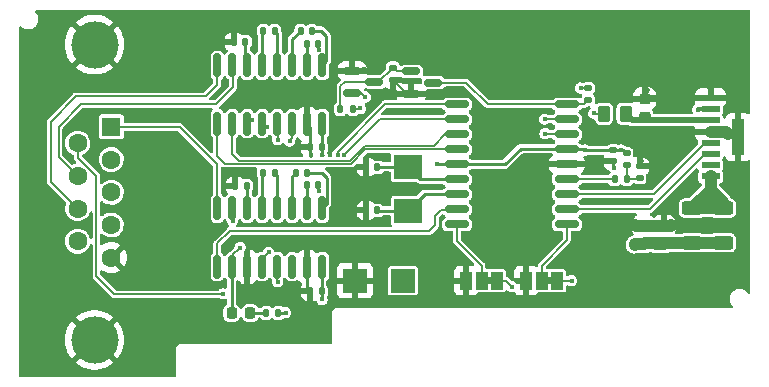
<source format=gbr>
%TF.GenerationSoftware,KiCad,Pcbnew,(6.0.4-0)*%
%TF.CreationDate,2022-03-21T10:12:57+01:00*%
%TF.ProjectId,IrDA_RS232,49724441-5f52-4533-9233-322e6b696361,rev?*%
%TF.SameCoordinates,Original*%
%TF.FileFunction,Copper,L1,Top*%
%TF.FilePolarity,Positive*%
%FSLAX46Y46*%
G04 Gerber Fmt 4.6, Leading zero omitted, Abs format (unit mm)*
G04 Created by KiCad (PCBNEW (6.0.4-0)) date 2022-03-21 10:12:57*
%MOMM*%
%LPD*%
G01*
G04 APERTURE LIST*
G04 Aperture macros list*
%AMRoundRect*
0 Rectangle with rounded corners*
0 $1 Rounding radius*
0 $2 $3 $4 $5 $6 $7 $8 $9 X,Y pos of 4 corners*
0 Add a 4 corners polygon primitive as box body*
4,1,4,$2,$3,$4,$5,$6,$7,$8,$9,$2,$3,0*
0 Add four circle primitives for the rounded corners*
1,1,$1+$1,$2,$3*
1,1,$1+$1,$4,$5*
1,1,$1+$1,$6,$7*
1,1,$1+$1,$8,$9*
0 Add four rect primitives between the rounded corners*
20,1,$1+$1,$2,$3,$4,$5,0*
20,1,$1+$1,$4,$5,$6,$7,0*
20,1,$1+$1,$6,$7,$8,$9,0*
20,1,$1+$1,$8,$9,$2,$3,0*%
G04 Aperture macros list end*
%TA.AperFunction,SMDPad,CuDef*%
%ADD10RoundRect,0.150000X0.875000X0.150000X-0.875000X0.150000X-0.875000X-0.150000X0.875000X-0.150000X0*%
%TD*%
%TA.AperFunction,SMDPad,CuDef*%
%ADD11RoundRect,0.135000X-0.185000X0.135000X-0.185000X-0.135000X0.185000X-0.135000X0.185000X0.135000X0*%
%TD*%
%TA.AperFunction,SMDPad,CuDef*%
%ADD12RoundRect,0.135000X0.135000X0.185000X-0.135000X0.185000X-0.135000X-0.185000X0.135000X-0.185000X0*%
%TD*%
%TA.AperFunction,SMDPad,CuDef*%
%ADD13RoundRect,0.150000X-0.587500X-0.150000X0.587500X-0.150000X0.587500X0.150000X-0.587500X0.150000X0*%
%TD*%
%TA.AperFunction,SMDPad,CuDef*%
%ADD14R,2.000000X2.000000*%
%TD*%
%TA.AperFunction,SMDPad,CuDef*%
%ADD15RoundRect,0.140000X0.140000X0.170000X-0.140000X0.170000X-0.140000X-0.170000X0.140000X-0.170000X0*%
%TD*%
%TA.AperFunction,SMDPad,CuDef*%
%ADD16RoundRect,0.225000X-0.250000X0.225000X-0.250000X-0.225000X0.250000X-0.225000X0.250000X0.225000X0*%
%TD*%
%TA.AperFunction,SMDPad,CuDef*%
%ADD17R,1.000000X1.500000*%
%TD*%
%TA.AperFunction,SMDPad,CuDef*%
%ADD18RoundRect,0.250000X0.625000X-0.312500X0.625000X0.312500X-0.625000X0.312500X-0.625000X-0.312500X0*%
%TD*%
%TA.AperFunction,SMDPad,CuDef*%
%ADD19R,1.550000X0.600000*%
%TD*%
%TA.AperFunction,SMDPad,CuDef*%
%ADD20R,1.100000X3.100000*%
%TD*%
%TA.AperFunction,SMDPad,CuDef*%
%ADD21RoundRect,0.150000X-0.150000X0.825000X-0.150000X-0.825000X0.150000X-0.825000X0.150000X0.825000X0*%
%TD*%
%TA.AperFunction,SMDPad,CuDef*%
%ADD22R,2.400000X2.000000*%
%TD*%
%TA.AperFunction,SMDPad,CuDef*%
%ADD23RoundRect,0.140000X-0.140000X-0.170000X0.140000X-0.170000X0.140000X0.170000X-0.140000X0.170000X0*%
%TD*%
%TA.AperFunction,SMDPad,CuDef*%
%ADD24RoundRect,0.218750X-0.218750X-0.256250X0.218750X-0.256250X0.218750X0.256250X-0.218750X0.256250X0*%
%TD*%
%TA.AperFunction,SMDPad,CuDef*%
%ADD25RoundRect,0.140000X0.170000X-0.140000X0.170000X0.140000X-0.170000X0.140000X-0.170000X-0.140000X0*%
%TD*%
%TA.AperFunction,SMDPad,CuDef*%
%ADD26RoundRect,0.140000X-0.170000X0.140000X-0.170000X-0.140000X0.170000X-0.140000X0.170000X0.140000X0*%
%TD*%
%TA.AperFunction,ComponentPad*%
%ADD27C,4.000000*%
%TD*%
%TA.AperFunction,ComponentPad*%
%ADD28R,1.600000X1.600000*%
%TD*%
%TA.AperFunction,ComponentPad*%
%ADD29C,1.600000*%
%TD*%
%TA.AperFunction,SMDPad,CuDef*%
%ADD30RoundRect,0.250000X-0.262500X-0.450000X0.262500X-0.450000X0.262500X0.450000X-0.262500X0.450000X0*%
%TD*%
%TA.AperFunction,ViaPad*%
%ADD31C,0.450000*%
%TD*%
%TA.AperFunction,Conductor*%
%ADD32C,1.000000*%
%TD*%
%TA.AperFunction,Conductor*%
%ADD33C,0.254000*%
%TD*%
%TA.AperFunction,Conductor*%
%ADD34C,0.500000*%
%TD*%
%TA.AperFunction,Conductor*%
%ADD35C,0.127000*%
%TD*%
%TA.AperFunction,Conductor*%
%ADD36C,0.300000*%
%TD*%
G04 APERTURE END LIST*
%TO.C,JP1*%
G36*
X62876000Y-66594000D02*
G01*
X62376000Y-66594000D01*
X62376000Y-65994000D01*
X62876000Y-65994000D01*
X62876000Y-66594000D01*
G37*
%TO.C,JP2*%
G36*
X57796000Y-66594000D02*
G01*
X57296000Y-66594000D01*
X57296000Y-65994000D01*
X57796000Y-65994000D01*
X57796000Y-66594000D01*
G37*
%TD*%
D10*
%TO.P,U3,1,BAUD0*%
%TO.N,/BAUD0*%
X64121700Y-61518800D03*
%TO.P,U3,2,TXIR*%
%TO.N,/TXIR*%
X64121700Y-60248800D03*
%TO.P,U3,3,RXIR*%
%TO.N,/RXIR*%
X64121700Y-58978800D03*
%TO.P,U3,4,~{RESET}*%
%TO.N,Net-(R2-Pad2)*%
X64121700Y-57708800D03*
%TO.P,U3,5,VSS*%
%TO.N,GND*%
X64121700Y-56438800D03*
%TO.P,U3,6,EN*%
%TO.N,+5V*%
X64121700Y-55168800D03*
%TO.P,U3,7,TX*%
%TO.N,/MCP_TX*%
X64121700Y-53898800D03*
%TO.P,U3,8,RX*%
%TO.N,/MCP_RX*%
X64121700Y-52628800D03*
%TO.P,U3,9,RI*%
%TO.N,/MCP_RI*%
X64121700Y-51358800D03*
%TO.P,U3,10,DSR*%
%TO.N,/MCP_DSR*%
X54821700Y-51358800D03*
%TO.P,U3,11,DTR*%
%TO.N,/MCP_DTR*%
X54821700Y-52628800D03*
%TO.P,U3,12,CTS*%
%TO.N,/MCP_CTS*%
X54821700Y-53898800D03*
%TO.P,U3,13,RTS*%
%TO.N,/MCP_RTS*%
X54821700Y-55168800D03*
%TO.P,U3,14,VDD*%
%TO.N,+5V*%
X54821700Y-56438800D03*
%TO.P,U3,15,CLKOUT/OSC2*%
%TO.N,Net-(C14-Pad1)*%
X54821700Y-57708800D03*
%TO.P,U3,16,CLKIN/OSC1*%
%TO.N,Net-(C13-Pad1)*%
X54821700Y-58978800D03*
%TO.P,U3,17,CD*%
%TO.N,/MCP_CD*%
X54821700Y-60248800D03*
%TO.P,U3,18,BAUD1*%
%TO.N,/BAUD1*%
X54821700Y-61518800D03*
%TD*%
D11*
%TO.P,R9,1*%
%TO.N,+5V*%
X65938400Y-49985200D03*
%TO.P,R9,2*%
%TO.N,/MCP_RI*%
X65938400Y-51005200D03*
%TD*%
%TO.P,R8,1*%
%TO.N,Net-(D2-Pad3)*%
X49377600Y-48258000D03*
%TO.P,R8,2*%
%TO.N,GND*%
X49377600Y-49278000D03*
%TD*%
D12*
%TO.P,R7,1*%
%TO.N,/RS232_RING*%
X45976000Y-51765200D03*
%TO.P,R7,2*%
%TO.N,Net-(D2-Pad3)*%
X44956000Y-51765200D03*
%TD*%
D13*
%TO.P,Q1,1,G*%
%TO.N,Net-(D2-Pad3)*%
X50952400Y-48580000D03*
%TO.P,Q1,2,S*%
%TO.N,GND*%
X50952400Y-50480000D03*
%TO.P,Q1,3,D*%
%TO.N,/MCP_RI*%
X52827400Y-49530000D03*
%TD*%
%TO.P,D2,1,K*%
%TO.N,GND*%
X45950900Y-48529200D03*
%TO.P,D2,2,A*%
%TO.N,+5V*%
X45950900Y-50429200D03*
%TO.P,D2,3,K*%
%TO.N,Net-(D2-Pad3)*%
X47825900Y-49479200D03*
%TD*%
D14*
%TO.P,TP1,1,1*%
%TO.N,+5V*%
X50226100Y-66294000D03*
%TD*%
D15*
%TO.P,C5,1*%
%TO.N,Net-(C5-Pad1)*%
X39392800Y-45161200D03*
%TO.P,C5,2*%
%TO.N,Net-(C5-Pad2)*%
X38432800Y-45161200D03*
%TD*%
D16*
%TO.P,C16,1*%
%TO.N,GND*%
X72358800Y-61671500D03*
%TO.P,C16,2*%
%TO.N,+5V*%
X72358800Y-63221500D03*
%TD*%
D12*
%TO.P,R3,1*%
%TO.N,+5V*%
X39702200Y-69037200D03*
%TO.P,R3,2*%
%TO.N,Net-(D1-Pad2)*%
X38682200Y-69037200D03*
%TD*%
D15*
%TO.P,C10,1*%
%TO.N,Net-(C10-Pad1)*%
X37005200Y-58267600D03*
%TO.P,C10,2*%
%TO.N,GND*%
X36045200Y-58267600D03*
%TD*%
D17*
%TO.P,JP1,1,A*%
%TO.N,+5V*%
X63276000Y-66294000D03*
%TO.P,JP1,2,C*%
%TO.N,/BAUD0*%
X61976000Y-66294000D03*
%TO.P,JP1,3,B*%
%TO.N,GND*%
X60676000Y-66294000D03*
%TD*%
D11*
%TO.P,R1,1*%
%TO.N,+5V*%
X69174500Y-55524400D03*
%TO.P,R1,2*%
%TO.N,Net-(C11-Pad1)*%
X69174500Y-56544400D03*
%TD*%
D18*
%TO.P,R4,1*%
%TO.N,+5V*%
X77311800Y-63085500D03*
%TO.P,R4,2*%
%TO.N,Net-(R4-Pad2)*%
X77311800Y-60160500D03*
%TD*%
D19*
%TO.P,U4,1,IRED_{Anode}*%
%TO.N,Net-(R4-Pad2)*%
X76286500Y-57477800D03*
%TO.P,U4,2,IRED_{Cathode}*%
%TO.N,unconnected-(U4-Pad2)*%
X76286500Y-56527800D03*
%TO.P,U4,3,TXD*%
%TO.N,/TXIR*%
X76286500Y-55577800D03*
%TO.P,U4,4,RXD*%
%TO.N,/RXIR*%
X76286500Y-54627800D03*
%TO.P,U4,5,SD*%
%TO.N,GND*%
X76286500Y-53677800D03*
%TO.P,U4,6,V_{cc1}*%
%TO.N,Net-(C17-Pad2)*%
X76286500Y-52727800D03*
%TO.P,U4,7,V_{IO}*%
%TO.N,+5V*%
X76286500Y-51777800D03*
%TO.P,U4,8,GND*%
%TO.N,GND*%
X76286500Y-50827800D03*
D20*
%TO.P,U4,9,Shield*%
X78611500Y-54152800D03*
%TD*%
D21*
%TO.P,U1,1,C1+*%
%TO.N,Net-(C3-Pad2)*%
X43408600Y-48071000D03*
%TO.P,U1,2,VS+*%
%TO.N,Net-(C7-Pad1)*%
X42138600Y-48071000D03*
%TO.P,U1,3,C1-*%
%TO.N,Net-(C3-Pad1)*%
X40868600Y-48071000D03*
%TO.P,U1,4,C2+*%
%TO.N,Net-(C5-Pad1)*%
X39598600Y-48071000D03*
%TO.P,U1,5,C2-*%
%TO.N,Net-(C5-Pad2)*%
X38328600Y-48071000D03*
%TO.P,U1,6,VS-*%
%TO.N,Net-(C9-Pad1)*%
X37058600Y-48071000D03*
%TO.P,U1,7,T2OUT*%
%TO.N,/RS232_RTS*%
X35788600Y-48071000D03*
%TO.P,U1,8,R2IN*%
%TO.N,/RS232_CTS*%
X34518600Y-48071000D03*
%TO.P,U1,9,R2OUT*%
%TO.N,/MCP_RTS*%
X34518600Y-53021000D03*
%TO.P,U1,10,T2IN*%
%TO.N,/MCP_CTS*%
X35788600Y-53021000D03*
%TO.P,U1,11,T1IN*%
%TO.N,/MCP_RX*%
X37058600Y-53021000D03*
%TO.P,U1,12,R1OUT*%
%TO.N,/MCP_TX*%
X38328600Y-53021000D03*
%TO.P,U1,13,R1IN*%
%TO.N,/RS232_RXD*%
X39598600Y-53021000D03*
%TO.P,U1,14,T1OUT*%
%TO.N,/RS232_TXD*%
X40868600Y-53021000D03*
%TO.P,U1,15,GND*%
%TO.N,GND*%
X42138600Y-53021000D03*
%TO.P,U1,16,VCC*%
%TO.N,+5V*%
X43408600Y-53021000D03*
%TD*%
D15*
%TO.P,C6,1*%
%TO.N,Net-(C6-Pad1)*%
X39392800Y-57150000D03*
%TO.P,C6,2*%
%TO.N,Net-(C6-Pad2)*%
X38432800Y-57150000D03*
%TD*%
D22*
%TO.P,Y1,1,1*%
%TO.N,Net-(C14-Pad1)*%
X50683300Y-56671600D03*
%TO.P,Y1,2,2*%
%TO.N,Net-(C13-Pad1)*%
X50683300Y-60371600D03*
%TD*%
D23*
%TO.P,C7,1*%
%TO.N,Net-(C7-Pad1)*%
X42090400Y-46228000D03*
%TO.P,C7,2*%
%TO.N,+5V*%
X43050400Y-46228000D03*
%TD*%
D21*
%TO.P,U2,1,C1+*%
%TO.N,Net-(C4-Pad2)*%
X43408600Y-60161400D03*
%TO.P,U2,2,VS+*%
%TO.N,Net-(C8-Pad1)*%
X42138600Y-60161400D03*
%TO.P,U2,3,C1-*%
%TO.N,Net-(C4-Pad1)*%
X40868600Y-60161400D03*
%TO.P,U2,4,C2+*%
%TO.N,Net-(C6-Pad1)*%
X39598600Y-60161400D03*
%TO.P,U2,5,C2-*%
%TO.N,Net-(C6-Pad2)*%
X38328600Y-60161400D03*
%TO.P,U2,6,VS-*%
%TO.N,Net-(C10-Pad1)*%
X37058600Y-60161400D03*
%TO.P,U2,7,T2OUT*%
%TO.N,/RS232_DTR*%
X35788600Y-60161400D03*
%TO.P,U2,8,R2IN*%
%TO.N,/RS232_DCD*%
X34518600Y-60161400D03*
%TO.P,U2,9,R2OUT*%
%TO.N,/MCP_CD*%
X34518600Y-65111400D03*
%TO.P,U2,10,T2IN*%
%TO.N,/MCP_DSR*%
X35788600Y-65111400D03*
%TO.P,U2,11,T1IN*%
%TO.N,GND*%
X37058600Y-65111400D03*
%TO.P,U2,12,R1OUT*%
%TO.N,/MCP_DTR*%
X38328600Y-65111400D03*
%TO.P,U2,13,R1IN*%
%TO.N,/RS232_DSR*%
X39598600Y-65111400D03*
%TO.P,U2,14,T1OUT*%
%TO.N,unconnected-(U2-Pad14)*%
X40868600Y-65111400D03*
%TO.P,U2,15,GND*%
%TO.N,GND*%
X42138600Y-65111400D03*
%TO.P,U2,16,VCC*%
%TO.N,+5V*%
X43408600Y-65111400D03*
%TD*%
D15*
%TO.P,C13,1*%
%TO.N,Net-(C13-Pad1)*%
X48087300Y-60350400D03*
%TO.P,C13,2*%
%TO.N,GND*%
X47127300Y-60350400D03*
%TD*%
%TO.P,C14,1*%
%TO.N,Net-(C14-Pad1)*%
X48087300Y-56692800D03*
%TO.P,C14,2*%
%TO.N,GND*%
X47127300Y-56692800D03*
%TD*%
D23*
%TO.P,C4,1*%
%TO.N,Net-(C4-Pad1)*%
X41176000Y-57150000D03*
%TO.P,C4,2*%
%TO.N,Net-(C4-Pad2)*%
X42136000Y-57150000D03*
%TD*%
D16*
%TO.P,C17,1*%
%TO.N,GND*%
X70713600Y-50888900D03*
%TO.P,C17,2*%
%TO.N,Net-(C17-Pad2)*%
X70713600Y-52438900D03*
%TD*%
D24*
%TO.P,D1,1,K*%
%TO.N,/MCP_DSR*%
X35737700Y-69037200D03*
%TO.P,D1,2,A*%
%TO.N,Net-(D1-Pad2)*%
X37312700Y-69037200D03*
%TD*%
D15*
%TO.P,C2,1*%
%TO.N,+5V*%
X43355200Y-67208400D03*
%TO.P,C2,2*%
%TO.N,GND*%
X42395200Y-67208400D03*
%TD*%
D18*
%TO.P,R5,1*%
%TO.N,+5V*%
X74726800Y-63085500D03*
%TO.P,R5,2*%
%TO.N,Net-(R4-Pad2)*%
X74726800Y-60160500D03*
%TD*%
D25*
%TO.P,C11,1*%
%TO.N,Net-(C11-Pad1)*%
X70292100Y-57581200D03*
%TO.P,C11,2*%
%TO.N,GND*%
X70292100Y-56621200D03*
%TD*%
D23*
%TO.P,C8,1*%
%TO.N,Net-(C8-Pad1)*%
X42090400Y-58166000D03*
%TO.P,C8,2*%
%TO.N,+5V*%
X43050400Y-58166000D03*
%TD*%
%TO.P,C3,1*%
%TO.N,Net-(C3-Pad1)*%
X41582400Y-45161200D03*
%TO.P,C3,2*%
%TO.N,Net-(C3-Pad2)*%
X42542400Y-45161200D03*
%TD*%
D26*
%TO.P,C12,1*%
%TO.N,+5V*%
X68056900Y-55247600D03*
%TO.P,C12,2*%
%TO.N,GND*%
X68056900Y-56207600D03*
%TD*%
D27*
%TO.P,J1,0,PAD*%
%TO.N,GND*%
X24128931Y-46316400D03*
X24128931Y-71316400D03*
D28*
%TO.P,J1,1,1*%
%TO.N,/RS232_DCD*%
X25548931Y-53276400D03*
D29*
%TO.P,J1,2,2*%
%TO.N,/RS232_RXD*%
X25548931Y-56046400D03*
%TO.P,J1,3,3*%
%TO.N,/RS232_TXD*%
X25548931Y-58816400D03*
%TO.P,J1,4,4*%
%TO.N,/RS232_DTR*%
X25548931Y-61586400D03*
%TO.P,J1,5,5*%
%TO.N,GND*%
X25548931Y-64356400D03*
%TO.P,J1,6,6*%
%TO.N,/RS232_DSR*%
X22708931Y-54661400D03*
%TO.P,J1,7,7*%
%TO.N,/RS232_RTS*%
X22708931Y-57431400D03*
%TO.P,J1,8,8*%
%TO.N,/RS232_CTS*%
X22708931Y-60201400D03*
%TO.P,J1,9,9*%
%TO.N,/RS232_RING*%
X22708931Y-62971400D03*
%TD*%
D16*
%TO.P,C15,1*%
%TO.N,GND*%
X70612000Y-61671500D03*
%TO.P,C15,2*%
%TO.N,+5V*%
X70612000Y-63221500D03*
%TD*%
D12*
%TO.P,R2,1*%
%TO.N,Net-(C11-Pad1)*%
X69176500Y-57710800D03*
%TO.P,R2,2*%
%TO.N,Net-(R2-Pad2)*%
X68156500Y-57710800D03*
%TD*%
D30*
%TO.P,R6,1*%
%TO.N,+5V*%
X67261100Y-52171900D03*
%TO.P,R6,2*%
%TO.N,Net-(C17-Pad2)*%
X69086100Y-52171900D03*
%TD*%
D15*
%TO.P,C9,1*%
%TO.N,Net-(C9-Pad1)*%
X36903600Y-46075600D03*
%TO.P,C9,2*%
%TO.N,GND*%
X35943600Y-46075600D03*
%TD*%
D17*
%TO.P,JP2,1,A*%
%TO.N,+5V*%
X58196000Y-66294000D03*
%TO.P,JP2,2,C*%
%TO.N,/BAUD1*%
X56896000Y-66294000D03*
%TO.P,JP2,3,B*%
%TO.N,GND*%
X55596000Y-66294000D03*
%TD*%
D15*
%TO.P,C1,1*%
%TO.N,+5V*%
X43355200Y-55016400D03*
%TO.P,C1,2*%
%TO.N,GND*%
X42395200Y-55016400D03*
%TD*%
D14*
%TO.P,TP2,1,1*%
%TO.N,GND*%
X46176100Y-66294000D03*
%TD*%
D31*
%TO.N,GND*%
X31750000Y-56692800D03*
X31750000Y-55422800D03*
X31648400Y-52425600D03*
X72948800Y-61620400D03*
X69900800Y-61620400D03*
X68122800Y-56794400D03*
X70866000Y-50139600D03*
%TO.N,+5V*%
X66395600Y-52120800D03*
%TO.N,/RS232_RING*%
X46634400Y-51714400D03*
%TO.N,+5V*%
X47040800Y-50749200D03*
%TO.N,GND*%
X46939200Y-48361600D03*
X49428400Y-49784000D03*
X52120800Y-50596800D03*
%TO.N,+5V*%
X65278000Y-49987200D03*
%TO.N,/MCP_TX*%
X38709600Y-53289200D03*
X62280800Y-53848000D03*
%TO.N,/MCP_RX*%
X37439600Y-52730400D03*
X62230000Y-52628800D03*
%TO.N,+5V*%
X65661600Y-55247600D03*
X43383200Y-67894200D03*
X50546000Y-65532000D03*
X59436000Y-66802000D03*
X40309800Y-69011800D03*
X49911000Y-65532000D03*
X49453800Y-65532000D03*
X76039500Y-63085500D03*
X49911000Y-67056000D03*
X49453800Y-67056000D03*
X51003200Y-67056000D03*
X50546000Y-67056000D03*
X51003200Y-65532000D03*
X43129200Y-58724800D03*
X43103800Y-46736000D03*
X68709600Y-55247600D03*
X64516000Y-66294000D03*
X75184000Y-51816000D03*
X71534500Y-63085500D03*
X73312500Y-63085500D03*
X69850000Y-63246000D03*
X43383200Y-55626000D03*
X53086000Y-56388000D03*
%TO.N,GND*%
X52324000Y-52070000D03*
X46939200Y-67056000D03*
X42418000Y-55626000D03*
X56642000Y-51562000D03*
X70358000Y-56134000D03*
X46939200Y-65532000D03*
X35052000Y-49530000D03*
X45847000Y-65532000D03*
X47117000Y-59766200D03*
X75184000Y-50800000D03*
X66040000Y-59563000D03*
X46482000Y-65532000D03*
X54356000Y-66040000D03*
X45847000Y-67056000D03*
X46482000Y-67056000D03*
X35458400Y-58242200D03*
X59436000Y-66040000D03*
X35306000Y-46050200D03*
X65532000Y-56388000D03*
X77724000Y-53848000D03*
X45415200Y-67056000D03*
X42392600Y-67894200D03*
X45415200Y-65532000D03*
X71424500Y-61671500D03*
X37719000Y-51435000D03*
X47117000Y-57353200D03*
%TO.N,/RS232_RXD*%
X39624000Y-54356000D03*
%TO.N,/RS232_TXD*%
X40640000Y-54483000D03*
%TO.N,/RS232_DTR*%
X35814000Y-61214000D03*
%TO.N,/RS232_DSR*%
X39624000Y-66395600D03*
X35001200Y-67411600D03*
%TO.N,/MCP_DSR*%
X44704000Y-55626000D03*
X36449000Y-63500000D03*
%TO.N,/MCP_DTR*%
X45280503Y-55626000D03*
X38862000Y-63915000D03*
%TD*%
D32*
%TO.N,GND*%
X72897700Y-61671500D02*
X72948800Y-61620400D01*
X72358800Y-61671500D02*
X72897700Y-61671500D01*
X69951900Y-61671500D02*
X69900800Y-61620400D01*
X70612000Y-61671500D02*
X69951900Y-61671500D01*
D33*
X68056900Y-56728500D02*
X68122800Y-56794400D01*
X68056900Y-56207600D02*
X68056900Y-56728500D01*
D34*
X70713600Y-50292000D02*
X70866000Y-50139600D01*
X70713600Y-50888900D02*
X70713600Y-50292000D01*
D35*
%TO.N,+5V*%
X66446700Y-52171900D02*
X66395600Y-52120800D01*
X67261100Y-52171900D02*
X66446700Y-52171900D01*
%TO.N,/RS232_RING*%
X46583600Y-51765200D02*
X46634400Y-51714400D01*
X45976000Y-51765200D02*
X46583600Y-51765200D01*
%TO.N,Net-(D2-Pad3)*%
X44956000Y-51765200D02*
X44956000Y-49836800D01*
X44956000Y-49836800D02*
X45313600Y-49479200D01*
X45313600Y-49479200D02*
X47825900Y-49479200D01*
X50952400Y-48580000D02*
X49699600Y-48580000D01*
X49699600Y-48580000D02*
X49377600Y-48258000D01*
X47825900Y-49479200D02*
X48156400Y-49479200D01*
X48156400Y-49479200D02*
X49377600Y-48258000D01*
%TO.N,+5V*%
X46720800Y-50429200D02*
X47040800Y-50749200D01*
X45950900Y-50429200D02*
X46720800Y-50429200D01*
%TO.N,GND*%
X46771600Y-48529200D02*
X46939200Y-48361600D01*
X45950900Y-48529200D02*
X46771600Y-48529200D01*
X49377600Y-49733200D02*
X49428400Y-49784000D01*
X49377600Y-49278000D02*
X49377600Y-49733200D01*
X49377600Y-49278000D02*
X50579600Y-50480000D01*
X50579600Y-50480000D02*
X50952400Y-50480000D01*
X52004000Y-50480000D02*
X52120800Y-50596800D01*
X50952400Y-50480000D02*
X52004000Y-50480000D01*
%TO.N,/MCP_RI*%
X64121700Y-51358800D02*
X57404000Y-51358800D01*
X57404000Y-51358800D02*
X55575200Y-49530000D01*
X55575200Y-49530000D02*
X52827400Y-49530000D01*
%TO.N,+5V*%
X65280000Y-49985200D02*
X65278000Y-49987200D01*
X65938400Y-49985200D02*
X65280000Y-49985200D01*
%TO.N,/MCP_RI*%
X64121700Y-51358800D02*
X65584800Y-51358800D01*
X65584800Y-51358800D02*
X65938400Y-51005200D01*
%TO.N,/MCP_TX*%
X38709600Y-53289200D02*
X38596800Y-53289200D01*
X38596800Y-53289200D02*
X38328600Y-53021000D01*
X64121700Y-53898800D02*
X62331600Y-53898800D01*
X62331600Y-53898800D02*
X62280800Y-53848000D01*
%TO.N,/MCP_RX*%
X64121700Y-52628800D02*
X62230000Y-52628800D01*
X37439600Y-52730400D02*
X37349200Y-52730400D01*
X37349200Y-52730400D02*
X37058600Y-53021000D01*
D33*
%TO.N,+5V*%
X43050400Y-58646000D02*
X43129200Y-58724800D01*
X43355200Y-67208400D02*
X43355200Y-65164800D01*
X60198000Y-55118000D02*
X64070900Y-55118000D01*
D35*
X63276000Y-66294000D02*
X64516000Y-66294000D01*
D32*
X70612000Y-63221500D02*
X69874500Y-63221500D01*
D33*
X43355200Y-55016400D02*
X43355200Y-55623400D01*
X43355200Y-67208400D02*
X43355200Y-67866200D01*
D35*
X58196000Y-66294000D02*
X58928000Y-66294000D01*
D33*
X43050400Y-58166000D02*
X43050400Y-58646000D01*
X39702200Y-69037200D02*
X39928800Y-69037200D01*
X54821700Y-56438800D02*
X58877200Y-56438800D01*
X43050400Y-46682600D02*
X43103800Y-46736000D01*
D32*
X73312500Y-63085500D02*
X71534500Y-63085500D01*
D33*
X54821700Y-56438800D02*
X53136800Y-56438800D01*
D36*
X75222200Y-51777800D02*
X75184000Y-51816000D01*
D33*
X68056900Y-55247600D02*
X65661600Y-55247600D01*
D32*
X71534500Y-63085500D02*
X70748000Y-63085500D01*
D33*
X43355200Y-55623400D02*
X43434000Y-55702200D01*
X39928800Y-69037200D02*
X39954200Y-69011800D01*
D32*
X77311800Y-63085500D02*
X76039500Y-63085500D01*
D33*
X65582800Y-55168800D02*
X65661600Y-55247600D01*
X43050400Y-46228000D02*
X43050400Y-46682600D01*
X68897700Y-55247600D02*
X69174500Y-55524400D01*
D36*
X76286500Y-51777800D02*
X75222200Y-51777800D01*
D32*
X71670500Y-63221500D02*
X71534500Y-63085500D01*
X72358800Y-63221500D02*
X71670500Y-63221500D01*
X74726800Y-63085500D02*
X73312500Y-63085500D01*
D33*
X43355200Y-65164800D02*
X43408600Y-65111400D01*
D32*
X70748000Y-63085500D02*
X70612000Y-63221500D01*
X69874500Y-63221500D02*
X69850000Y-63246000D01*
D33*
X64121700Y-55168800D02*
X65582800Y-55168800D01*
X43408600Y-54963000D02*
X43355200Y-55016400D01*
X58877200Y-56438800D02*
X60198000Y-55118000D01*
X53136800Y-56438800D02*
X53086000Y-56388000D01*
D35*
X58928000Y-66294000D02*
X59436000Y-66802000D01*
D33*
X68056900Y-55247600D02*
X68897700Y-55247600D01*
X39954200Y-69011800D02*
X40309800Y-69011800D01*
X43408600Y-53021000D02*
X43408600Y-54963000D01*
D32*
X76039500Y-63085500D02*
X73312500Y-63085500D01*
D33*
X43355200Y-67866200D02*
X43383200Y-67894200D01*
X64070900Y-55118000D02*
X64121700Y-55168800D01*
%TO.N,GND*%
X36045200Y-58267600D02*
X35483800Y-58267600D01*
X64121700Y-56438800D02*
X65481200Y-56438800D01*
X47127300Y-56692800D02*
X47127300Y-57342900D01*
D35*
X59690000Y-66294000D02*
X59436000Y-66040000D01*
X37744400Y-67208400D02*
X42395200Y-67208400D01*
D33*
X47127300Y-57342900D02*
X47117000Y-57353200D01*
D34*
X70292100Y-56621200D02*
X70292100Y-56199900D01*
D33*
X42395200Y-55016400D02*
X42395200Y-53277600D01*
X35331400Y-46075600D02*
X35306000Y-46050200D01*
X42395200Y-67208400D02*
X42395200Y-67891600D01*
X47127300Y-60350400D02*
X47127300Y-59776500D01*
X65712400Y-56207600D02*
X65532000Y-56388000D01*
D35*
X60676000Y-66294000D02*
X59690000Y-66294000D01*
D34*
X70292100Y-56199900D02*
X70358000Y-56134000D01*
D33*
X47117000Y-57353200D02*
X47117000Y-59766200D01*
X42395200Y-55704800D02*
X42418000Y-55727600D01*
D32*
X77553800Y-53677800D02*
X77724000Y-53848000D01*
D33*
X42395200Y-55016400D02*
X42395200Y-55704800D01*
D32*
X72358800Y-61671500D02*
X70612000Y-61671500D01*
D33*
X42395200Y-67891600D02*
X42392600Y-67894200D01*
D35*
X54610000Y-66294000D02*
X54356000Y-66040000D01*
D33*
X42138600Y-66951800D02*
X42395200Y-67208400D01*
D35*
X37058600Y-66522600D02*
X37058600Y-65111400D01*
D33*
X35483800Y-58267600D02*
X35458400Y-58242200D01*
D35*
X37744400Y-67208400D02*
X37058600Y-66522600D01*
D33*
X42395200Y-53277600D02*
X42138600Y-53021000D01*
X68056900Y-56207600D02*
X65712400Y-56207600D01*
D32*
X76286500Y-53677800D02*
X77553800Y-53677800D01*
D33*
X35943600Y-46075600D02*
X35331400Y-46075600D01*
D34*
X70774700Y-50827800D02*
X76286500Y-50827800D01*
D33*
X65481200Y-56438800D02*
X65532000Y-56388000D01*
D36*
X75211800Y-50827800D02*
X75184000Y-50800000D01*
D33*
X47127300Y-59776500D02*
X47117000Y-59766200D01*
D34*
X70713600Y-50888900D02*
X70774700Y-50827800D01*
D35*
X55596000Y-66294000D02*
X54610000Y-66294000D01*
D33*
X42138600Y-65111400D02*
X42138600Y-66951800D01*
%TO.N,Net-(C3-Pad1)*%
X40868600Y-45875000D02*
X40868600Y-48071000D01*
X41582400Y-45161200D02*
X40868600Y-45875000D01*
%TO.N,Net-(C3-Pad2)*%
X43408600Y-48071000D02*
X43408600Y-47244000D01*
X43738800Y-47740800D02*
X43738800Y-45567600D01*
X43332400Y-45161200D02*
X43738800Y-45567600D01*
X42542400Y-45161200D02*
X43332400Y-45161200D01*
X43408600Y-48071000D02*
X43738800Y-47740800D01*
%TO.N,Net-(C4-Pad1)*%
X40868600Y-57457400D02*
X41176000Y-57150000D01*
X40868600Y-60161400D02*
X40868600Y-57457400D01*
%TO.N,Net-(C4-Pad2)*%
X43789600Y-59780400D02*
X43789600Y-58242200D01*
X43789600Y-58242200D02*
X43789600Y-57581800D01*
X42136000Y-57150000D02*
X43357800Y-57150000D01*
X43357800Y-57150000D02*
X43789600Y-57581800D01*
X43408600Y-60161400D02*
X43789600Y-59780400D01*
%TO.N,Net-(C5-Pad1)*%
X39598600Y-45367000D02*
X39392800Y-45161200D01*
X39598600Y-48071000D02*
X39598600Y-45367000D01*
%TO.N,Net-(C5-Pad2)*%
X38328600Y-45265400D02*
X38432800Y-45161200D01*
X38328600Y-48071000D02*
X38328600Y-45265400D01*
%TO.N,Net-(C6-Pad1)*%
X39598600Y-57355800D02*
X39392800Y-57150000D01*
X39598600Y-60161400D02*
X39598600Y-57355800D01*
%TO.N,Net-(C6-Pad2)*%
X38328600Y-60161400D02*
X38328600Y-57254200D01*
X38328600Y-57254200D02*
X38432800Y-57150000D01*
%TO.N,Net-(C7-Pad1)*%
X42090400Y-46228000D02*
X42090400Y-48022800D01*
X42090400Y-48022800D02*
X42138600Y-48071000D01*
%TO.N,Net-(C8-Pad1)*%
X42090400Y-60113200D02*
X42138600Y-60161400D01*
X42090400Y-58166000D02*
X42090400Y-60113200D01*
%TO.N,Net-(C10-Pad1)*%
X37058600Y-60161400D02*
X37058600Y-58321000D01*
X37058600Y-58321000D02*
X37005200Y-58267600D01*
D35*
%TO.N,Net-(C11-Pad1)*%
X70162500Y-57710800D02*
X70292100Y-57581200D01*
X69174500Y-57708800D02*
X69176500Y-57710800D01*
X69176500Y-57710800D02*
X70162500Y-57710800D01*
X69174500Y-56544400D02*
X69174500Y-57708800D01*
D33*
%TO.N,Net-(C13-Pad1)*%
X54821700Y-58978800D02*
X52076100Y-58978800D01*
X52076100Y-58978800D02*
X50683300Y-60371600D01*
X48108500Y-60371600D02*
X48087300Y-60350400D01*
X50683300Y-60371600D02*
X48108500Y-60371600D01*
%TO.N,Net-(C14-Pad1)*%
X48108500Y-56671600D02*
X50683300Y-56671600D01*
X51720500Y-57708800D02*
X54821700Y-57708800D01*
X50683300Y-56671600D02*
X51720500Y-57708800D01*
X48087300Y-56692800D02*
X48108500Y-56671600D01*
D35*
%TO.N,Net-(R2-Pad2)*%
X64121700Y-57708800D02*
X68154500Y-57708800D01*
X68154500Y-57708800D02*
X68156500Y-57710800D01*
D33*
%TO.N,Net-(C9-Pad1)*%
X36903600Y-47916000D02*
X37058600Y-48071000D01*
X36903600Y-46075600D02*
X36903600Y-47916000D01*
D34*
%TO.N,Net-(C17-Pad2)*%
X69642000Y-52727800D02*
X76286500Y-52727800D01*
X69086100Y-52171900D02*
X69642000Y-52727800D01*
D33*
%TO.N,Net-(D1-Pad2)*%
X38682200Y-69037200D02*
X37312700Y-69037200D01*
D32*
%TO.N,Net-(R4-Pad2)*%
X77311800Y-60160500D02*
X76924500Y-60160500D01*
X77311800Y-60160500D02*
X77311800Y-59626100D01*
X76924500Y-60160500D02*
X76200000Y-59436000D01*
X76286500Y-57477800D02*
X76286500Y-58600800D01*
X76286500Y-58600800D02*
X74726800Y-60160500D01*
X77311800Y-59626100D02*
X76286500Y-58600800D01*
X77311800Y-60160500D02*
X74726800Y-60160500D01*
D35*
%TO.N,/BAUD0*%
X61976000Y-65024000D02*
X61976000Y-66294000D01*
X64121700Y-61518800D02*
X64121700Y-62878300D01*
X64121700Y-62878300D02*
X61976000Y-65024000D01*
%TO.N,/BAUD1*%
X54821700Y-62949700D02*
X54821700Y-61518800D01*
X56896000Y-65024000D02*
X54821700Y-62949700D01*
X56896000Y-66294000D02*
X56896000Y-65024000D01*
%TO.N,/RS232_DCD*%
X34518600Y-56464200D02*
X31330800Y-53276400D01*
X34518600Y-60161400D02*
X34518600Y-56464200D01*
X31330800Y-53276400D02*
X25548931Y-53276400D01*
%TO.N,/RS232_RXD*%
X39624000Y-54356000D02*
X39624000Y-53046400D01*
X39624000Y-53046400D02*
X39598600Y-53021000D01*
%TO.N,/RS232_TXD*%
X40868600Y-53021000D02*
X40868600Y-54254400D01*
X40868600Y-54254400D02*
X40640000Y-54483000D01*
%TO.N,/RS232_DTR*%
X35814000Y-60186800D02*
X35788600Y-60161400D01*
X35814000Y-61214000D02*
X35814000Y-60186800D01*
%TO.N,/RS232_DSR*%
X22708931Y-54661400D02*
X22708931Y-55881331D01*
X24282400Y-65938400D02*
X25806400Y-67462400D01*
X24282400Y-57454800D02*
X24282400Y-62839600D01*
X34950400Y-67462400D02*
X35001200Y-67411600D01*
X25806400Y-67462400D02*
X34950400Y-67462400D01*
X39598600Y-66370200D02*
X39598600Y-65111400D01*
X22708931Y-55881331D02*
X24282400Y-57454800D01*
X39624000Y-66395600D02*
X39598600Y-66370200D01*
X24282400Y-62839600D02*
X24282400Y-65938400D01*
%TO.N,/RS232_RTS*%
X34442400Y-51358800D02*
X35864800Y-49936400D01*
X35864800Y-48147200D02*
X35788600Y-48071000D01*
X21082000Y-53289200D02*
X23012400Y-51358800D01*
X22708931Y-57431400D02*
X21082000Y-55804469D01*
X23012400Y-51358800D02*
X34442400Y-51358800D01*
X35864800Y-49936400D02*
X35864800Y-48147200D01*
X21082000Y-55804469D02*
X21082000Y-53289200D01*
%TO.N,/RS232_CTS*%
X33528000Y-50698400D02*
X34518600Y-49707800D01*
X22555200Y-50698400D02*
X33528000Y-50698400D01*
X20421600Y-57914069D02*
X20421600Y-52832000D01*
X34518600Y-49707800D02*
X34518600Y-48071000D01*
X22708931Y-60201400D02*
X20421600Y-57914069D01*
X20421600Y-52832000D02*
X22555200Y-50698400D01*
%TO.N,/MCP_RTS*%
X54821700Y-55168800D02*
X47066200Y-55168800D01*
X35179000Y-56388000D02*
X34518600Y-55727600D01*
X45847000Y-56388000D02*
X35179000Y-56388000D01*
X34518600Y-55727600D02*
X34518600Y-53021000D01*
X47066200Y-55168800D02*
X45847000Y-56388000D01*
%TO.N,/MCP_CTS*%
X47012469Y-54864000D02*
X45741989Y-56134480D01*
X36322480Y-56134480D02*
X35788600Y-55600600D01*
X53797200Y-53898800D02*
X52832000Y-54864000D01*
X54821700Y-53898800D02*
X53797200Y-53898800D01*
X45741989Y-56134480D02*
X36322480Y-56134480D01*
X52832000Y-54864000D02*
X47012469Y-54864000D01*
X35788600Y-55600600D02*
X35788600Y-53021000D01*
%TO.N,/MCP_RX*%
X37058600Y-53021000D02*
X37058600Y-52835140D01*
X37058600Y-52835140D02*
X37084000Y-52809740D01*
%TO.N,/MCP_CD*%
X52451000Y-62103000D02*
X35560000Y-62103000D01*
X35560000Y-62103000D02*
X34518600Y-63144400D01*
X54821700Y-60248800D02*
X54585840Y-60248800D01*
X52959000Y-60833000D02*
X52959000Y-61595000D01*
X53467000Y-60325000D02*
X52959000Y-60833000D01*
X54585840Y-60248800D02*
X54509640Y-60325000D01*
X52959000Y-61595000D02*
X52451000Y-62103000D01*
X54509640Y-60325000D02*
X53467000Y-60325000D01*
X34518600Y-63144400D02*
X34518600Y-65111400D01*
%TO.N,/MCP_DSR*%
X36449000Y-63500000D02*
X35788600Y-64160400D01*
X35788600Y-64160400D02*
X35788600Y-65111400D01*
X54821700Y-51358800D02*
X48717200Y-51358800D01*
D33*
X35737700Y-65162300D02*
X35788600Y-65111400D01*
D35*
X44704000Y-55372000D02*
X44704000Y-55626000D01*
D33*
X35737700Y-69037200D02*
X35737700Y-65162300D01*
D35*
X48717200Y-51358800D02*
X44704000Y-55372000D01*
%TO.N,/MCP_DTR*%
X38328600Y-64448400D02*
X38862000Y-63915000D01*
X38328600Y-65111400D02*
X38328600Y-64448400D01*
X54821700Y-52628800D02*
X48277703Y-52628800D01*
X48277703Y-52628800D02*
X45280503Y-55626000D01*
%TO.N,/TXIR*%
X64121700Y-60248800D02*
X69138800Y-60248800D01*
X74584650Y-56804650D02*
X74422000Y-56967300D01*
X75811500Y-55577800D02*
X74584650Y-56804650D01*
X76286500Y-55577800D02*
X75811500Y-55577800D01*
X71140500Y-60248800D02*
X69138800Y-60248800D01*
X74584650Y-56804650D02*
X71140500Y-60248800D01*
%TO.N,/RXIR*%
X71460500Y-58978800D02*
X75811500Y-54627800D01*
X64121700Y-58978800D02*
X71460500Y-58978800D01*
X75811500Y-54627800D02*
X76286500Y-54627800D01*
%TD*%
%TA.AperFunction,Conductor*%
%TO.N,GND*%
G36*
X79608621Y-43416502D02*
G01*
X79655114Y-43470158D01*
X79666500Y-43522500D01*
X79666500Y-52094501D01*
X79646498Y-52162622D01*
X79592842Y-52209115D01*
X79522568Y-52219219D01*
X79464935Y-52195327D01*
X79415148Y-52158014D01*
X79399554Y-52149476D01*
X79279106Y-52104322D01*
X79263851Y-52100695D01*
X79212986Y-52095169D01*
X79206172Y-52094800D01*
X78883615Y-52094800D01*
X78868376Y-52099275D01*
X78867171Y-52100665D01*
X78865500Y-52108348D01*
X78865500Y-56192684D01*
X78869975Y-56207923D01*
X78871365Y-56209128D01*
X78879048Y-56210799D01*
X79206169Y-56210799D01*
X79212990Y-56210429D01*
X79263852Y-56204905D01*
X79279104Y-56201279D01*
X79399554Y-56156124D01*
X79415148Y-56147586D01*
X79464935Y-56110273D01*
X79531441Y-56085425D01*
X79600824Y-56100478D01*
X79651054Y-56150652D01*
X79666500Y-56211099D01*
X79666500Y-67286850D01*
X79646498Y-67354971D01*
X79592842Y-67401464D01*
X79522568Y-67411568D01*
X79457988Y-67382074D01*
X79436040Y-67357306D01*
X79435759Y-67356890D01*
X79432576Y-67350852D01*
X79428174Y-67345643D01*
X79428172Y-67345640D01*
X79320513Y-67218243D01*
X79320509Y-67218239D01*
X79316106Y-67213029D01*
X79267660Y-67175989D01*
X79178179Y-67107575D01*
X79178175Y-67107572D01*
X79172758Y-67103431D01*
X79166578Y-67100549D01*
X79166576Y-67100548D01*
X79086399Y-67063161D01*
X79009220Y-67027172D01*
X78920569Y-67007356D01*
X78838165Y-66988936D01*
X78838159Y-66988935D01*
X78833121Y-66987809D01*
X78827594Y-66987500D01*
X78694923Y-66987500D01*
X78560611Y-67002091D01*
X78389591Y-67059645D01*
X78383741Y-67063160D01*
X78383739Y-67063161D01*
X78363908Y-67075077D01*
X78234920Y-67152581D01*
X78229960Y-67157272D01*
X78229958Y-67157273D01*
X78125687Y-67255878D01*
X78103813Y-67276563D01*
X78002388Y-67425805D01*
X77999855Y-67432139D01*
X77999853Y-67432142D01*
X77937911Y-67587008D01*
X77937910Y-67587013D01*
X77935377Y-67593345D01*
X77928379Y-67635619D01*
X77908080Y-67758236D01*
X77905906Y-67771367D01*
X77906263Y-67778184D01*
X77906263Y-67778188D01*
X77907492Y-67801629D01*
X77915349Y-67951564D01*
X77917162Y-67958144D01*
X77917162Y-67958147D01*
X77943217Y-68052738D01*
X77963268Y-68125530D01*
X78047424Y-68285148D01*
X78051826Y-68290357D01*
X78051828Y-68290360D01*
X78153078Y-68410172D01*
X78181770Y-68475113D01*
X78170797Y-68545256D01*
X78123644Y-68598333D01*
X78056840Y-68617500D01*
X44711982Y-68617500D01*
X44711213Y-68617498D01*
X44639489Y-68617060D01*
X44613790Y-68624404D01*
X44597036Y-68627980D01*
X44579472Y-68630495D01*
X44579468Y-68630496D01*
X44570588Y-68631768D01*
X44562420Y-68635482D01*
X44562419Y-68635482D01*
X44549601Y-68641310D01*
X44532077Y-68647758D01*
X44518531Y-68651629D01*
X44518527Y-68651631D01*
X44509905Y-68654095D01*
X44502318Y-68658882D01*
X44502316Y-68658883D01*
X44487309Y-68668352D01*
X44472228Y-68676490D01*
X44460573Y-68681789D01*
X44456070Y-68683836D01*
X44456069Y-68683837D01*
X44447902Y-68687550D01*
X44441104Y-68693407D01*
X44441103Y-68693408D01*
X44430437Y-68702599D01*
X44415426Y-68713707D01*
X44395924Y-68726012D01*
X44383955Y-68739565D01*
X44378237Y-68746039D01*
X44366044Y-68758084D01*
X44345803Y-68775525D01*
X44340919Y-68783060D01*
X44333262Y-68794873D01*
X44321971Y-68809748D01*
X44306709Y-68827029D01*
X44296423Y-68848938D01*
X44295356Y-68851211D01*
X44287033Y-68866195D01*
X44272499Y-68888618D01*
X44269928Y-68897216D01*
X44269926Y-68897220D01*
X44265891Y-68910713D01*
X44259229Y-68928158D01*
X44249432Y-68949025D01*
X44248051Y-68957896D01*
X44245322Y-68975423D01*
X44241539Y-68992142D01*
X44237104Y-69006972D01*
X44233883Y-69017741D01*
X44233828Y-69026717D01*
X44233828Y-69026718D01*
X44233688Y-69049661D01*
X44233661Y-69050314D01*
X44233500Y-69051346D01*
X44233500Y-69080018D01*
X44233498Y-69080786D01*
X44233060Y-69152511D01*
X44233421Y-69153773D01*
X44233500Y-69154940D01*
X44233500Y-71539500D01*
X44213498Y-71607621D01*
X44159842Y-71654114D01*
X44107500Y-71665500D01*
X31503982Y-71665500D01*
X31503213Y-71665498D01*
X31431489Y-71665060D01*
X31405790Y-71672404D01*
X31389036Y-71675980D01*
X31371472Y-71678495D01*
X31371468Y-71678496D01*
X31362588Y-71679768D01*
X31354420Y-71683482D01*
X31354419Y-71683482D01*
X31341601Y-71689310D01*
X31324077Y-71695758D01*
X31310531Y-71699629D01*
X31310527Y-71699631D01*
X31301905Y-71702095D01*
X31294318Y-71706882D01*
X31294316Y-71706883D01*
X31279309Y-71716352D01*
X31264228Y-71724490D01*
X31252573Y-71729789D01*
X31248070Y-71731836D01*
X31248069Y-71731837D01*
X31239902Y-71735550D01*
X31233104Y-71741407D01*
X31233103Y-71741408D01*
X31222437Y-71750599D01*
X31207426Y-71761707D01*
X31187924Y-71774012D01*
X31181983Y-71780739D01*
X31170237Y-71794039D01*
X31158044Y-71806084D01*
X31137803Y-71823525D01*
X31132919Y-71831060D01*
X31125262Y-71842873D01*
X31113971Y-71857748D01*
X31098709Y-71875029D01*
X31087356Y-71899211D01*
X31079033Y-71914195D01*
X31064499Y-71936618D01*
X31061928Y-71945216D01*
X31061926Y-71945220D01*
X31057891Y-71958713D01*
X31051229Y-71976158D01*
X31041432Y-71997025D01*
X31040051Y-72005896D01*
X31037322Y-72023423D01*
X31033539Y-72040141D01*
X31025883Y-72065741D01*
X31025828Y-72074717D01*
X31025828Y-72074718D01*
X31025688Y-72097661D01*
X31025661Y-72098314D01*
X31025500Y-72099346D01*
X31025500Y-72128018D01*
X31025498Y-72128786D01*
X31025060Y-72200511D01*
X31025421Y-72201773D01*
X31025500Y-72202940D01*
X31025500Y-74333500D01*
X31005498Y-74401621D01*
X30951842Y-74448114D01*
X30899500Y-74459500D01*
X17868500Y-74459500D01*
X17800379Y-74439498D01*
X17753886Y-74385842D01*
X17742500Y-74333500D01*
X17742500Y-73262387D01*
X22547652Y-73262387D01*
X22556479Y-73274005D01*
X22779212Y-73435830D01*
X22785892Y-73440070D01*
X23055503Y-73588290D01*
X23062638Y-73591647D01*
X23348701Y-73704908D01*
X23356227Y-73707353D01*
X23654210Y-73783862D01*
X23661981Y-73785345D01*
X23967209Y-73823903D01*
X23975100Y-73824400D01*
X24282762Y-73824400D01*
X24290653Y-73823903D01*
X24595881Y-73785345D01*
X24603652Y-73783862D01*
X24901635Y-73707353D01*
X24909161Y-73704908D01*
X25195224Y-73591647D01*
X25202359Y-73588290D01*
X25471970Y-73440070D01*
X25478650Y-73435830D01*
X25701754Y-73273736D01*
X25710177Y-73262813D01*
X25703273Y-73249952D01*
X24141743Y-71688422D01*
X24127799Y-71680808D01*
X24125966Y-71680939D01*
X24119351Y-71685190D01*
X22554265Y-73250276D01*
X22547652Y-73262387D01*
X17742500Y-73262387D01*
X17742500Y-71320358D01*
X21616221Y-71320358D01*
X21635538Y-71627394D01*
X21636531Y-71635255D01*
X21694177Y-71937446D01*
X21696148Y-71945123D01*
X21791215Y-72237709D01*
X21794130Y-72245072D01*
X21925120Y-72523441D01*
X21928932Y-72530374D01*
X22093782Y-72790136D01*
X22098426Y-72796529D01*
X22173428Y-72887190D01*
X22185945Y-72895645D01*
X22196683Y-72889438D01*
X23756909Y-71329212D01*
X23763287Y-71317532D01*
X24493339Y-71317532D01*
X24493470Y-71319365D01*
X24497721Y-71325980D01*
X26060076Y-72888335D01*
X26073338Y-72895577D01*
X26083443Y-72888388D01*
X26159436Y-72796529D01*
X26164080Y-72790136D01*
X26328930Y-72530374D01*
X26332742Y-72523441D01*
X26463732Y-72245072D01*
X26466647Y-72237709D01*
X26561714Y-71945123D01*
X26563685Y-71937446D01*
X26621331Y-71635255D01*
X26622324Y-71627394D01*
X26641641Y-71320358D01*
X26641641Y-71312442D01*
X26622324Y-71005406D01*
X26621331Y-70997545D01*
X26563685Y-70695354D01*
X26561714Y-70687677D01*
X26466647Y-70395091D01*
X26463732Y-70387728D01*
X26332742Y-70109359D01*
X26328930Y-70102426D01*
X26164080Y-69842664D01*
X26159436Y-69836271D01*
X26084434Y-69745610D01*
X26071917Y-69737155D01*
X26061179Y-69743362D01*
X24500953Y-71303588D01*
X24493339Y-71317532D01*
X23763287Y-71317532D01*
X23764523Y-71315268D01*
X23764392Y-71313435D01*
X23760141Y-71306820D01*
X22197786Y-69744465D01*
X22184524Y-69737223D01*
X22174419Y-69744412D01*
X22098426Y-69836271D01*
X22093782Y-69842664D01*
X21928932Y-70102426D01*
X21925120Y-70109359D01*
X21794130Y-70387728D01*
X21791215Y-70395091D01*
X21696148Y-70687677D01*
X21694177Y-70695354D01*
X21636531Y-70997545D01*
X21635538Y-71005406D01*
X21616221Y-71312442D01*
X21616221Y-71320358D01*
X17742500Y-71320358D01*
X17742500Y-69369987D01*
X22547685Y-69369987D01*
X22554589Y-69382848D01*
X24116119Y-70944378D01*
X24130063Y-70951992D01*
X24131896Y-70951861D01*
X24138511Y-70947610D01*
X25703597Y-69382524D01*
X25710210Y-69370413D01*
X25701383Y-69358795D01*
X25478650Y-69196970D01*
X25471970Y-69192730D01*
X25202359Y-69044510D01*
X25195224Y-69041153D01*
X24909161Y-68927892D01*
X24901635Y-68925447D01*
X24603652Y-68848938D01*
X24595881Y-68847455D01*
X24290653Y-68808897D01*
X24282762Y-68808400D01*
X23975100Y-68808400D01*
X23967209Y-68808897D01*
X23661981Y-68847455D01*
X23654210Y-68848938D01*
X23356227Y-68925447D01*
X23348701Y-68927892D01*
X23062638Y-69041153D01*
X23055503Y-69044510D01*
X22785892Y-69192730D01*
X22779212Y-69196970D01*
X22556108Y-69359064D01*
X22547685Y-69369987D01*
X17742500Y-69369987D01*
X17742500Y-57942212D01*
X20099923Y-57942212D01*
X20102777Y-57952863D01*
X20109418Y-57977650D01*
X20111796Y-57988379D01*
X20116252Y-58013648D01*
X20116254Y-58013653D01*
X20118168Y-58024509D01*
X20123681Y-58034056D01*
X20124760Y-58037022D01*
X20126094Y-58039883D01*
X20128948Y-58050535D01*
X20135271Y-58059565D01*
X20149992Y-58080589D01*
X20155897Y-58089859D01*
X20168726Y-58112080D01*
X20168729Y-58112084D01*
X20174240Y-58121629D01*
X20182687Y-58128717D01*
X20202345Y-58145212D01*
X20210449Y-58152638D01*
X21707183Y-59649372D01*
X21741209Y-59711684D01*
X21734316Y-59783757D01*
X21735013Y-59783978D01*
X21733150Y-59789851D01*
X21689132Y-59928616D01*
X21672484Y-59981096D01*
X21671798Y-59987213D01*
X21671797Y-59987217D01*
X21661507Y-60078959D01*
X21649432Y-60186606D01*
X21666737Y-60392678D01*
X21723738Y-60591466D01*
X21726556Y-60596948D01*
X21726557Y-60596952D01*
X21815445Y-60769909D01*
X21815448Y-60769913D01*
X21818265Y-60775395D01*
X21946717Y-60937461D01*
X21951410Y-60941455D01*
X21951411Y-60941456D01*
X22058945Y-61032974D01*
X22104202Y-61071491D01*
X22284720Y-61172380D01*
X22481397Y-61236284D01*
X22686740Y-61260770D01*
X22692875Y-61260298D01*
X22692877Y-61260298D01*
X22886787Y-61245377D01*
X22886791Y-61245376D01*
X22892929Y-61244904D01*
X23092109Y-61189292D01*
X23097613Y-61186512D01*
X23097615Y-61186511D01*
X23271193Y-61098831D01*
X23271195Y-61098830D01*
X23276694Y-61096052D01*
X23439653Y-60968734D01*
X23443679Y-60964070D01*
X23443682Y-60964067D01*
X23570750Y-60816857D01*
X23570751Y-60816855D01*
X23574779Y-60812189D01*
X23635661Y-60705018D01*
X23673881Y-60637740D01*
X23673883Y-60637736D01*
X23676926Y-60632379D01*
X23678871Y-60626531D01*
X23678874Y-60626525D01*
X23718842Y-60506376D01*
X23759323Y-60448052D01*
X23824911Y-60420872D01*
X23894782Y-60433467D01*
X23946751Y-60481837D01*
X23964400Y-60546148D01*
X23964400Y-62627901D01*
X23944398Y-62696022D01*
X23890742Y-62742515D01*
X23820468Y-62752619D01*
X23755888Y-62723125D01*
X23717778Y-62664319D01*
X23690363Y-62573516D01*
X23688582Y-62567617D01*
X23624598Y-62447280D01*
X23594390Y-62390467D01*
X23594388Y-62390464D01*
X23591496Y-62385025D01*
X23587605Y-62380255D01*
X23587603Y-62380251D01*
X23464689Y-62229543D01*
X23464686Y-62229540D01*
X23460794Y-62224768D01*
X23453897Y-62219062D01*
X23306202Y-62096878D01*
X23306197Y-62096875D01*
X23301453Y-62092950D01*
X23296034Y-62090020D01*
X23296031Y-62090018D01*
X23124963Y-61997522D01*
X23124958Y-61997520D01*
X23119543Y-61994592D01*
X22921994Y-61933440D01*
X22915869Y-61932796D01*
X22915868Y-61932796D01*
X22722457Y-61912468D01*
X22722455Y-61912468D01*
X22716328Y-61911824D01*
X22590160Y-61923306D01*
X22516522Y-61930007D01*
X22516521Y-61930007D01*
X22510381Y-61930566D01*
X22311997Y-61988954D01*
X22306532Y-61991811D01*
X22134192Y-62081908D01*
X22134188Y-62081911D01*
X22128732Y-62084763D01*
X22123932Y-62088623D01*
X22123931Y-62088623D01*
X22113664Y-62096878D01*
X21967566Y-62214343D01*
X21834639Y-62372760D01*
X21735013Y-62553978D01*
X21672484Y-62751096D01*
X21671798Y-62757213D01*
X21671797Y-62757217D01*
X21655127Y-62905831D01*
X21649432Y-62956606D01*
X21652984Y-62998904D01*
X21664409Y-63134951D01*
X21666737Y-63162678D01*
X21723738Y-63361466D01*
X21726556Y-63366948D01*
X21726557Y-63366952D01*
X21815445Y-63539909D01*
X21815448Y-63539913D01*
X21818265Y-63545395D01*
X21946717Y-63707461D01*
X21951410Y-63711455D01*
X21951411Y-63711456D01*
X22062403Y-63805917D01*
X22104202Y-63841491D01*
X22284720Y-63942380D01*
X22481397Y-64006284D01*
X22686740Y-64030770D01*
X22692875Y-64030298D01*
X22692877Y-64030298D01*
X22886787Y-64015377D01*
X22886791Y-64015376D01*
X22892929Y-64014904D01*
X23092109Y-63959292D01*
X23097613Y-63956512D01*
X23097615Y-63956511D01*
X23271193Y-63868831D01*
X23271195Y-63868830D01*
X23276694Y-63866052D01*
X23439653Y-63738734D01*
X23443679Y-63734070D01*
X23443682Y-63734067D01*
X23570750Y-63586857D01*
X23570751Y-63586855D01*
X23574779Y-63582189D01*
X23638325Y-63470329D01*
X23673881Y-63407740D01*
X23673883Y-63407736D01*
X23676926Y-63402379D01*
X23678871Y-63396531D01*
X23678874Y-63396525D01*
X23718842Y-63276376D01*
X23759323Y-63218052D01*
X23824911Y-63190872D01*
X23894782Y-63203467D01*
X23946751Y-63251837D01*
X23964400Y-63316148D01*
X23964400Y-65919008D01*
X23963921Y-65929990D01*
X23960723Y-65966543D01*
X23963577Y-65977194D01*
X23970218Y-66001981D01*
X23972596Y-66012710D01*
X23977052Y-66037979D01*
X23977054Y-66037984D01*
X23978968Y-66048840D01*
X23984481Y-66058387D01*
X23985560Y-66061353D01*
X23986894Y-66064214D01*
X23989748Y-66074866D01*
X23996071Y-66083896D01*
X24010792Y-66104920D01*
X24016697Y-66114190D01*
X24029526Y-66136411D01*
X24029529Y-66136415D01*
X24035040Y-66145960D01*
X24043487Y-66153048D01*
X24063145Y-66169543D01*
X24071249Y-66176969D01*
X25567826Y-67673545D01*
X25575252Y-67681649D01*
X25598840Y-67709760D01*
X25630613Y-67728104D01*
X25639881Y-67734009D01*
X25660901Y-67748727D01*
X25660905Y-67748729D01*
X25669934Y-67755051D01*
X25680579Y-67757904D01*
X25683451Y-67759243D01*
X25686417Y-67760323D01*
X25695960Y-67765832D01*
X25706809Y-67767745D01*
X25706817Y-67767748D01*
X25732094Y-67772205D01*
X25742822Y-67774583D01*
X25767605Y-67781223D01*
X25767606Y-67781223D01*
X25778257Y-67784077D01*
X25814810Y-67780879D01*
X25825792Y-67780400D01*
X34651730Y-67780400D01*
X34721548Y-67801513D01*
X34792647Y-67848840D01*
X34923749Y-67889799D01*
X35061076Y-67892316D01*
X35070309Y-67889799D01*
X35193591Y-67856189D01*
X35194321Y-67858867D01*
X35250613Y-67851916D01*
X35314594Y-67882690D01*
X35351779Y-67943169D01*
X35356200Y-67976251D01*
X35356200Y-68251757D01*
X35336198Y-68319878D01*
X35292891Y-68360244D01*
X35289347Y-68361572D01*
X35180870Y-68442870D01*
X35099572Y-68551347D01*
X35096422Y-68559748D01*
X35096421Y-68559751D01*
X35074013Y-68619525D01*
X35051986Y-68678281D01*
X35051133Y-68686134D01*
X35051132Y-68686138D01*
X35046070Y-68732739D01*
X35045700Y-68736147D01*
X35045701Y-69338252D01*
X35051986Y-69396119D01*
X35060566Y-69419006D01*
X35087239Y-69490154D01*
X35099572Y-69523053D01*
X35180870Y-69631530D01*
X35289347Y-69712828D01*
X35297748Y-69715978D01*
X35297751Y-69715979D01*
X35354238Y-69737155D01*
X35416281Y-69760414D01*
X35424134Y-69761267D01*
X35424138Y-69761268D01*
X35470748Y-69766331D01*
X35470752Y-69766331D01*
X35474147Y-69766700D01*
X35737661Y-69766700D01*
X36001252Y-69766699D01*
X36059119Y-69760414D01*
X36121162Y-69737155D01*
X36177649Y-69715979D01*
X36177652Y-69715978D01*
X36186053Y-69712828D01*
X36294530Y-69631530D01*
X36375828Y-69523053D01*
X36388162Y-69490154D01*
X36407218Y-69439321D01*
X36449860Y-69382557D01*
X36516421Y-69357857D01*
X36585770Y-69373065D01*
X36635888Y-69423351D01*
X36643182Y-69439321D01*
X36662239Y-69490154D01*
X36674572Y-69523053D01*
X36755870Y-69631530D01*
X36864347Y-69712828D01*
X36872748Y-69715978D01*
X36872751Y-69715979D01*
X36929238Y-69737155D01*
X36991281Y-69760414D01*
X36999134Y-69761267D01*
X36999138Y-69761268D01*
X37045748Y-69766331D01*
X37045752Y-69766331D01*
X37049147Y-69766700D01*
X37312661Y-69766700D01*
X37576252Y-69766699D01*
X37634119Y-69760414D01*
X37696162Y-69737155D01*
X37752649Y-69715979D01*
X37752652Y-69715978D01*
X37761053Y-69712828D01*
X37869530Y-69631530D01*
X37950828Y-69523053D01*
X37959294Y-69500470D01*
X38001936Y-69443706D01*
X38068497Y-69419006D01*
X38077276Y-69418700D01*
X38140674Y-69418700D01*
X38208795Y-69438702D01*
X38229769Y-69455605D01*
X38315404Y-69541240D01*
X38425338Y-69597254D01*
X38435127Y-69598804D01*
X38435129Y-69598805D01*
X38461621Y-69603001D01*
X38516547Y-69611700D01*
X38682166Y-69611700D01*
X38847852Y-69611699D01*
X38852746Y-69610924D01*
X38929264Y-69598806D01*
X38929266Y-69598805D01*
X38939062Y-69597254D01*
X39048996Y-69541240D01*
X39103105Y-69487131D01*
X39165417Y-69453105D01*
X39236232Y-69458170D01*
X39281295Y-69487131D01*
X39335404Y-69541240D01*
X39445338Y-69597254D01*
X39455127Y-69598804D01*
X39455129Y-69598805D01*
X39481621Y-69603001D01*
X39536547Y-69611700D01*
X39702166Y-69611700D01*
X39867852Y-69611699D01*
X39872746Y-69610924D01*
X39949264Y-69598806D01*
X39949266Y-69598805D01*
X39959062Y-69597254D01*
X40068996Y-69541240D01*
X40093020Y-69517216D01*
X40155332Y-69483190D01*
X40219686Y-69486043D01*
X40232349Y-69489999D01*
X40369676Y-69492516D01*
X40378909Y-69489999D01*
X40493527Y-69458751D01*
X40502191Y-69456389D01*
X40588304Y-69403515D01*
X40611591Y-69389217D01*
X40619239Y-69384521D01*
X40629422Y-69373271D01*
X40705384Y-69289350D01*
X40705385Y-69289349D01*
X40711412Y-69282690D01*
X40771299Y-69159083D01*
X40794086Y-69023636D01*
X40794231Y-69011800D01*
X40790238Y-68983913D01*
X40776032Y-68884723D01*
X40776032Y-68884721D01*
X40774759Y-68875836D01*
X40717910Y-68750803D01*
X40628253Y-68646751D01*
X40512996Y-68572044D01*
X40381403Y-68532690D01*
X40372427Y-68532635D01*
X40372426Y-68532635D01*
X40314880Y-68532284D01*
X40244055Y-68531851D01*
X40235425Y-68534317D01*
X40235421Y-68534318D01*
X40174253Y-68551800D01*
X40103259Y-68551288D01*
X40071234Y-68535398D01*
X40068996Y-68533160D01*
X39959062Y-68477146D01*
X39949273Y-68475596D01*
X39949271Y-68475595D01*
X39922779Y-68471399D01*
X39867853Y-68462700D01*
X39702234Y-68462700D01*
X39536548Y-68462701D01*
X39531655Y-68463476D01*
X39531654Y-68463476D01*
X39455136Y-68475594D01*
X39455134Y-68475595D01*
X39445338Y-68477146D01*
X39436501Y-68481649D01*
X39436500Y-68481649D01*
X39381191Y-68509831D01*
X39335404Y-68533160D01*
X39281295Y-68587269D01*
X39218983Y-68621295D01*
X39148168Y-68616230D01*
X39103105Y-68587269D01*
X39048996Y-68533160D01*
X38939062Y-68477146D01*
X38929273Y-68475596D01*
X38929271Y-68475595D01*
X38902779Y-68471399D01*
X38847853Y-68462700D01*
X38682234Y-68462700D01*
X38516548Y-68462701D01*
X38511655Y-68463476D01*
X38511654Y-68463476D01*
X38435136Y-68475594D01*
X38435134Y-68475595D01*
X38425338Y-68477146D01*
X38416501Y-68481649D01*
X38416500Y-68481649D01*
X38361191Y-68509831D01*
X38315404Y-68533160D01*
X38229769Y-68618795D01*
X38167457Y-68652821D01*
X38140674Y-68655700D01*
X38077276Y-68655700D01*
X38009155Y-68635698D01*
X37962662Y-68582042D01*
X37959294Y-68573930D01*
X37953979Y-68559751D01*
X37953978Y-68559749D01*
X37950828Y-68551347D01*
X37869530Y-68442870D01*
X37761053Y-68361572D01*
X37752652Y-68358422D01*
X37752649Y-68358421D01*
X37667406Y-68326465D01*
X37634119Y-68313986D01*
X37626266Y-68313133D01*
X37626262Y-68313132D01*
X37579652Y-68308069D01*
X37579648Y-68308069D01*
X37576253Y-68307700D01*
X37312739Y-68307700D01*
X37049148Y-68307701D01*
X36991281Y-68313986D01*
X36957994Y-68326465D01*
X36872751Y-68358421D01*
X36872748Y-68358422D01*
X36864347Y-68361572D01*
X36755870Y-68442870D01*
X36674572Y-68551347D01*
X36671422Y-68559748D01*
X36671421Y-68559751D01*
X36643182Y-68635079D01*
X36600540Y-68691843D01*
X36533979Y-68716543D01*
X36464630Y-68701335D01*
X36414512Y-68651049D01*
X36407218Y-68635079D01*
X36378979Y-68559751D01*
X36378978Y-68559748D01*
X36375828Y-68551347D01*
X36294530Y-68442870D01*
X36186053Y-68361572D01*
X36182753Y-68360335D01*
X36134546Y-68312020D01*
X36119200Y-68251757D01*
X36119200Y-67477175D01*
X41610137Y-67477175D01*
X41611888Y-67486759D01*
X41653557Y-67630184D01*
X41659804Y-67644620D01*
X41735076Y-67771899D01*
X41744716Y-67784326D01*
X41849274Y-67888884D01*
X41861701Y-67898524D01*
X41988980Y-67973796D01*
X42003416Y-67980043D01*
X42123805Y-68015019D01*
X42137905Y-68014979D01*
X42141200Y-68007709D01*
X42141200Y-67480515D01*
X42136725Y-67465276D01*
X42135335Y-67464071D01*
X42127652Y-67462400D01*
X41626776Y-67462400D01*
X41611981Y-67466744D01*
X41610137Y-67477175D01*
X36119200Y-67477175D01*
X36119200Y-66373691D01*
X36139202Y-66305570D01*
X36170880Y-66272028D01*
X36179323Y-66267726D01*
X36182089Y-66264960D01*
X36245814Y-66242220D01*
X36314967Y-66258297D01*
X36361467Y-66303875D01*
X36380511Y-66336077D01*
X36390151Y-66348504D01*
X36496496Y-66454849D01*
X36508922Y-66464489D01*
X36638379Y-66541048D01*
X36652810Y-66547293D01*
X36787205Y-66586339D01*
X36801306Y-66586299D01*
X36804600Y-66579030D01*
X36804600Y-66573278D01*
X37312600Y-66573278D01*
X37316573Y-66586809D01*
X37324471Y-66587944D01*
X37464390Y-66547293D01*
X37478821Y-66541048D01*
X37608278Y-66464489D01*
X37620704Y-66454849D01*
X37727049Y-66348504D01*
X37736689Y-66336077D01*
X37755733Y-66303875D01*
X37807626Y-66255422D01*
X37877477Y-66242717D01*
X37934969Y-66264818D01*
X37937877Y-66267726D01*
X37946713Y-66272228D01*
X37946714Y-66272229D01*
X37973117Y-66285682D01*
X38052045Y-66325898D01*
X38146766Y-66340900D01*
X38510434Y-66340900D01*
X38605155Y-66325898D01*
X38719323Y-66267726D01*
X38809926Y-66177123D01*
X38851333Y-66095858D01*
X38900082Y-66044243D01*
X38968997Y-66027177D01*
X39036198Y-66050078D01*
X39075867Y-66095858D01*
X39117274Y-66177123D01*
X39124285Y-66184134D01*
X39130113Y-66192155D01*
X39127678Y-66193924D01*
X39154009Y-66242144D01*
X39155388Y-66288311D01*
X39140986Y-66380808D01*
X39140986Y-66380813D01*
X39139605Y-66389682D01*
X39140769Y-66398584D01*
X39140769Y-66398587D01*
X39147409Y-66449362D01*
X39157414Y-66525873D01*
X39212732Y-66651592D01*
X39218510Y-66658465D01*
X39218510Y-66658466D01*
X39230853Y-66673150D01*
X39301111Y-66756732D01*
X39308588Y-66761709D01*
X39386898Y-66813836D01*
X39415447Y-66832840D01*
X39546549Y-66873799D01*
X39683876Y-66876316D01*
X39693109Y-66873799D01*
X39807727Y-66842551D01*
X39816391Y-66840189D01*
X39923024Y-66774716D01*
X39925791Y-66773017D01*
X39933439Y-66768321D01*
X39939463Y-66761666D01*
X40019584Y-66673150D01*
X40019585Y-66673149D01*
X40025612Y-66666490D01*
X40075740Y-66563027D01*
X40081585Y-66550962D01*
X40081585Y-66550961D01*
X40085499Y-66542883D01*
X40108286Y-66407436D01*
X40108431Y-66395600D01*
X40107584Y-66389682D01*
X40090232Y-66268523D01*
X40090232Y-66268521D01*
X40088959Y-66259636D01*
X40085243Y-66251463D01*
X40083530Y-66245606D01*
X40083608Y-66174610D01*
X40092198Y-66153038D01*
X40121333Y-66095858D01*
X40170082Y-66044243D01*
X40238997Y-66027177D01*
X40306198Y-66050078D01*
X40345867Y-66095858D01*
X40387274Y-66177123D01*
X40477877Y-66267726D01*
X40592045Y-66325898D01*
X40686766Y-66340900D01*
X41050434Y-66340900D01*
X41145155Y-66325898D01*
X41224083Y-66285682D01*
X41250486Y-66272229D01*
X41250487Y-66272228D01*
X41259323Y-66267726D01*
X41262091Y-66264958D01*
X41325817Y-66242220D01*
X41394969Y-66258299D01*
X41441467Y-66303875D01*
X41460511Y-66336077D01*
X41470151Y-66348504D01*
X41576496Y-66454849D01*
X41588925Y-66464491D01*
X41667798Y-66511135D01*
X41716251Y-66563027D01*
X41728957Y-66632878D01*
X41712114Y-66683728D01*
X41659804Y-66772180D01*
X41653557Y-66786616D01*
X41611888Y-66930041D01*
X41610432Y-66938009D01*
X41613252Y-66951431D01*
X41624713Y-66954400D01*
X42523200Y-66954400D01*
X42591321Y-66974402D01*
X42637814Y-67028058D01*
X42649200Y-67080400D01*
X42649200Y-68001958D01*
X42653173Y-68015489D01*
X42661071Y-68016624D01*
X42778569Y-67982488D01*
X42849566Y-67982691D01*
X42909182Y-68021245D01*
X42929051Y-68052738D01*
X42971932Y-68150192D01*
X42977710Y-68157065D01*
X42977710Y-68157066D01*
X43035573Y-68225903D01*
X43060311Y-68255332D01*
X43067788Y-68260309D01*
X43157278Y-68319878D01*
X43174647Y-68331440D01*
X43305749Y-68372399D01*
X43443076Y-68374916D01*
X43452309Y-68372399D01*
X43520563Y-68353791D01*
X43575591Y-68338789D01*
X43692639Y-68266921D01*
X43784812Y-68165090D01*
X43801052Y-68131572D01*
X43840785Y-68049562D01*
X43840785Y-68049561D01*
X43844699Y-68041483D01*
X43867486Y-67906036D01*
X43867631Y-67894200D01*
X43866784Y-67888282D01*
X43849432Y-67767123D01*
X43849432Y-67767121D01*
X43848159Y-67758236D01*
X43837134Y-67733986D01*
X43824368Y-67705910D01*
X43814380Y-67635619D01*
X43826802Y-67596555D01*
X43870566Y-67510665D01*
X43870568Y-67510658D01*
X43875068Y-67501827D01*
X43880558Y-67467168D01*
X43886105Y-67432142D01*
X43889700Y-67409445D01*
X43889700Y-67338669D01*
X44668101Y-67338669D01*
X44668471Y-67345490D01*
X44673995Y-67396352D01*
X44677621Y-67411604D01*
X44722776Y-67532054D01*
X44731314Y-67547649D01*
X44807815Y-67649724D01*
X44820376Y-67662285D01*
X44922451Y-67738786D01*
X44938046Y-67747324D01*
X45058494Y-67792478D01*
X45073749Y-67796105D01*
X45124614Y-67801631D01*
X45131428Y-67802000D01*
X45903985Y-67802000D01*
X45919224Y-67797525D01*
X45920429Y-67796135D01*
X45922100Y-67788452D01*
X45922100Y-67783884D01*
X46430100Y-67783884D01*
X46434575Y-67799123D01*
X46435965Y-67800328D01*
X46443648Y-67801999D01*
X47220769Y-67801999D01*
X47227590Y-67801629D01*
X47278452Y-67796105D01*
X47293704Y-67792479D01*
X47414154Y-67747324D01*
X47429749Y-67738786D01*
X47531824Y-67662285D01*
X47544385Y-67649724D01*
X47620886Y-67547649D01*
X47629424Y-67532054D01*
X47674578Y-67411606D01*
X47678205Y-67396351D01*
X47683731Y-67345486D01*
X47684100Y-67338672D01*
X47684100Y-67050082D01*
X48969405Y-67050082D01*
X48970570Y-67058988D01*
X48970567Y-67059199D01*
X48971601Y-67075077D01*
X48971601Y-67319066D01*
X48986366Y-67393301D01*
X48993261Y-67403620D01*
X48993262Y-67403622D01*
X49004314Y-67420162D01*
X49042616Y-67477484D01*
X49126799Y-67533734D01*
X49201033Y-67548500D01*
X50225934Y-67548500D01*
X51251166Y-67548499D01*
X51286918Y-67541388D01*
X51313226Y-67536156D01*
X51313228Y-67536155D01*
X51325401Y-67533734D01*
X51335721Y-67526839D01*
X51335722Y-67526838D01*
X51399268Y-67484377D01*
X51409584Y-67477484D01*
X51465834Y-67393301D01*
X51480600Y-67319067D01*
X51480600Y-67119293D01*
X51482346Y-67098389D01*
X51483981Y-67088669D01*
X54588001Y-67088669D01*
X54588371Y-67095490D01*
X54593895Y-67146352D01*
X54597521Y-67161604D01*
X54642676Y-67282054D01*
X54651214Y-67297649D01*
X54727715Y-67399724D01*
X54740276Y-67412285D01*
X54842351Y-67488786D01*
X54857946Y-67497324D01*
X54978394Y-67542478D01*
X54993649Y-67546105D01*
X55044514Y-67551631D01*
X55051328Y-67552000D01*
X55323885Y-67552000D01*
X55339124Y-67547525D01*
X55340329Y-67546135D01*
X55342000Y-67538452D01*
X55342000Y-66566115D01*
X55337525Y-66550876D01*
X55336135Y-66549671D01*
X55328452Y-66548000D01*
X54606116Y-66548000D01*
X54590877Y-66552475D01*
X54589672Y-66553865D01*
X54588001Y-66561548D01*
X54588001Y-67088669D01*
X51483981Y-67088669D01*
X51486679Y-67072634D01*
X51486679Y-67072632D01*
X51487486Y-67067836D01*
X51487631Y-67056000D01*
X51486784Y-67050082D01*
X51481873Y-67015795D01*
X51480600Y-66997932D01*
X51480599Y-66021885D01*
X54588000Y-66021885D01*
X54592475Y-66037124D01*
X54593865Y-66038329D01*
X54601548Y-66040000D01*
X55323885Y-66040000D01*
X55339124Y-66035525D01*
X55340329Y-66034135D01*
X55342000Y-66026452D01*
X55342000Y-65054116D01*
X55337525Y-65038877D01*
X55336135Y-65037672D01*
X55328452Y-65036001D01*
X55051331Y-65036001D01*
X55044510Y-65036371D01*
X54993648Y-65041895D01*
X54978396Y-65045521D01*
X54857946Y-65090676D01*
X54842351Y-65099214D01*
X54740276Y-65175715D01*
X54727715Y-65188276D01*
X54651214Y-65290351D01*
X54642676Y-65305946D01*
X54597522Y-65426394D01*
X54593895Y-65441649D01*
X54588369Y-65492514D01*
X54588000Y-65499328D01*
X54588000Y-66021885D01*
X51480599Y-66021885D01*
X51480599Y-65595298D01*
X51482345Y-65574394D01*
X51486679Y-65548633D01*
X51487486Y-65543836D01*
X51487631Y-65532000D01*
X51486784Y-65526082D01*
X51482734Y-65497806D01*
X51481872Y-65491788D01*
X51480599Y-65473926D01*
X51480599Y-65268934D01*
X51473488Y-65233182D01*
X51468256Y-65206874D01*
X51468255Y-65206872D01*
X51465834Y-65194699D01*
X51409584Y-65110516D01*
X51325401Y-65054266D01*
X51251167Y-65039500D01*
X50226266Y-65039500D01*
X49201034Y-65039501D01*
X49170767Y-65045521D01*
X49138974Y-65051844D01*
X49138972Y-65051845D01*
X49126799Y-65054266D01*
X49116479Y-65061161D01*
X49116478Y-65061162D01*
X49105330Y-65068611D01*
X49042616Y-65110516D01*
X48986366Y-65194699D01*
X48971600Y-65268933D01*
X48971600Y-65502234D01*
X48970851Y-65511911D01*
X48970786Y-65517210D01*
X48969405Y-65526082D01*
X48970570Y-65534988D01*
X48970567Y-65535193D01*
X48971600Y-65551068D01*
X48971601Y-66289172D01*
X48971601Y-67026226D01*
X48970851Y-67035918D01*
X48970786Y-67041210D01*
X48969405Y-67050082D01*
X47684100Y-67050082D01*
X47684100Y-66566115D01*
X47679625Y-66550876D01*
X47678235Y-66549671D01*
X47670552Y-66548000D01*
X46448215Y-66548000D01*
X46432976Y-66552475D01*
X46431771Y-66553865D01*
X46430100Y-66561548D01*
X46430100Y-67783884D01*
X45922100Y-67783884D01*
X45922100Y-66566115D01*
X45917625Y-66550876D01*
X45916235Y-66549671D01*
X45908552Y-66548000D01*
X44686216Y-66548000D01*
X44670977Y-66552475D01*
X44669772Y-66553865D01*
X44668101Y-66561548D01*
X44668101Y-67338669D01*
X43889700Y-67338669D01*
X43889699Y-67007356D01*
X43883587Y-66968764D01*
X43876620Y-66924771D01*
X43876619Y-66924769D01*
X43875068Y-66914973D01*
X43818335Y-66803629D01*
X43773605Y-66758899D01*
X43739579Y-66696587D01*
X43736700Y-66669804D01*
X43736700Y-66375507D01*
X43756702Y-66307386D01*
X43788637Y-66273572D01*
X43790486Y-66272229D01*
X43799323Y-66267726D01*
X43889926Y-66177123D01*
X43948098Y-66062955D01*
X43954603Y-66021885D01*
X44668100Y-66021885D01*
X44672575Y-66037124D01*
X44673965Y-66038329D01*
X44681648Y-66040000D01*
X45903985Y-66040000D01*
X45919224Y-66035525D01*
X45920429Y-66034135D01*
X45922100Y-66026452D01*
X45922100Y-66021885D01*
X46430100Y-66021885D01*
X46434575Y-66037124D01*
X46435965Y-66038329D01*
X46443648Y-66040000D01*
X47665984Y-66040000D01*
X47681223Y-66035525D01*
X47682428Y-66034135D01*
X47684099Y-66026452D01*
X47684099Y-65249331D01*
X47683729Y-65242510D01*
X47678205Y-65191648D01*
X47674579Y-65176396D01*
X47629424Y-65055946D01*
X47620886Y-65040351D01*
X47544385Y-64938276D01*
X47531824Y-64925715D01*
X47429749Y-64849214D01*
X47414154Y-64840676D01*
X47293706Y-64795522D01*
X47278451Y-64791895D01*
X47227586Y-64786369D01*
X47220772Y-64786000D01*
X46448215Y-64786000D01*
X46432976Y-64790475D01*
X46431771Y-64791865D01*
X46430100Y-64799548D01*
X46430100Y-66021885D01*
X45922100Y-66021885D01*
X45922100Y-64804116D01*
X45917625Y-64788877D01*
X45916235Y-64787672D01*
X45908552Y-64786001D01*
X45131431Y-64786001D01*
X45124610Y-64786371D01*
X45073748Y-64791895D01*
X45058496Y-64795521D01*
X44938046Y-64840676D01*
X44922451Y-64849214D01*
X44820376Y-64925715D01*
X44807815Y-64938276D01*
X44731314Y-65040351D01*
X44722776Y-65055946D01*
X44677622Y-65176394D01*
X44673995Y-65191649D01*
X44668469Y-65242514D01*
X44668100Y-65249328D01*
X44668100Y-66021885D01*
X43954603Y-66021885D01*
X43963100Y-65968234D01*
X43963100Y-64254566D01*
X43948098Y-64159845D01*
X43889926Y-64045677D01*
X43799323Y-63955074D01*
X43685155Y-63896902D01*
X43590434Y-63881900D01*
X43226766Y-63881900D01*
X43132045Y-63896902D01*
X43090601Y-63918019D01*
X43026714Y-63950571D01*
X43026713Y-63950572D01*
X43017877Y-63955074D01*
X43015109Y-63957842D01*
X42951383Y-63980580D01*
X42882231Y-63964501D01*
X42835733Y-63918925D01*
X42816689Y-63886723D01*
X42807049Y-63874296D01*
X42700704Y-63767951D01*
X42688278Y-63758311D01*
X42558821Y-63681752D01*
X42544390Y-63675507D01*
X42409995Y-63636461D01*
X42395894Y-63636501D01*
X42392600Y-63643770D01*
X42392600Y-65239400D01*
X42372598Y-65307521D01*
X42318942Y-65354014D01*
X42266600Y-65365400D01*
X42010600Y-65365400D01*
X41942479Y-65345398D01*
X41895986Y-65291742D01*
X41884600Y-65239400D01*
X41884600Y-63649522D01*
X41880627Y-63635991D01*
X41872729Y-63634856D01*
X41732810Y-63675507D01*
X41718379Y-63681752D01*
X41588922Y-63758311D01*
X41576496Y-63767951D01*
X41470151Y-63874296D01*
X41460511Y-63886723D01*
X41441467Y-63918925D01*
X41389574Y-63967378D01*
X41319723Y-63980083D01*
X41262231Y-63957982D01*
X41259323Y-63955074D01*
X41250487Y-63950572D01*
X41250486Y-63950571D01*
X41186599Y-63918019D01*
X41145155Y-63896902D01*
X41050434Y-63881900D01*
X40686766Y-63881900D01*
X40592045Y-63896902D01*
X40477877Y-63955074D01*
X40387274Y-64045677D01*
X40359218Y-64100739D01*
X40345867Y-64126942D01*
X40297118Y-64178557D01*
X40228203Y-64195623D01*
X40161002Y-64172722D01*
X40121333Y-64126942D01*
X40107982Y-64100739D01*
X40079926Y-64045677D01*
X39989323Y-63955074D01*
X39875155Y-63896902D01*
X39780434Y-63881900D01*
X39450144Y-63881900D01*
X39382023Y-63861898D01*
X39335530Y-63808242D01*
X39329208Y-63791262D01*
X39328232Y-63787924D01*
X39326959Y-63779036D01*
X39270110Y-63654003D01*
X39180453Y-63549951D01*
X39065196Y-63475244D01*
X38933603Y-63435890D01*
X38924627Y-63435835D01*
X38924626Y-63435835D01*
X38867080Y-63435484D01*
X38796255Y-63435051D01*
X38664192Y-63472795D01*
X38656605Y-63477582D01*
X38656603Y-63477583D01*
X38610023Y-63506973D01*
X38548031Y-63546087D01*
X38457109Y-63649036D01*
X38398736Y-63773366D01*
X38397355Y-63782233D01*
X38394730Y-63790820D01*
X38391578Y-63789856D01*
X38368184Y-63839527D01*
X38308010Y-63877205D01*
X38273937Y-63881900D01*
X38146766Y-63881900D01*
X38052045Y-63896902D01*
X38010601Y-63918019D01*
X37946714Y-63950571D01*
X37946713Y-63950572D01*
X37937877Y-63955074D01*
X37935109Y-63957842D01*
X37871383Y-63980580D01*
X37802231Y-63964501D01*
X37755733Y-63918925D01*
X37736689Y-63886723D01*
X37727049Y-63874296D01*
X37620704Y-63767951D01*
X37608278Y-63758311D01*
X37478821Y-63681752D01*
X37464390Y-63675507D01*
X37329995Y-63636461D01*
X37315894Y-63636501D01*
X37312600Y-63643770D01*
X37312600Y-66573278D01*
X36804600Y-66573278D01*
X36804600Y-63870280D01*
X36824602Y-63802159D01*
X36837185Y-63785725D01*
X36844584Y-63777550D01*
X36844585Y-63777549D01*
X36850612Y-63770890D01*
X36883684Y-63702630D01*
X36906585Y-63655362D01*
X36906585Y-63655361D01*
X36910499Y-63647283D01*
X36933286Y-63511836D01*
X36933431Y-63500000D01*
X36932584Y-63494082D01*
X36915232Y-63372923D01*
X36915232Y-63372921D01*
X36913959Y-63364036D01*
X36857110Y-63239003D01*
X36767453Y-63134951D01*
X36652196Y-63060244D01*
X36520603Y-63020890D01*
X36511627Y-63020835D01*
X36511626Y-63020835D01*
X36454080Y-63020484D01*
X36383255Y-63020051D01*
X36251192Y-63057795D01*
X36243605Y-63062582D01*
X36243603Y-63062583D01*
X36195478Y-63092948D01*
X36135031Y-63131087D01*
X36044109Y-63234036D01*
X36040295Y-63242159D01*
X36040294Y-63242161D01*
X36024230Y-63276376D01*
X35985736Y-63358366D01*
X35964605Y-63494082D01*
X35962591Y-63493768D01*
X35945182Y-63550477D01*
X35929122Y-63570158D01*
X35648327Y-63850953D01*
X35586015Y-63884979D01*
X35578949Y-63886306D01*
X35544139Y-63891819D01*
X35521837Y-63895351D01*
X35521836Y-63895351D01*
X35512045Y-63896902D01*
X35397877Y-63955074D01*
X35307274Y-64045677D01*
X35279218Y-64100739D01*
X35265867Y-64126942D01*
X35217118Y-64178557D01*
X35148203Y-64195623D01*
X35081002Y-64172722D01*
X35041333Y-64126942D01*
X35027982Y-64100739D01*
X34999926Y-64045677D01*
X34909323Y-63955074D01*
X34900485Y-63950571D01*
X34892464Y-63944743D01*
X34894137Y-63942440D01*
X34853781Y-63904324D01*
X34836600Y-63840807D01*
X34836600Y-63328310D01*
X34856602Y-63260189D01*
X34873505Y-63239215D01*
X35654815Y-62457905D01*
X35717127Y-62423879D01*
X35743910Y-62421000D01*
X52431608Y-62421000D01*
X52442590Y-62421479D01*
X52479143Y-62424677D01*
X52497434Y-62419776D01*
X52514581Y-62415182D01*
X52525310Y-62412804D01*
X52550579Y-62408348D01*
X52550584Y-62408346D01*
X52561440Y-62406432D01*
X52570987Y-62400919D01*
X52573953Y-62399840D01*
X52576814Y-62398506D01*
X52587466Y-62395652D01*
X52617520Y-62374608D01*
X52626790Y-62368703D01*
X52649011Y-62355874D01*
X52649015Y-62355871D01*
X52658560Y-62350360D01*
X52682144Y-62322254D01*
X52689569Y-62314151D01*
X53170150Y-61833569D01*
X53178255Y-61826143D01*
X53197913Y-61809648D01*
X53206360Y-61802560D01*
X53224706Y-61770784D01*
X53230609Y-61761519D01*
X53245327Y-61740499D01*
X53245329Y-61740495D01*
X53251651Y-61731466D01*
X53254504Y-61720821D01*
X53255843Y-61717949D01*
X53256923Y-61714983D01*
X53262432Y-61705440D01*
X53264345Y-61694591D01*
X53264348Y-61694583D01*
X53268805Y-61669306D01*
X53271183Y-61658578D01*
X53277823Y-61633795D01*
X53277823Y-61633794D01*
X53280677Y-61623143D01*
X53277479Y-61586590D01*
X53277000Y-61575608D01*
X53277000Y-61016911D01*
X53297002Y-60948790D01*
X53313905Y-60927816D01*
X53519691Y-60722030D01*
X53582003Y-60688004D01*
X53652818Y-60693069D01*
X53690804Y-60717482D01*
X53690945Y-60717287D01*
X53694347Y-60719758D01*
X53697881Y-60722030D01*
X53705977Y-60730126D01*
X53756716Y-60755979D01*
X53787242Y-60771533D01*
X53838857Y-60820282D01*
X53855923Y-60889197D01*
X53833022Y-60956398D01*
X53787242Y-60996067D01*
X53705977Y-61037474D01*
X53615374Y-61128077D01*
X53557202Y-61242245D01*
X53542200Y-61336966D01*
X53542200Y-61700634D01*
X53557202Y-61795355D01*
X53615374Y-61909523D01*
X53705977Y-62000126D01*
X53820145Y-62058298D01*
X53914866Y-62073300D01*
X54377700Y-62073300D01*
X54445821Y-62093302D01*
X54492314Y-62146958D01*
X54503700Y-62199300D01*
X54503700Y-62930308D01*
X54503221Y-62941290D01*
X54500023Y-62977843D01*
X54502877Y-62988494D01*
X54509518Y-63013281D01*
X54511896Y-63024010D01*
X54516352Y-63049279D01*
X54516354Y-63049284D01*
X54518268Y-63060140D01*
X54523781Y-63069687D01*
X54524860Y-63072653D01*
X54526194Y-63075514D01*
X54529048Y-63086166D01*
X54535371Y-63095196D01*
X54550092Y-63116220D01*
X54555997Y-63125490D01*
X54568826Y-63147711D01*
X54568829Y-63147715D01*
X54574340Y-63157260D01*
X54582787Y-63164348D01*
X54602445Y-63180843D01*
X54610549Y-63188269D01*
X56243758Y-64821478D01*
X56277784Y-64883790D01*
X56272719Y-64954605D01*
X56230172Y-65011441D01*
X56163652Y-65036252D01*
X56147845Y-65036388D01*
X56140685Y-65036000D01*
X55868115Y-65036000D01*
X55852876Y-65040475D01*
X55851671Y-65041865D01*
X55850000Y-65049548D01*
X55850000Y-67533884D01*
X55854475Y-67549123D01*
X55855865Y-67550328D01*
X55863548Y-67551999D01*
X56140669Y-67551999D01*
X56147490Y-67551629D01*
X56198352Y-67546105D01*
X56213604Y-67542479D01*
X56334054Y-67497324D01*
X56349649Y-67488786D01*
X56451724Y-67412285D01*
X56464281Y-67399728D01*
X56502348Y-67348935D01*
X56559208Y-67306420D01*
X56603175Y-67298500D01*
X57393807Y-67298499D01*
X57421066Y-67298499D01*
X57495301Y-67283734D01*
X57501333Y-67279703D01*
X57568373Y-67272496D01*
X57588902Y-67278524D01*
X57596699Y-67283734D01*
X57670933Y-67298500D01*
X58195915Y-67298500D01*
X58721066Y-67298499D01*
X58756818Y-67291388D01*
X58783126Y-67286156D01*
X58783128Y-67286155D01*
X58795301Y-67283734D01*
X58805621Y-67276839D01*
X58805622Y-67276838D01*
X58869168Y-67234377D01*
X58879484Y-67227484D01*
X58889143Y-67213029D01*
X58913893Y-67175989D01*
X58968370Y-67130462D01*
X59038813Y-67121615D01*
X59102642Y-67152063D01*
X59107330Y-67156255D01*
X59113111Y-67163132D01*
X59120588Y-67168109D01*
X59194289Y-67217168D01*
X59227447Y-67239240D01*
X59323630Y-67269290D01*
X59346911Y-67276563D01*
X59358549Y-67280199D01*
X59495876Y-67282716D01*
X59504540Y-67280354D01*
X59599381Y-67254498D01*
X59670364Y-67255878D01*
X59733348Y-67300496D01*
X59807715Y-67399724D01*
X59820276Y-67412285D01*
X59922351Y-67488786D01*
X59937946Y-67497324D01*
X60058394Y-67542478D01*
X60073649Y-67546105D01*
X60124514Y-67551631D01*
X60131328Y-67552000D01*
X60403885Y-67552000D01*
X60419124Y-67547525D01*
X60420329Y-67546135D01*
X60422000Y-67538452D01*
X60422000Y-66566115D01*
X60417525Y-66550876D01*
X60416135Y-66549671D01*
X60408452Y-66548000D01*
X59907893Y-66548000D01*
X59839772Y-66527998D01*
X59812440Y-66504248D01*
X59760314Y-66443753D01*
X59754453Y-66436951D01*
X59639196Y-66362244D01*
X59507603Y-66322890D01*
X59498627Y-66322835D01*
X59498626Y-66322835D01*
X59457727Y-66322585D01*
X59389729Y-66302166D01*
X59369402Y-66285682D01*
X59166575Y-66082855D01*
X59159149Y-66074752D01*
X59142646Y-66055085D01*
X59135560Y-66046640D01*
X59126015Y-66041129D01*
X59126011Y-66041126D01*
X59103790Y-66028297D01*
X59094520Y-66022392D01*
X59093796Y-66021885D01*
X59668000Y-66021885D01*
X59672475Y-66037124D01*
X59673865Y-66038329D01*
X59681548Y-66040000D01*
X60403885Y-66040000D01*
X60419124Y-66035525D01*
X60420329Y-66034135D01*
X60422000Y-66026452D01*
X60422000Y-65054116D01*
X60417525Y-65038877D01*
X60416135Y-65037672D01*
X60408452Y-65036001D01*
X60131331Y-65036001D01*
X60124510Y-65036371D01*
X60073648Y-65041895D01*
X60058396Y-65045521D01*
X59937946Y-65090676D01*
X59922351Y-65099214D01*
X59820276Y-65175715D01*
X59807715Y-65188276D01*
X59731214Y-65290351D01*
X59722676Y-65305946D01*
X59677522Y-65426394D01*
X59673895Y-65441649D01*
X59668369Y-65492514D01*
X59668000Y-65499328D01*
X59668000Y-66021885D01*
X59093796Y-66021885D01*
X59073496Y-66007671D01*
X59064466Y-66001348D01*
X59053815Y-65998494D01*
X59050949Y-65997158D01*
X59047985Y-65996079D01*
X59038440Y-65990568D01*
X59031454Y-65989336D01*
X58976233Y-65948677D01*
X58950895Y-65882356D01*
X58950499Y-65872371D01*
X58950499Y-65518934D01*
X58941547Y-65473926D01*
X58938156Y-65456874D01*
X58938155Y-65456872D01*
X58935734Y-65444699D01*
X58910097Y-65406330D01*
X58886377Y-65370832D01*
X58879484Y-65360516D01*
X58795301Y-65304266D01*
X58721067Y-65289500D01*
X58196085Y-65289500D01*
X57670934Y-65289501D01*
X57596699Y-65304266D01*
X57590667Y-65308297D01*
X57523627Y-65315504D01*
X57503098Y-65309476D01*
X57495301Y-65304266D01*
X57421067Y-65289500D01*
X57340000Y-65289500D01*
X57271879Y-65269498D01*
X57225386Y-65215842D01*
X57214000Y-65163500D01*
X57214000Y-65043392D01*
X57214479Y-65032410D01*
X57215792Y-65017406D01*
X57217677Y-64995857D01*
X57214303Y-64983266D01*
X57208182Y-64960419D01*
X57205804Y-64949690D01*
X57201348Y-64924421D01*
X57201346Y-64924416D01*
X57199432Y-64913560D01*
X57193919Y-64904013D01*
X57192840Y-64901047D01*
X57191506Y-64898186D01*
X57188652Y-64887534D01*
X57167608Y-64857480D01*
X57161703Y-64848210D01*
X57148874Y-64825989D01*
X57148871Y-64825985D01*
X57143360Y-64816440D01*
X57115255Y-64792857D01*
X57107151Y-64785431D01*
X55176605Y-62854885D01*
X55142579Y-62792573D01*
X55139700Y-62765790D01*
X55139700Y-62199300D01*
X55159702Y-62131179D01*
X55213358Y-62084686D01*
X55265700Y-62073300D01*
X55728534Y-62073300D01*
X55823255Y-62058298D01*
X55937423Y-62000126D01*
X56028026Y-61909523D01*
X56086198Y-61795355D01*
X56101200Y-61700634D01*
X56101200Y-61336966D01*
X56086198Y-61242245D01*
X56028026Y-61128077D01*
X55937423Y-61037474D01*
X55856158Y-60996067D01*
X55804543Y-60947318D01*
X55787477Y-60878403D01*
X55810378Y-60811202D01*
X55856158Y-60771533D01*
X55886684Y-60755979D01*
X55937423Y-60730126D01*
X56028026Y-60639523D01*
X56086198Y-60525355D01*
X56101200Y-60430634D01*
X56101200Y-60066966D01*
X56086198Y-59972245D01*
X56028026Y-59858077D01*
X55937423Y-59767474D01*
X55856158Y-59726067D01*
X55804543Y-59677318D01*
X55787477Y-59608403D01*
X55810378Y-59541202D01*
X55856158Y-59501533D01*
X55869419Y-59494776D01*
X55937423Y-59460126D01*
X56028026Y-59369523D01*
X56086198Y-59255355D01*
X56101200Y-59160634D01*
X56101200Y-58796966D01*
X56086198Y-58702245D01*
X56028026Y-58588077D01*
X55937423Y-58497474D01*
X55856158Y-58456067D01*
X55804543Y-58407318D01*
X55787477Y-58338403D01*
X55810378Y-58271202D01*
X55856158Y-58231533D01*
X55868487Y-58225251D01*
X55937423Y-58190126D01*
X56028026Y-58099523D01*
X56086198Y-57985355D01*
X56101200Y-57890634D01*
X56101200Y-57526966D01*
X56086198Y-57432245D01*
X56028026Y-57318077D01*
X55937423Y-57227474D01*
X55856158Y-57186067D01*
X55804543Y-57137318D01*
X55787477Y-57068403D01*
X55810378Y-57001202D01*
X55856158Y-56961533D01*
X55871117Y-56953911D01*
X55937423Y-56920126D01*
X56000344Y-56857205D01*
X56062656Y-56823179D01*
X56089439Y-56820300D01*
X58823065Y-56820300D01*
X58847364Y-56822886D01*
X58848802Y-56822954D01*
X58858980Y-56825145D01*
X58892541Y-56821173D01*
X58898520Y-56820821D01*
X58898512Y-56820728D01*
X58903690Y-56820300D01*
X58908892Y-56820300D01*
X58928046Y-56817112D01*
X58933904Y-56816278D01*
X58955399Y-56813734D01*
X58974767Y-56811442D01*
X58974768Y-56811442D01*
X58985107Y-56810218D01*
X58993406Y-56806233D01*
X59002483Y-56804722D01*
X59047851Y-56780242D01*
X59053114Y-56777561D01*
X59092450Y-56758673D01*
X59092454Y-56758670D01*
X59099598Y-56755240D01*
X59103892Y-56751630D01*
X59105824Y-56749698D01*
X59107773Y-56747911D01*
X59107826Y-56747882D01*
X59107945Y-56748012D01*
X59108513Y-56747511D01*
X59114257Y-56744412D01*
X59151067Y-56704591D01*
X59154496Y-56701026D01*
X60319118Y-55536405D01*
X60381430Y-55502379D01*
X60408213Y-55499500D01*
X62809482Y-55499500D01*
X62877603Y-55519502D01*
X62911104Y-55551142D01*
X62915374Y-55559523D01*
X62918141Y-55562290D01*
X62940880Y-55626018D01*
X62924801Y-55695170D01*
X62879225Y-55741667D01*
X62847023Y-55760711D01*
X62834596Y-55770351D01*
X62728251Y-55876696D01*
X62718611Y-55889122D01*
X62642052Y-56018579D01*
X62635807Y-56033010D01*
X62596761Y-56167405D01*
X62596801Y-56181506D01*
X62604070Y-56184800D01*
X65633578Y-56184800D01*
X65647109Y-56180827D01*
X65648244Y-56172929D01*
X65607593Y-56033010D01*
X65601346Y-56018575D01*
X65541372Y-55917162D01*
X65523913Y-55848346D01*
X65546430Y-55781015D01*
X65601775Y-55736546D01*
X65652135Y-55727045D01*
X65721476Y-55728316D01*
X65730709Y-55725799D01*
X65838251Y-55696480D01*
X65853991Y-55692189D01*
X65926408Y-55647725D01*
X65992336Y-55629100D01*
X67174239Y-55629100D01*
X67242360Y-55649102D01*
X67288853Y-55702758D01*
X67298957Y-55773032D01*
X67289878Y-55805137D01*
X67285257Y-55815816D01*
X67250281Y-55936205D01*
X67250321Y-55950305D01*
X67257591Y-55953600D01*
X68184900Y-55953600D01*
X68253021Y-55973602D01*
X68299514Y-56027258D01*
X68310900Y-56079600D01*
X68310900Y-56335600D01*
X68290898Y-56403721D01*
X68237242Y-56450214D01*
X68184900Y-56461600D01*
X67263342Y-56461600D01*
X67249811Y-56465573D01*
X67248676Y-56473471D01*
X67285257Y-56599384D01*
X67291504Y-56613820D01*
X67366776Y-56741099D01*
X67376416Y-56753526D01*
X67480974Y-56858084D01*
X67493401Y-56867724D01*
X67620680Y-56942996D01*
X67635114Y-56949242D01*
X67753641Y-56983678D01*
X67813476Y-57021891D01*
X67843153Y-57086388D01*
X67833249Y-57156690D01*
X67794363Y-57204386D01*
X67789704Y-57206760D01*
X67702460Y-57294004D01*
X67697961Y-57302834D01*
X67697958Y-57302838D01*
X67688194Y-57322002D01*
X67639446Y-57373618D01*
X67575927Y-57390800D01*
X65442293Y-57390800D01*
X65374172Y-57370798D01*
X65340389Y-57333458D01*
X65338357Y-57334935D01*
X65332528Y-57326912D01*
X65328026Y-57318077D01*
X65325259Y-57315310D01*
X65302520Y-57251581D01*
X65318599Y-57182430D01*
X65364175Y-57135933D01*
X65396377Y-57116889D01*
X65408804Y-57107249D01*
X65515149Y-57000904D01*
X65524789Y-56988478D01*
X65601348Y-56859021D01*
X65607593Y-56844590D01*
X65646639Y-56710195D01*
X65646599Y-56696094D01*
X65639330Y-56692800D01*
X62609822Y-56692800D01*
X62596291Y-56696773D01*
X62595156Y-56704671D01*
X62635807Y-56844590D01*
X62642052Y-56859021D01*
X62718611Y-56988478D01*
X62728251Y-57000904D01*
X62834596Y-57107249D01*
X62847023Y-57116889D01*
X62879225Y-57135933D01*
X62927678Y-57187826D01*
X62940383Y-57257677D01*
X62918282Y-57315169D01*
X62915374Y-57318077D01*
X62910872Y-57326913D01*
X62910871Y-57326914D01*
X62896448Y-57355221D01*
X62857202Y-57432245D01*
X62842200Y-57526966D01*
X62842200Y-57890634D01*
X62857202Y-57985355D01*
X62915374Y-58099523D01*
X63005977Y-58190126D01*
X63074913Y-58225251D01*
X63087242Y-58231533D01*
X63138857Y-58280282D01*
X63155923Y-58349197D01*
X63133022Y-58416398D01*
X63087242Y-58456067D01*
X63005977Y-58497474D01*
X62915374Y-58588077D01*
X62857202Y-58702245D01*
X62842200Y-58796966D01*
X62842200Y-59160634D01*
X62857202Y-59255355D01*
X62915374Y-59369523D01*
X63005977Y-59460126D01*
X63073981Y-59494776D01*
X63087242Y-59501533D01*
X63138857Y-59550282D01*
X63155923Y-59619197D01*
X63133022Y-59686398D01*
X63087242Y-59726067D01*
X63005977Y-59767474D01*
X62915374Y-59858077D01*
X62857202Y-59972245D01*
X62842200Y-60066966D01*
X62842200Y-60430634D01*
X62857202Y-60525355D01*
X62915374Y-60639523D01*
X63005977Y-60730126D01*
X63056716Y-60755979D01*
X63087242Y-60771533D01*
X63138857Y-60820282D01*
X63155923Y-60889197D01*
X63133022Y-60956398D01*
X63087242Y-60996067D01*
X63005977Y-61037474D01*
X62915374Y-61128077D01*
X62857202Y-61242245D01*
X62842200Y-61336966D01*
X62842200Y-61700634D01*
X62857202Y-61795355D01*
X62915374Y-61909523D01*
X63005977Y-62000126D01*
X63120145Y-62058298D01*
X63214866Y-62073300D01*
X63677700Y-62073300D01*
X63745821Y-62093302D01*
X63792314Y-62146958D01*
X63803700Y-62199300D01*
X63803700Y-62694390D01*
X63783698Y-62762511D01*
X63766795Y-62783485D01*
X61764849Y-64785431D01*
X61756745Y-64792857D01*
X61728640Y-64816440D01*
X61723129Y-64825985D01*
X61723126Y-64825989D01*
X61710297Y-64848210D01*
X61704392Y-64857480D01*
X61683348Y-64887534D01*
X61680494Y-64898186D01*
X61679160Y-64901047D01*
X61678081Y-64904013D01*
X61672568Y-64913560D01*
X61670654Y-64924416D01*
X61670652Y-64924421D01*
X61666196Y-64949690D01*
X61663818Y-64960419D01*
X61657697Y-64983266D01*
X61654323Y-64995857D01*
X61655284Y-65006839D01*
X61654323Y-65017821D01*
X61652784Y-65017686D01*
X61641198Y-65075337D01*
X61591799Y-65126329D01*
X61522673Y-65142520D01*
X61454101Y-65117540D01*
X61429649Y-65099214D01*
X61414054Y-65090676D01*
X61293606Y-65045522D01*
X61278351Y-65041895D01*
X61227486Y-65036369D01*
X61220672Y-65036000D01*
X60948115Y-65036000D01*
X60932876Y-65040475D01*
X60931671Y-65041865D01*
X60930000Y-65049548D01*
X60930000Y-67533884D01*
X60934475Y-67549123D01*
X60935865Y-67550328D01*
X60943548Y-67551999D01*
X61220669Y-67551999D01*
X61227490Y-67551629D01*
X61278352Y-67546105D01*
X61293604Y-67542479D01*
X61414054Y-67497324D01*
X61429649Y-67488786D01*
X61531724Y-67412285D01*
X61544281Y-67399728D01*
X61582348Y-67348935D01*
X61639208Y-67306420D01*
X61683175Y-67298500D01*
X62473807Y-67298499D01*
X62501066Y-67298499D01*
X62575301Y-67283734D01*
X62581333Y-67279703D01*
X62648373Y-67272496D01*
X62668902Y-67278524D01*
X62676699Y-67283734D01*
X62750933Y-67298500D01*
X63275915Y-67298500D01*
X63801066Y-67298499D01*
X63836818Y-67291388D01*
X63863126Y-67286156D01*
X63863128Y-67286155D01*
X63875301Y-67283734D01*
X63885621Y-67276839D01*
X63885622Y-67276838D01*
X63949168Y-67234377D01*
X63959484Y-67227484D01*
X64015734Y-67143301D01*
X64030500Y-67069067D01*
X64030500Y-66782124D01*
X64050502Y-66714003D01*
X64104158Y-66667510D01*
X64174432Y-66657406D01*
X64226319Y-66677237D01*
X64307447Y-66731240D01*
X64438549Y-66772199D01*
X64575876Y-66774716D01*
X64585109Y-66772199D01*
X64699727Y-66740951D01*
X64708391Y-66738589D01*
X64808312Y-66677237D01*
X64817791Y-66671417D01*
X64825439Y-66666721D01*
X64832911Y-66658466D01*
X64911584Y-66571550D01*
X64911585Y-66571549D01*
X64917612Y-66564890D01*
X64928275Y-66542883D01*
X64973585Y-66449362D01*
X64973585Y-66449361D01*
X64977499Y-66441283D01*
X65000286Y-66305836D01*
X65000431Y-66294000D01*
X64999617Y-66288311D01*
X64982232Y-66166923D01*
X64982232Y-66166921D01*
X64980959Y-66158036D01*
X64924110Y-66033003D01*
X64834453Y-65928951D01*
X64719196Y-65854244D01*
X64587603Y-65814890D01*
X64578627Y-65814835D01*
X64578626Y-65814835D01*
X64521080Y-65814484D01*
X64450255Y-65814051D01*
X64318192Y-65851795D01*
X64269756Y-65882356D01*
X64223734Y-65911393D01*
X64155449Y-65930827D01*
X64087497Y-65910258D01*
X64041453Y-65856216D01*
X64030499Y-65804831D01*
X64030499Y-65518934D01*
X64021547Y-65473926D01*
X64018156Y-65456874D01*
X64018155Y-65456872D01*
X64015734Y-65444699D01*
X63990097Y-65406330D01*
X63966377Y-65370832D01*
X63959484Y-65360516D01*
X63875301Y-65304266D01*
X63801067Y-65289500D01*
X63276085Y-65289500D01*
X62750934Y-65289501D01*
X62676699Y-65304266D01*
X62670667Y-65308297D01*
X62603627Y-65315504D01*
X62583098Y-65309476D01*
X62575301Y-65304266D01*
X62501067Y-65289500D01*
X62464410Y-65289500D01*
X62396289Y-65269498D01*
X62349796Y-65215842D01*
X62339692Y-65145568D01*
X62369186Y-65080988D01*
X62375315Y-65074405D01*
X64271247Y-63178473D01*
X69093372Y-63178473D01*
X69098131Y-63354346D01*
X69143221Y-63524408D01*
X69226226Y-63679534D01*
X69231075Y-63685024D01*
X69231076Y-63685026D01*
X69324510Y-63790820D01*
X69342690Y-63811405D01*
X69486369Y-63912947D01*
X69493156Y-63915682D01*
X69493159Y-63915684D01*
X69551941Y-63939374D01*
X69649552Y-63978713D01*
X69656789Y-63979814D01*
X69816255Y-64004074D01*
X69816259Y-64004074D01*
X69823489Y-64005174D01*
X69830780Y-64004581D01*
X69830783Y-64004581D01*
X69911168Y-63998042D01*
X69998847Y-63990910D01*
X70025942Y-63982133D01*
X70064771Y-63976000D01*
X70545235Y-63976000D01*
X70564185Y-63977433D01*
X70578255Y-63979574D01*
X70578259Y-63979574D01*
X70585489Y-63980674D01*
X70592780Y-63980081D01*
X70592783Y-63980081D01*
X70637848Y-63976415D01*
X70648063Y-63976000D01*
X70656053Y-63976000D01*
X70663302Y-63975155D01*
X70684113Y-63972729D01*
X70688487Y-63972296D01*
X70753549Y-63967004D01*
X70753552Y-63967003D01*
X70760847Y-63966410D01*
X70767809Y-63964155D01*
X70773677Y-63962982D01*
X70779484Y-63961610D01*
X70786754Y-63960762D01*
X70855047Y-63935973D01*
X70859161Y-63934561D01*
X70866661Y-63932131D01*
X70900605Y-63926770D01*
X70900573Y-63926183D01*
X70903972Y-63925999D01*
X70907388Y-63925999D01*
X70910782Y-63925630D01*
X70910788Y-63925630D01*
X70958166Y-63920484D01*
X70958170Y-63920483D01*
X70966024Y-63919630D01*
X71066671Y-63881900D01*
X71086230Y-63874568D01*
X71086231Y-63874567D01*
X71094635Y-63871417D01*
X71101818Y-63866034D01*
X71101821Y-63866032D01*
X71102966Y-63865174D01*
X71104297Y-63864677D01*
X71109694Y-63861722D01*
X71110120Y-63862501D01*
X71169472Y-63840326D01*
X71178531Y-63840000D01*
X71192309Y-63840000D01*
X71249699Y-63853829D01*
X71249871Y-63853917D01*
X71259100Y-63859845D01*
X71259364Y-63859418D01*
X71265591Y-63863264D01*
X71271333Y-63867807D01*
X71277965Y-63870907D01*
X71277969Y-63870909D01*
X71337109Y-63898549D01*
X71341062Y-63900481D01*
X71399192Y-63930164D01*
X71399194Y-63930165D01*
X71405712Y-63933493D01*
X71412821Y-63935232D01*
X71418451Y-63937326D01*
X71424093Y-63939203D01*
X71430721Y-63942301D01*
X71437883Y-63943791D01*
X71437884Y-63943791D01*
X71501814Y-63957088D01*
X71506103Y-63958059D01*
X71540232Y-63966410D01*
X71576608Y-63975311D01*
X71582210Y-63975659D01*
X71582213Y-63975659D01*
X71587714Y-63976000D01*
X71587712Y-63976034D01*
X71591771Y-63976277D01*
X71595805Y-63976637D01*
X71602973Y-63978128D01*
X71610290Y-63977930D01*
X71679915Y-63976046D01*
X71683323Y-63976000D01*
X72402853Y-63976000D01*
X72494750Y-63965286D01*
X72526282Y-63961610D01*
X72526284Y-63961610D01*
X72533554Y-63960762D01*
X72540431Y-63958266D01*
X72540434Y-63958265D01*
X72608494Y-63933560D01*
X72647402Y-63926717D01*
X72647373Y-63926183D01*
X72650772Y-63925999D01*
X72654188Y-63925999D01*
X72657582Y-63925630D01*
X72657588Y-63925630D01*
X72704966Y-63920484D01*
X72704970Y-63920483D01*
X72712824Y-63919630D01*
X72813471Y-63881900D01*
X72833030Y-63874568D01*
X72833031Y-63874567D01*
X72841435Y-63871417D01*
X72848618Y-63866034D01*
X72848621Y-63866032D01*
X72849766Y-63865174D01*
X72851097Y-63864677D01*
X72856494Y-63861722D01*
X72856920Y-63862501D01*
X72916272Y-63840326D01*
X72925331Y-63840000D01*
X73820668Y-63840000D01*
X73864897Y-63848018D01*
X73984957Y-63893026D01*
X73984959Y-63893026D01*
X73992352Y-63895798D01*
X74000202Y-63896651D01*
X74000203Y-63896651D01*
X74035459Y-63900481D01*
X74054044Y-63902500D01*
X75399556Y-63902500D01*
X75418141Y-63900481D01*
X75453397Y-63896651D01*
X75453398Y-63896651D01*
X75461248Y-63895798D01*
X75468641Y-63893026D01*
X75468643Y-63893026D01*
X75588703Y-63848018D01*
X75632932Y-63840000D01*
X76405668Y-63840000D01*
X76449897Y-63848018D01*
X76569957Y-63893026D01*
X76569959Y-63893026D01*
X76577352Y-63895798D01*
X76585202Y-63896651D01*
X76585203Y-63896651D01*
X76620459Y-63900481D01*
X76639044Y-63902500D01*
X77984556Y-63902500D01*
X78003141Y-63900481D01*
X78038397Y-63896651D01*
X78038398Y-63896651D01*
X78046248Y-63895798D01*
X78053641Y-63893026D01*
X78053643Y-63893026D01*
X78103605Y-63874296D01*
X78181564Y-63845071D01*
X78188743Y-63839691D01*
X78188746Y-63839689D01*
X78290024Y-63763785D01*
X78297204Y-63758404D01*
X78312513Y-63737977D01*
X78378489Y-63649946D01*
X78378491Y-63649943D01*
X78383871Y-63642764D01*
X78420373Y-63545395D01*
X78431826Y-63514843D01*
X78431826Y-63514841D01*
X78434598Y-63507448D01*
X78438631Y-63470329D01*
X78440931Y-63449153D01*
X78440931Y-63449152D01*
X78441300Y-63445756D01*
X78441300Y-62725244D01*
X78434598Y-62663552D01*
X78383871Y-62528236D01*
X78378491Y-62521057D01*
X78378489Y-62521054D01*
X78302585Y-62419776D01*
X78297204Y-62412596D01*
X78254046Y-62380251D01*
X78188746Y-62331311D01*
X78188743Y-62331309D01*
X78181564Y-62325929D01*
X78091846Y-62292296D01*
X78053643Y-62277974D01*
X78053641Y-62277974D01*
X78046248Y-62275202D01*
X78038398Y-62274349D01*
X78038397Y-62274349D01*
X77987953Y-62268869D01*
X77987952Y-62268869D01*
X77984556Y-62268500D01*
X76639044Y-62268500D01*
X76635648Y-62268869D01*
X76635647Y-62268869D01*
X76585203Y-62274349D01*
X76585202Y-62274349D01*
X76577352Y-62275202D01*
X76569959Y-62277974D01*
X76569957Y-62277974D01*
X76449897Y-62322982D01*
X76405668Y-62331000D01*
X75632932Y-62331000D01*
X75588703Y-62322982D01*
X75468643Y-62277974D01*
X75468641Y-62277974D01*
X75461248Y-62275202D01*
X75453398Y-62274349D01*
X75453397Y-62274349D01*
X75402953Y-62268869D01*
X75402952Y-62268869D01*
X75399556Y-62268500D01*
X74054044Y-62268500D01*
X74050648Y-62268869D01*
X74050647Y-62268869D01*
X74000203Y-62274349D01*
X74000202Y-62274349D01*
X73992352Y-62275202D01*
X73984959Y-62277974D01*
X73984957Y-62277974D01*
X73864897Y-62322982D01*
X73820668Y-62331000D01*
X73411520Y-62331000D01*
X73343399Y-62310998D01*
X73296906Y-62257342D01*
X73286802Y-62187068D01*
X73291927Y-62165332D01*
X73329291Y-62052686D01*
X73332158Y-62039310D01*
X73341472Y-61948403D01*
X73341729Y-61943374D01*
X73337325Y-61928376D01*
X73335935Y-61927171D01*
X73328252Y-61925500D01*
X69647115Y-61925500D01*
X69631876Y-61929975D01*
X69630671Y-61931365D01*
X69629000Y-61939048D01*
X69629000Y-61941938D01*
X69629337Y-61948453D01*
X69638894Y-62040557D01*
X69641788Y-62053956D01*
X69691381Y-62202607D01*
X69697555Y-62215785D01*
X69751013Y-62302173D01*
X69769851Y-62370625D01*
X69748690Y-62438395D01*
X69694249Y-62483966D01*
X69686861Y-62486915D01*
X69631471Y-62507021D01*
X69627310Y-62508449D01*
X69565244Y-62528555D01*
X69565241Y-62528556D01*
X69558278Y-62530812D01*
X69552018Y-62534611D01*
X69546559Y-62537110D01*
X69541244Y-62539771D01*
X69534366Y-62542268D01*
X69528252Y-62546276D01*
X69528245Y-62546280D01*
X69473624Y-62582092D01*
X69469904Y-62584439D01*
X69407867Y-62622084D01*
X69399526Y-62629450D01*
X69399504Y-62629425D01*
X69396470Y-62632115D01*
X69393355Y-62634719D01*
X69387232Y-62638734D01*
X69382197Y-62644049D01*
X69334267Y-62694645D01*
X69331889Y-62697087D01*
X69285338Y-62743638D01*
X69276061Y-62755364D01*
X69272653Y-62759299D01*
X69271276Y-62761139D01*
X69266236Y-62766460D01*
X69264358Y-62769695D01*
X69262710Y-62770929D01*
X69263348Y-62771433D01*
X69208236Y-62841090D01*
X69208233Y-62841094D01*
X69203693Y-62846833D01*
X69129199Y-63006222D01*
X69127709Y-63013386D01*
X69096426Y-63163792D01*
X69093372Y-63178473D01*
X64271247Y-63178473D01*
X64332851Y-63116869D01*
X64340955Y-63109443D01*
X64360613Y-63092948D01*
X64369060Y-63085860D01*
X64374571Y-63076315D01*
X64374574Y-63076311D01*
X64387403Y-63054090D01*
X64393308Y-63044820D01*
X64408029Y-63023796D01*
X64414352Y-63014766D01*
X64417206Y-63004114D01*
X64418540Y-63001253D01*
X64419619Y-62998287D01*
X64425132Y-62988740D01*
X64427046Y-62977884D01*
X64427048Y-62977879D01*
X64431504Y-62952610D01*
X64433882Y-62941881D01*
X64440523Y-62917094D01*
X64443377Y-62906443D01*
X64440179Y-62869890D01*
X64439700Y-62858908D01*
X64439700Y-62199300D01*
X64459702Y-62131179D01*
X64513358Y-62084686D01*
X64565700Y-62073300D01*
X65028534Y-62073300D01*
X65123255Y-62058298D01*
X65237423Y-62000126D01*
X65328026Y-61909523D01*
X65386198Y-61795355D01*
X65401200Y-61700634D01*
X65401200Y-61336966D01*
X65386198Y-61242245D01*
X65328026Y-61128077D01*
X65237423Y-61037474D01*
X65156158Y-60996067D01*
X65104543Y-60947318D01*
X65087477Y-60878403D01*
X65110378Y-60811202D01*
X65156158Y-60771533D01*
X65186684Y-60755979D01*
X65237423Y-60730126D01*
X65328026Y-60639523D01*
X65332529Y-60630685D01*
X65338357Y-60622664D01*
X65340660Y-60624337D01*
X65378776Y-60583981D01*
X65442293Y-60566800D01*
X69947503Y-60566800D01*
X70015624Y-60586802D01*
X70062117Y-60640458D01*
X70072221Y-60710732D01*
X70042727Y-60775312D01*
X70013806Y-60799944D01*
X69909827Y-60864288D01*
X69898426Y-60873324D01*
X69788014Y-60983929D01*
X69779002Y-60995340D01*
X69696996Y-61128380D01*
X69690849Y-61141561D01*
X69641509Y-61290314D01*
X69638642Y-61303690D01*
X69629328Y-61394597D01*
X69629071Y-61399626D01*
X69633475Y-61414624D01*
X69634865Y-61415829D01*
X69642548Y-61417500D01*
X72086685Y-61417500D01*
X72101924Y-61413025D01*
X72103129Y-61411635D01*
X72104800Y-61403952D01*
X72104800Y-61399385D01*
X72612800Y-61399385D01*
X72617275Y-61414624D01*
X72618665Y-61415829D01*
X72626348Y-61417500D01*
X73323685Y-61417500D01*
X73338924Y-61413025D01*
X73340129Y-61411635D01*
X73341800Y-61403952D01*
X73341800Y-61401062D01*
X73341463Y-61394547D01*
X73331906Y-61302443D01*
X73329012Y-61289044D01*
X73279419Y-61140393D01*
X73273245Y-61127214D01*
X73191012Y-60994327D01*
X73181976Y-60982926D01*
X73071371Y-60872514D01*
X73059960Y-60863502D01*
X72926920Y-60781496D01*
X72913739Y-60775349D01*
X72764986Y-60726009D01*
X72751610Y-60723142D01*
X72660703Y-60713828D01*
X72654286Y-60713500D01*
X72630915Y-60713500D01*
X72615676Y-60717975D01*
X72614471Y-60719365D01*
X72612800Y-60727048D01*
X72612800Y-61399385D01*
X72104800Y-61399385D01*
X72104800Y-60731615D01*
X72100325Y-60716376D01*
X72098935Y-60715171D01*
X72091252Y-60713500D01*
X72063362Y-60713500D01*
X72056847Y-60713837D01*
X71964743Y-60723394D01*
X71951344Y-60726288D01*
X71802693Y-60775881D01*
X71789514Y-60782055D01*
X71656627Y-60864288D01*
X71645226Y-60873324D01*
X71574602Y-60944072D01*
X71512319Y-60978152D01*
X71441499Y-60973149D01*
X71396410Y-60944228D01*
X71324571Y-60872514D01*
X71313157Y-60863500D01*
X71188661Y-60786760D01*
X71141167Y-60733988D01*
X71129743Y-60663917D01*
X71158017Y-60598793D01*
X71217011Y-60559293D01*
X71232894Y-60555415D01*
X71240079Y-60554148D01*
X71240084Y-60554146D01*
X71250940Y-60552232D01*
X71260487Y-60546719D01*
X71263453Y-60545640D01*
X71266314Y-60544306D01*
X71276966Y-60541452D01*
X71299955Y-60525355D01*
X71307020Y-60520408D01*
X71316290Y-60514503D01*
X71338511Y-60501674D01*
X71338515Y-60501671D01*
X71348060Y-60496160D01*
X71360079Y-60481837D01*
X71371643Y-60468055D01*
X71379069Y-60459951D01*
X75045379Y-56793641D01*
X75107691Y-56759615D01*
X75178506Y-56764680D01*
X75235342Y-56807227D01*
X75258053Y-56858156D01*
X75271766Y-56927101D01*
X75278663Y-56937422D01*
X75283411Y-56948887D01*
X75280932Y-56949914D01*
X75296788Y-57000545D01*
X75280633Y-57055565D01*
X75283410Y-57056715D01*
X75278661Y-57068179D01*
X75271766Y-57078499D01*
X75257000Y-57152733D01*
X75257001Y-57802866D01*
X75261792Y-57826952D01*
X75268838Y-57862379D01*
X75271766Y-57877101D01*
X75278661Y-57887420D01*
X75278662Y-57887422D01*
X75315049Y-57941878D01*
X75328016Y-57961284D01*
X75412199Y-58017534D01*
X75424369Y-58019955D01*
X75424372Y-58019956D01*
X75430579Y-58021190D01*
X75493489Y-58054096D01*
X75528622Y-58115790D01*
X75532000Y-58144769D01*
X75532000Y-58236086D01*
X75511998Y-58304207D01*
X75495095Y-58325181D01*
X74513681Y-59306595D01*
X74451369Y-59340621D01*
X74424586Y-59343500D01*
X74054044Y-59343500D01*
X74050648Y-59343869D01*
X74050647Y-59343869D01*
X74000203Y-59349349D01*
X74000202Y-59349349D01*
X73992352Y-59350202D01*
X73984959Y-59352974D01*
X73984957Y-59352974D01*
X73975597Y-59356483D01*
X73857036Y-59400929D01*
X73849857Y-59406309D01*
X73849854Y-59406311D01*
X73790441Y-59450839D01*
X73741396Y-59487596D01*
X73736015Y-59494776D01*
X73660111Y-59596054D01*
X73660109Y-59596057D01*
X73654729Y-59603236D01*
X73637434Y-59649372D01*
X73612802Y-59715079D01*
X73604002Y-59738552D01*
X73603149Y-59746402D01*
X73603149Y-59746403D01*
X73598715Y-59787221D01*
X73597300Y-59800244D01*
X73597300Y-60520756D01*
X73597669Y-60524152D01*
X73597669Y-60524153D01*
X73602702Y-60570477D01*
X73604002Y-60582448D01*
X73606774Y-60589841D01*
X73606774Y-60589843D01*
X73621096Y-60628046D01*
X73654729Y-60717764D01*
X73660109Y-60724943D01*
X73660111Y-60724946D01*
X73697886Y-60775349D01*
X73741396Y-60833404D01*
X73754914Y-60843535D01*
X73849854Y-60914689D01*
X73849857Y-60914691D01*
X73857036Y-60920071D01*
X73933645Y-60948790D01*
X73984957Y-60968026D01*
X73984959Y-60968026D01*
X73992352Y-60970798D01*
X74000202Y-60971651D01*
X74000203Y-60971651D01*
X74050647Y-60977131D01*
X74054044Y-60977500D01*
X75399556Y-60977500D01*
X75402953Y-60977131D01*
X75453397Y-60971651D01*
X75453398Y-60971651D01*
X75461248Y-60970798D01*
X75468641Y-60968026D01*
X75468643Y-60968026D01*
X75588703Y-60923018D01*
X75632932Y-60915000D01*
X76405668Y-60915000D01*
X76449897Y-60923018D01*
X76569957Y-60968026D01*
X76569959Y-60968026D01*
X76577352Y-60970798D01*
X76585202Y-60971651D01*
X76585203Y-60971651D01*
X76635647Y-60977131D01*
X76639044Y-60977500D01*
X77984556Y-60977500D01*
X77987953Y-60977131D01*
X78038397Y-60971651D01*
X78038398Y-60971651D01*
X78046248Y-60970798D01*
X78053641Y-60968026D01*
X78053643Y-60968026D01*
X78104955Y-60948790D01*
X78181564Y-60920071D01*
X78188743Y-60914691D01*
X78188746Y-60914689D01*
X78283686Y-60843535D01*
X78297204Y-60833404D01*
X78340714Y-60775349D01*
X78378489Y-60724946D01*
X78378491Y-60724943D01*
X78383871Y-60717764D01*
X78417504Y-60628046D01*
X78431826Y-60589843D01*
X78431826Y-60589841D01*
X78434598Y-60582448D01*
X78435899Y-60570477D01*
X78440931Y-60524153D01*
X78440931Y-60524152D01*
X78441300Y-60520756D01*
X78441300Y-59800244D01*
X78439885Y-59787221D01*
X78435451Y-59746403D01*
X78435451Y-59746402D01*
X78434598Y-59738552D01*
X78425799Y-59715079D01*
X78401166Y-59649372D01*
X78383871Y-59603236D01*
X78378491Y-59596057D01*
X78378489Y-59596054D01*
X78302585Y-59494776D01*
X78297204Y-59487596D01*
X78248159Y-59450839D01*
X78188746Y-59406311D01*
X78188743Y-59406309D01*
X78181564Y-59400929D01*
X78063001Y-59356482D01*
X78006237Y-59313842D01*
X77994568Y-59294919D01*
X77993528Y-59292843D01*
X77991032Y-59285966D01*
X77987019Y-59279845D01*
X77951208Y-59225224D01*
X77948861Y-59221504D01*
X77934860Y-59198432D01*
X77911216Y-59159467D01*
X77903850Y-59151126D01*
X77903875Y-59151104D01*
X77901185Y-59148070D01*
X77898581Y-59144955D01*
X77894566Y-59138832D01*
X77872902Y-59118309D01*
X77838655Y-59085867D01*
X77836213Y-59083489D01*
X77077905Y-58325181D01*
X77043879Y-58262869D01*
X77041000Y-58236086D01*
X77041000Y-58144769D01*
X77061002Y-58076648D01*
X77114658Y-58030155D01*
X77142419Y-58021190D01*
X77160801Y-58017534D01*
X77171121Y-58010639D01*
X77171122Y-58010638D01*
X77234668Y-57968177D01*
X77244984Y-57961284D01*
X77301234Y-57877101D01*
X77316000Y-57802867D01*
X77315999Y-57152734D01*
X77305230Y-57098590D01*
X77303656Y-57090674D01*
X77303655Y-57090672D01*
X77301234Y-57078499D01*
X77294338Y-57068179D01*
X77289589Y-57056713D01*
X77292068Y-57055686D01*
X77276212Y-57005055D01*
X77292367Y-56950035D01*
X77289590Y-56948885D01*
X77294339Y-56937421D01*
X77301234Y-56927101D01*
X77316000Y-56852867D01*
X77315999Y-56202734D01*
X77308315Y-56164100D01*
X77303656Y-56140674D01*
X77303655Y-56140672D01*
X77301234Y-56128499D01*
X77294338Y-56118179D01*
X77289589Y-56106713D01*
X77292068Y-56105686D01*
X77276212Y-56055055D01*
X77292367Y-56000035D01*
X77289590Y-55998885D01*
X77294339Y-55987421D01*
X77301234Y-55977101D01*
X77316000Y-55902867D01*
X77316000Y-55856118D01*
X77336002Y-55787997D01*
X77389658Y-55741504D01*
X77459932Y-55731400D01*
X77524512Y-55760894D01*
X77556878Y-55814270D01*
X77560248Y-55813007D01*
X77608176Y-55940854D01*
X77616714Y-55956449D01*
X77693215Y-56058524D01*
X77705776Y-56071085D01*
X77807851Y-56147586D01*
X77823446Y-56156124D01*
X77943894Y-56201278D01*
X77959149Y-56204905D01*
X78010014Y-56210431D01*
X78016828Y-56210800D01*
X78339385Y-56210800D01*
X78354624Y-56206325D01*
X78355829Y-56204935D01*
X78357500Y-56197252D01*
X78357500Y-52112916D01*
X78353025Y-52097677D01*
X78351635Y-52096472D01*
X78343952Y-52094801D01*
X78016831Y-52094801D01*
X78010010Y-52095171D01*
X77959148Y-52100695D01*
X77943896Y-52104321D01*
X77823446Y-52149476D01*
X77807851Y-52158014D01*
X77705776Y-52234515D01*
X77693215Y-52247076D01*
X77616714Y-52349151D01*
X77608176Y-52364746D01*
X77560248Y-52492593D01*
X77557248Y-52491468D01*
X77529365Y-52540278D01*
X77466411Y-52573099D01*
X77395705Y-52566673D01*
X77339698Y-52523042D01*
X77315999Y-52449486D01*
X77315999Y-52402734D01*
X77308443Y-52364746D01*
X77303656Y-52340674D01*
X77303655Y-52340672D01*
X77301234Y-52328499D01*
X77294338Y-52318179D01*
X77289589Y-52306713D01*
X77292068Y-52305686D01*
X77276212Y-52255055D01*
X77292367Y-52200035D01*
X77289590Y-52198885D01*
X77294339Y-52187421D01*
X77301234Y-52177101D01*
X77316000Y-52102867D01*
X77315999Y-51634975D01*
X77336001Y-51566855D01*
X77366434Y-51534149D01*
X77417227Y-51496082D01*
X77429785Y-51483524D01*
X77506286Y-51381449D01*
X77514824Y-51365854D01*
X77559978Y-51245406D01*
X77563605Y-51230151D01*
X77569131Y-51179286D01*
X77569500Y-51172472D01*
X77569500Y-51099915D01*
X77565025Y-51084676D01*
X77563635Y-51083471D01*
X77555952Y-51081800D01*
X75021616Y-51081800D01*
X75006377Y-51086275D01*
X75005172Y-51087665D01*
X75003501Y-51095348D01*
X75003501Y-51172469D01*
X75003871Y-51179290D01*
X75009395Y-51230152D01*
X75014849Y-51253093D01*
X75011849Y-51253806D01*
X75015993Y-51310278D01*
X74982083Y-51372653D01*
X74960061Y-51390282D01*
X74870031Y-51447087D01*
X74779109Y-51550036D01*
X74775295Y-51558159D01*
X74775294Y-51558161D01*
X74766698Y-51576471D01*
X74720736Y-51674366D01*
X74715227Y-51709747D01*
X74700986Y-51801209D01*
X74700986Y-51801213D01*
X74699605Y-51810082D01*
X74700769Y-51818984D01*
X74700769Y-51818987D01*
X74707976Y-51874101D01*
X74717414Y-51946273D01*
X74740701Y-51999197D01*
X74761539Y-52046554D01*
X74770667Y-52116961D01*
X74740280Y-52181126D01*
X74680027Y-52218677D01*
X74646210Y-52223300D01*
X71562105Y-52223300D01*
X71493984Y-52203298D01*
X71447491Y-52149642D01*
X71440742Y-52125099D01*
X71439410Y-52125416D01*
X71437584Y-52117735D01*
X71436730Y-52109876D01*
X71388517Y-51981265D01*
X71383137Y-51974086D01*
X71383135Y-51974083D01*
X71343502Y-51921202D01*
X71333763Y-51908207D01*
X71308915Y-51841702D01*
X71323967Y-51772319D01*
X71368286Y-51725498D01*
X71415773Y-51696112D01*
X71427174Y-51687076D01*
X71537586Y-51576471D01*
X71546598Y-51565060D01*
X71628604Y-51432020D01*
X71634751Y-51418839D01*
X71684091Y-51270086D01*
X71686958Y-51256710D01*
X71696272Y-51165803D01*
X71696529Y-51160774D01*
X71692125Y-51145776D01*
X71690735Y-51144571D01*
X71683052Y-51142900D01*
X69748715Y-51142900D01*
X69733476Y-51147375D01*
X69732271Y-51148765D01*
X69727721Y-51169683D01*
X69723471Y-51168758D01*
X69710598Y-51212600D01*
X69656942Y-51259093D01*
X69586668Y-51269197D01*
X69560374Y-51262462D01*
X69502290Y-51240688D01*
X69465443Y-51226874D01*
X69465441Y-51226874D01*
X69458048Y-51224102D01*
X69450198Y-51223249D01*
X69450197Y-51223249D01*
X69399753Y-51217769D01*
X69399752Y-51217769D01*
X69396356Y-51217400D01*
X68775844Y-51217400D01*
X68772448Y-51217769D01*
X68772447Y-51217769D01*
X68722003Y-51223249D01*
X68722002Y-51223249D01*
X68714152Y-51224102D01*
X68706759Y-51226874D01*
X68706757Y-51226874D01*
X68668554Y-51241196D01*
X68578836Y-51274829D01*
X68571657Y-51280209D01*
X68571654Y-51280211D01*
X68502224Y-51332246D01*
X68463196Y-51361496D01*
X68450453Y-51378499D01*
X68381911Y-51469954D01*
X68381909Y-51469957D01*
X68376529Y-51477136D01*
X68356824Y-51529700D01*
X68333432Y-51592100D01*
X68325802Y-51612452D01*
X68319100Y-51674144D01*
X68319100Y-52669656D01*
X68325802Y-52731348D01*
X68376529Y-52866664D01*
X68381909Y-52873843D01*
X68381911Y-52873846D01*
X68444664Y-52957577D01*
X68463196Y-52982304D01*
X68470376Y-52987685D01*
X68571654Y-53063589D01*
X68571657Y-53063591D01*
X68578836Y-53068971D01*
X68668554Y-53102604D01*
X68706757Y-53116926D01*
X68706759Y-53116926D01*
X68714152Y-53119698D01*
X68722002Y-53120551D01*
X68722003Y-53120551D01*
X68772447Y-53126031D01*
X68775844Y-53126400D01*
X69285092Y-53126400D01*
X69354269Y-53147088D01*
X69355440Y-53147857D01*
X69362170Y-53153801D01*
X69370296Y-53157616D01*
X69373117Y-53159469D01*
X69387103Y-53167872D01*
X69390052Y-53169486D01*
X69397235Y-53174870D01*
X69419722Y-53183300D01*
X69441174Y-53191342D01*
X69450494Y-53195269D01*
X69461172Y-53200282D01*
X69492982Y-53215217D01*
X69501853Y-53216598D01*
X69505075Y-53217583D01*
X69520846Y-53221720D01*
X69524140Y-53222444D01*
X69532552Y-53225598D01*
X69541510Y-53226264D01*
X69541511Y-53226264D01*
X69579350Y-53229076D01*
X69589374Y-53230226D01*
X69602697Y-53232300D01*
X69618062Y-53232300D01*
X69627399Y-53232646D01*
X69676666Y-53236307D01*
X69685441Y-53234434D01*
X69694137Y-53233841D01*
X69708737Y-53232300D01*
X74877500Y-53232300D01*
X74945621Y-53252302D01*
X74992114Y-53305958D01*
X75003500Y-53358300D01*
X75003500Y-53405685D01*
X75007975Y-53420924D01*
X75009365Y-53422129D01*
X75017048Y-53423800D01*
X76414500Y-53423800D01*
X76482621Y-53443802D01*
X76529114Y-53497458D01*
X76540500Y-53549800D01*
X76540500Y-53805800D01*
X76520498Y-53873921D01*
X76466842Y-53920414D01*
X76414500Y-53931800D01*
X75021616Y-53931800D01*
X75006377Y-53936275D01*
X75005172Y-53937665D01*
X75003501Y-53945348D01*
X75003501Y-54022469D01*
X75003871Y-54029290D01*
X75009395Y-54080152D01*
X75013021Y-54095404D01*
X75058176Y-54215854D01*
X75066714Y-54231449D01*
X75143215Y-54333524D01*
X75155772Y-54346081D01*
X75206565Y-54384148D01*
X75249080Y-54441008D01*
X75257000Y-54484974D01*
X75257001Y-54680388D01*
X75236999Y-54748509D01*
X75220096Y-54769484D01*
X71365685Y-58623895D01*
X71303373Y-58657921D01*
X71276590Y-58660800D01*
X65442293Y-58660800D01*
X65374172Y-58640798D01*
X65340390Y-58603459D01*
X65338357Y-58604936D01*
X65332529Y-58596915D01*
X65328026Y-58588077D01*
X65237423Y-58497474D01*
X65156158Y-58456067D01*
X65104543Y-58407318D01*
X65087477Y-58338403D01*
X65110378Y-58271202D01*
X65156158Y-58231533D01*
X65168487Y-58225251D01*
X65237423Y-58190126D01*
X65328026Y-58099523D01*
X65332529Y-58090685D01*
X65338357Y-58082664D01*
X65340660Y-58084337D01*
X65378776Y-58043981D01*
X65442293Y-58026800D01*
X67573889Y-58026800D01*
X67642010Y-58046802D01*
X67686156Y-58095598D01*
X67697958Y-58118762D01*
X67697961Y-58118766D01*
X67702460Y-58127596D01*
X67789704Y-58214840D01*
X67899638Y-58270854D01*
X67909427Y-58272404D01*
X67909429Y-58272405D01*
X67935921Y-58276601D01*
X67990847Y-58285300D01*
X68156466Y-58285300D01*
X68322152Y-58285299D01*
X68327046Y-58284524D01*
X68403564Y-58272406D01*
X68403566Y-58272405D01*
X68413362Y-58270854D01*
X68429034Y-58262869D01*
X68514464Y-58219340D01*
X68514463Y-58219340D01*
X68523296Y-58214840D01*
X68577405Y-58160731D01*
X68639717Y-58126705D01*
X68710532Y-58131770D01*
X68755595Y-58160731D01*
X68809704Y-58214840D01*
X68919638Y-58270854D01*
X68929427Y-58272404D01*
X68929429Y-58272405D01*
X68955921Y-58276601D01*
X69010847Y-58285300D01*
X69176466Y-58285300D01*
X69342152Y-58285299D01*
X69347046Y-58284524D01*
X69423564Y-58272406D01*
X69423566Y-58272405D01*
X69433362Y-58270854D01*
X69449034Y-58262869D01*
X69534464Y-58219340D01*
X69534463Y-58219340D01*
X69543296Y-58214840D01*
X69630540Y-58127596D01*
X69635039Y-58118766D01*
X69635042Y-58118762D01*
X69645825Y-58097598D01*
X69694573Y-58045982D01*
X69758092Y-58028800D01*
X69827646Y-58028800D01*
X69886447Y-58046065D01*
X69887329Y-58044335D01*
X69998673Y-58101068D01*
X70008463Y-58102619D01*
X70008464Y-58102619D01*
X70033184Y-58106534D01*
X70091055Y-58115700D01*
X70292059Y-58115700D01*
X70493144Y-58115699D01*
X70527222Y-58110302D01*
X70575729Y-58102620D01*
X70575731Y-58102619D01*
X70585527Y-58101068D01*
X70596263Y-58095598D01*
X70625719Y-58080589D01*
X70696871Y-58044335D01*
X70785235Y-57955971D01*
X70841968Y-57844627D01*
X70843659Y-57833954D01*
X70849562Y-57796680D01*
X70856600Y-57752245D01*
X70856599Y-57410156D01*
X70849271Y-57363888D01*
X70858371Y-57293480D01*
X70884625Y-57255085D01*
X70972584Y-57167126D01*
X70982224Y-57154699D01*
X71057496Y-57027420D01*
X71063743Y-57012984D01*
X71098719Y-56892595D01*
X71098679Y-56878495D01*
X71091409Y-56875200D01*
X70164100Y-56875200D01*
X70095979Y-56855198D01*
X70049486Y-56801542D01*
X70038100Y-56749200D01*
X70038100Y-56349085D01*
X70546100Y-56349085D01*
X70550575Y-56364324D01*
X70551965Y-56365529D01*
X70559648Y-56367200D01*
X71085658Y-56367200D01*
X71099189Y-56363227D01*
X71100324Y-56355329D01*
X71063743Y-56229416D01*
X71057496Y-56214980D01*
X70982224Y-56087701D01*
X70972584Y-56075274D01*
X70868026Y-55970716D01*
X70855599Y-55961076D01*
X70728320Y-55885804D01*
X70713884Y-55879557D01*
X70570459Y-55837888D01*
X70562491Y-55836432D01*
X70549069Y-55839252D01*
X70546100Y-55850713D01*
X70546100Y-56349085D01*
X70038100Y-56349085D01*
X70038100Y-55852776D01*
X70033756Y-55837981D01*
X70023325Y-55836137D01*
X70013741Y-55837888D01*
X69902347Y-55870251D01*
X69831351Y-55870048D01*
X69771735Y-55831494D01*
X69742426Y-55766830D01*
X69742745Y-55729546D01*
X69749000Y-55690053D01*
X69748999Y-55358748D01*
X69748224Y-55353854D01*
X69736106Y-55277336D01*
X69736105Y-55277334D01*
X69734554Y-55267538D01*
X69720639Y-55240227D01*
X69695389Y-55190673D01*
X69678540Y-55157604D01*
X69591296Y-55070360D01*
X69481362Y-55014346D01*
X69471573Y-55012796D01*
X69471571Y-55012795D01*
X69444073Y-55008440D01*
X69390153Y-54999900D01*
X69243452Y-54999900D01*
X69175331Y-54979898D01*
X69165443Y-54972847D01*
X69157225Y-54966368D01*
X69152753Y-54962393D01*
X69152692Y-54962465D01*
X69148735Y-54959112D01*
X69145052Y-54955429D01*
X69129261Y-54944145D01*
X69124515Y-54940582D01*
X69092207Y-54915112D01*
X69092206Y-54915111D01*
X69084030Y-54908666D01*
X69075343Y-54905615D01*
X69067857Y-54900266D01*
X69057877Y-54897281D01*
X69048526Y-54892700D01*
X69049090Y-54891548D01*
X69029296Y-54880634D01*
X69028053Y-54882551D01*
X68976393Y-54849066D01*
X68912796Y-54807844D01*
X68781203Y-54768490D01*
X68772227Y-54768435D01*
X68772226Y-54768435D01*
X68714680Y-54768084D01*
X68643855Y-54767651D01*
X68553625Y-54793439D01*
X68482630Y-54792927D01*
X68462471Y-54782895D01*
X68461671Y-54784465D01*
X68350327Y-54727732D01*
X68340537Y-54726181D01*
X68340536Y-54726181D01*
X68314554Y-54722066D01*
X68257945Y-54713100D01*
X68056941Y-54713100D01*
X67855856Y-54713101D01*
X67832692Y-54716770D01*
X67773271Y-54726180D01*
X67773269Y-54726181D01*
X67763473Y-54727732D01*
X67754636Y-54732235D01*
X67754635Y-54732235D01*
X67741374Y-54738992D01*
X67652129Y-54784465D01*
X67607399Y-54829195D01*
X67545087Y-54863221D01*
X67518304Y-54866100D01*
X65991937Y-54866100D01*
X65923404Y-54845832D01*
X65872327Y-54812725D01*
X65872325Y-54812724D01*
X65864796Y-54807844D01*
X65733203Y-54768490D01*
X65724227Y-54768435D01*
X65724226Y-54768435D01*
X65666680Y-54768084D01*
X65595855Y-54767651D01*
X65555289Y-54779245D01*
X65544078Y-54782449D01*
X65509453Y-54787300D01*
X65389439Y-54787300D01*
X65321318Y-54767298D01*
X65300344Y-54750395D01*
X65237423Y-54687474D01*
X65156158Y-54646067D01*
X65104543Y-54597318D01*
X65087477Y-54528403D01*
X65110378Y-54461202D01*
X65156158Y-54421533D01*
X65176757Y-54411037D01*
X65237423Y-54380126D01*
X65328026Y-54289523D01*
X65386198Y-54175355D01*
X65401200Y-54080634D01*
X65401200Y-53716966D01*
X65386198Y-53622245D01*
X65328026Y-53508077D01*
X65237423Y-53417474D01*
X65156158Y-53376067D01*
X65104543Y-53327318D01*
X65087477Y-53258403D01*
X65110378Y-53191202D01*
X65156158Y-53151533D01*
X65164882Y-53147088D01*
X65237423Y-53110126D01*
X65328026Y-53019523D01*
X65386198Y-52905355D01*
X65401200Y-52810634D01*
X65401200Y-52446966D01*
X65386198Y-52352245D01*
X65328026Y-52238077D01*
X65237423Y-52147474D01*
X65156158Y-52106067D01*
X65104543Y-52057318D01*
X65087477Y-51988403D01*
X65110378Y-51921202D01*
X65156158Y-51881533D01*
X65170744Y-51874101D01*
X65237423Y-51840126D01*
X65328026Y-51749523D01*
X65332529Y-51740685D01*
X65338357Y-51732664D01*
X65340660Y-51734337D01*
X65378776Y-51693981D01*
X65442293Y-51676800D01*
X65565408Y-51676800D01*
X65576390Y-51677279D01*
X65612943Y-51680477D01*
X65626666Y-51676800D01*
X65648381Y-51670982D01*
X65659110Y-51668604D01*
X65684379Y-51664148D01*
X65684384Y-51664146D01*
X65695240Y-51662232D01*
X65704787Y-51656719D01*
X65707753Y-51655640D01*
X65710614Y-51654306D01*
X65721266Y-51651452D01*
X65751320Y-51630408D01*
X65760590Y-51624503D01*
X65782811Y-51611674D01*
X65782815Y-51611671D01*
X65792360Y-51606160D01*
X65804786Y-51591352D01*
X65815943Y-51578055D01*
X65823369Y-51569951D01*
X65826715Y-51566605D01*
X65889027Y-51532579D01*
X65915810Y-51529700D01*
X66002206Y-51529700D01*
X66070327Y-51549702D01*
X66116820Y-51603358D01*
X66126924Y-51673632D01*
X66097430Y-51738212D01*
X66087142Y-51748410D01*
X66081631Y-51751887D01*
X65990709Y-51854836D01*
X65986895Y-51862959D01*
X65986894Y-51862961D01*
X65965651Y-51908208D01*
X65932336Y-51979166D01*
X65923403Y-52036542D01*
X65912586Y-52106009D01*
X65912586Y-52106013D01*
X65911205Y-52114882D01*
X65912369Y-52123784D01*
X65912369Y-52123787D01*
X65917749Y-52164928D01*
X65929014Y-52251073D01*
X65947735Y-52293619D01*
X65979927Y-52366780D01*
X65984332Y-52376792D01*
X65990110Y-52383665D01*
X65990110Y-52383666D01*
X66041889Y-52445265D01*
X66072711Y-52481932D01*
X66187047Y-52558040D01*
X66318149Y-52598999D01*
X66327121Y-52599163D01*
X66327124Y-52599164D01*
X66375793Y-52600056D01*
X66443536Y-52621304D01*
X66489037Y-52675803D01*
X66498746Y-52712424D01*
X66499739Y-52721560D01*
X66500802Y-52731348D01*
X66551529Y-52866664D01*
X66556909Y-52873843D01*
X66556911Y-52873846D01*
X66619664Y-52957577D01*
X66638196Y-52982304D01*
X66645376Y-52987685D01*
X66746654Y-53063589D01*
X66746657Y-53063591D01*
X66753836Y-53068971D01*
X66843554Y-53102604D01*
X66881757Y-53116926D01*
X66881759Y-53116926D01*
X66889152Y-53119698D01*
X66897002Y-53120551D01*
X66897003Y-53120551D01*
X66947447Y-53126031D01*
X66950844Y-53126400D01*
X67571356Y-53126400D01*
X67574753Y-53126031D01*
X67625197Y-53120551D01*
X67625198Y-53120551D01*
X67633048Y-53119698D01*
X67640441Y-53116926D01*
X67640443Y-53116926D01*
X67678646Y-53102604D01*
X67768364Y-53068971D01*
X67775543Y-53063591D01*
X67775546Y-53063589D01*
X67876824Y-52987685D01*
X67884004Y-52982304D01*
X67902536Y-52957577D01*
X67965289Y-52873846D01*
X67965291Y-52873843D01*
X67970671Y-52866664D01*
X68021398Y-52731348D01*
X68028100Y-52669656D01*
X68028100Y-51674144D01*
X68021398Y-51612452D01*
X68013769Y-51592100D01*
X67990376Y-51529700D01*
X67970671Y-51477136D01*
X67965291Y-51469957D01*
X67965289Y-51469954D01*
X67896747Y-51378499D01*
X67884004Y-51361496D01*
X67844976Y-51332246D01*
X67775546Y-51280211D01*
X67775543Y-51280209D01*
X67768364Y-51274829D01*
X67678646Y-51241196D01*
X67640443Y-51226874D01*
X67640441Y-51226874D01*
X67633048Y-51224102D01*
X67625198Y-51223249D01*
X67625197Y-51223249D01*
X67574753Y-51217769D01*
X67574752Y-51217769D01*
X67571356Y-51217400D01*
X66950844Y-51217400D01*
X66947448Y-51217769D01*
X66947447Y-51217769D01*
X66897003Y-51223249D01*
X66897002Y-51223249D01*
X66889152Y-51224102D01*
X66881759Y-51226874D01*
X66881757Y-51226874D01*
X66843554Y-51241196D01*
X66753836Y-51274829D01*
X66746657Y-51280209D01*
X66746654Y-51280211D01*
X66710379Y-51307398D01*
X66643872Y-51332246D01*
X66574490Y-51317193D01*
X66524260Y-51267018D01*
X66509130Y-51197653D01*
X66510365Y-51186864D01*
X66512125Y-51175751D01*
X66512126Y-51175741D01*
X66512900Y-51170853D01*
X66512899Y-50839548D01*
X66510707Y-50825705D01*
X66500006Y-50758136D01*
X66500005Y-50758133D01*
X66498454Y-50748338D01*
X66491149Y-50734000D01*
X66446940Y-50647236D01*
X66442440Y-50638404D01*
X66421062Y-50617026D01*
X69730671Y-50617026D01*
X69735075Y-50632024D01*
X69736465Y-50633229D01*
X69744148Y-50634900D01*
X70441485Y-50634900D01*
X70456724Y-50630425D01*
X70457929Y-50629035D01*
X70459600Y-50621352D01*
X70459600Y-50616785D01*
X70967600Y-50616785D01*
X70972075Y-50632024D01*
X70973465Y-50633229D01*
X70981148Y-50634900D01*
X71678485Y-50634900D01*
X71693724Y-50630425D01*
X71694929Y-50629035D01*
X71696600Y-50621352D01*
X71696600Y-50618462D01*
X71696263Y-50611947D01*
X71690425Y-50555685D01*
X75003500Y-50555685D01*
X75007975Y-50570924D01*
X75009365Y-50572129D01*
X75017048Y-50573800D01*
X76014385Y-50573800D01*
X76029624Y-50569325D01*
X76030829Y-50567935D01*
X76032500Y-50560252D01*
X76032500Y-50555685D01*
X76540500Y-50555685D01*
X76544975Y-50570924D01*
X76546365Y-50572129D01*
X76554048Y-50573800D01*
X77551384Y-50573800D01*
X77566623Y-50569325D01*
X77567828Y-50567935D01*
X77569499Y-50560252D01*
X77569499Y-50483131D01*
X77569129Y-50476310D01*
X77563605Y-50425448D01*
X77559979Y-50410196D01*
X77514824Y-50289746D01*
X77506286Y-50274151D01*
X77429785Y-50172076D01*
X77417224Y-50159515D01*
X77315149Y-50083014D01*
X77299554Y-50074476D01*
X77179106Y-50029322D01*
X77163851Y-50025695D01*
X77112986Y-50020169D01*
X77106172Y-50019800D01*
X76558615Y-50019800D01*
X76543376Y-50024275D01*
X76542171Y-50025665D01*
X76540500Y-50033348D01*
X76540500Y-50555685D01*
X76032500Y-50555685D01*
X76032500Y-50037916D01*
X76028025Y-50022677D01*
X76026635Y-50021472D01*
X76018952Y-50019801D01*
X75466831Y-50019801D01*
X75460010Y-50020171D01*
X75409148Y-50025695D01*
X75393896Y-50029321D01*
X75273446Y-50074476D01*
X75257851Y-50083014D01*
X75155776Y-50159515D01*
X75143215Y-50172076D01*
X75066714Y-50274151D01*
X75058176Y-50289746D01*
X75013022Y-50410194D01*
X75009395Y-50425449D01*
X75003869Y-50476314D01*
X75003500Y-50483128D01*
X75003500Y-50555685D01*
X71690425Y-50555685D01*
X71686706Y-50519843D01*
X71683812Y-50506444D01*
X71634219Y-50357793D01*
X71628045Y-50344614D01*
X71545812Y-50211727D01*
X71536776Y-50200326D01*
X71426171Y-50089914D01*
X71414760Y-50080902D01*
X71281720Y-49998896D01*
X71268539Y-49992749D01*
X71119786Y-49943409D01*
X71106410Y-49940542D01*
X71015503Y-49931228D01*
X71009086Y-49930900D01*
X70985715Y-49930900D01*
X70970476Y-49935375D01*
X70969271Y-49936765D01*
X70967600Y-49944448D01*
X70967600Y-50616785D01*
X70459600Y-50616785D01*
X70459600Y-49949015D01*
X70455125Y-49933776D01*
X70453735Y-49932571D01*
X70446052Y-49930900D01*
X70418162Y-49930900D01*
X70411647Y-49931237D01*
X70319543Y-49940794D01*
X70306144Y-49943688D01*
X70157493Y-49993281D01*
X70144314Y-49999455D01*
X70011427Y-50081688D01*
X70000026Y-50090724D01*
X69889614Y-50201329D01*
X69880602Y-50212740D01*
X69798596Y-50345780D01*
X69792449Y-50358961D01*
X69743109Y-50507714D01*
X69740242Y-50521090D01*
X69730928Y-50611997D01*
X69730671Y-50617026D01*
X66421062Y-50617026D01*
X66388331Y-50584295D01*
X66354305Y-50521983D01*
X66359370Y-50451168D01*
X66388331Y-50406105D01*
X66442440Y-50351996D01*
X66498454Y-50242062D01*
X66501454Y-50223124D01*
X66509080Y-50174969D01*
X66512900Y-50150853D01*
X66512899Y-49819548D01*
X66498454Y-49728338D01*
X66491071Y-49713847D01*
X66446940Y-49627236D01*
X66442440Y-49618404D01*
X66355196Y-49531160D01*
X66245262Y-49475146D01*
X66235473Y-49473596D01*
X66235471Y-49473595D01*
X66208979Y-49469399D01*
X66154053Y-49460700D01*
X65938444Y-49460700D01*
X65722748Y-49460701D01*
X65717855Y-49461476D01*
X65717854Y-49461476D01*
X65641336Y-49473594D01*
X65641334Y-49473595D01*
X65631538Y-49475146D01*
X65622701Y-49479649D01*
X65622700Y-49479649D01*
X65531480Y-49526128D01*
X65461703Y-49539232D01*
X65438176Y-49534578D01*
X65358208Y-49510663D01*
X65358205Y-49510663D01*
X65349603Y-49508090D01*
X65340627Y-49508035D01*
X65340626Y-49508035D01*
X65283080Y-49507684D01*
X65212255Y-49507251D01*
X65080192Y-49544995D01*
X65072605Y-49549782D01*
X65072603Y-49549783D01*
X65051930Y-49562827D01*
X64964031Y-49618287D01*
X64958088Y-49625016D01*
X64918112Y-49670280D01*
X64873109Y-49721236D01*
X64814736Y-49845566D01*
X64813356Y-49854432D01*
X64794986Y-49972409D01*
X64794986Y-49972413D01*
X64793605Y-49981282D01*
X64794769Y-49990184D01*
X64794769Y-49990187D01*
X64799419Y-50025746D01*
X64811414Y-50117473D01*
X64815031Y-50125693D01*
X64851281Y-50208076D01*
X64866732Y-50243192D01*
X64872510Y-50250065D01*
X64872510Y-50250066D01*
X64920261Y-50306873D01*
X64955111Y-50348332D01*
X65069447Y-50424440D01*
X65200549Y-50465399D01*
X65296917Y-50467165D01*
X65318119Y-50467554D01*
X65385862Y-50488801D01*
X65431364Y-50543300D01*
X65440178Y-50613747D01*
X65428078Y-50650734D01*
X65378346Y-50748338D01*
X65376795Y-50758129D01*
X65376794Y-50758133D01*
X65376025Y-50762987D01*
X65345611Y-50827139D01*
X65285342Y-50864664D01*
X65214352Y-50863648D01*
X65194374Y-50855539D01*
X65132089Y-50823803D01*
X65132088Y-50823803D01*
X65123255Y-50819302D01*
X65028534Y-50804300D01*
X63214866Y-50804300D01*
X63120145Y-50819302D01*
X63005977Y-50877474D01*
X62915374Y-50968077D01*
X62910871Y-50976915D01*
X62905043Y-50984936D01*
X62902740Y-50983263D01*
X62864624Y-51023619D01*
X62801107Y-51040800D01*
X57587910Y-51040800D01*
X57519789Y-51020798D01*
X57498815Y-51003895D01*
X55813769Y-49318849D01*
X55806343Y-49310745D01*
X55789848Y-49291087D01*
X55782760Y-49282640D01*
X55773215Y-49277129D01*
X55773211Y-49277126D01*
X55750990Y-49264297D01*
X55741720Y-49258392D01*
X55720696Y-49243671D01*
X55711666Y-49237348D01*
X55701014Y-49234494D01*
X55698153Y-49233160D01*
X55695187Y-49232081D01*
X55685640Y-49226568D01*
X55674784Y-49224654D01*
X55674779Y-49224652D01*
X55649510Y-49220196D01*
X55638781Y-49217818D01*
X55613994Y-49211177D01*
X55603343Y-49208323D01*
X55570722Y-49211177D01*
X55566790Y-49211521D01*
X55555808Y-49212000D01*
X53860493Y-49212000D01*
X53792372Y-49191998D01*
X53758590Y-49154659D01*
X53756557Y-49156136D01*
X53750729Y-49148115D01*
X53746226Y-49139277D01*
X53655623Y-49048674D01*
X53541455Y-48990502D01*
X53446734Y-48975500D01*
X52208066Y-48975500D01*
X52113345Y-48990502D01*
X52104511Y-48995003D01*
X52095078Y-48998068D01*
X52094158Y-48995237D01*
X52040051Y-49005398D01*
X51974266Y-48978698D01*
X51933360Y-48920670D01*
X51930620Y-48856749D01*
X51929398Y-48856555D01*
X51930354Y-48850522D01*
X51930354Y-48850520D01*
X51944400Y-48761834D01*
X51944400Y-48398166D01*
X51929398Y-48303445D01*
X51871226Y-48189277D01*
X51780623Y-48098674D01*
X51666455Y-48040502D01*
X51571734Y-48025500D01*
X50333066Y-48025500D01*
X50238345Y-48040502D01*
X50124177Y-48098674D01*
X50122899Y-48096167D01*
X50070509Y-48114861D01*
X50001357Y-48098782D01*
X49951876Y-48047870D01*
X49942676Y-48020232D01*
X49942269Y-48020364D01*
X49939206Y-48010935D01*
X49937654Y-48001138D01*
X49881640Y-47891204D01*
X49794396Y-47803960D01*
X49684462Y-47747946D01*
X49674673Y-47746396D01*
X49674671Y-47746395D01*
X49648179Y-47742199D01*
X49593253Y-47733500D01*
X49377644Y-47733500D01*
X49161948Y-47733501D01*
X49157055Y-47734276D01*
X49157054Y-47734276D01*
X49080536Y-47746394D01*
X49080534Y-47746395D01*
X49070738Y-47747946D01*
X48960804Y-47803960D01*
X48873560Y-47891204D01*
X48817546Y-48001138D01*
X48803100Y-48092347D01*
X48803100Y-48097300D01*
X48803101Y-48330588D01*
X48783099Y-48398709D01*
X48766196Y-48419684D01*
X48298085Y-48887795D01*
X48235773Y-48921821D01*
X48208990Y-48924700D01*
X47314334Y-48924700D01*
X47246213Y-48904698D01*
X47199720Y-48851042D01*
X47188335Y-48799058D01*
X47188299Y-48786495D01*
X47181030Y-48783200D01*
X44726522Y-48783200D01*
X44712991Y-48787173D01*
X44711856Y-48795071D01*
X44752507Y-48934990D01*
X44758752Y-48949421D01*
X44835311Y-49078878D01*
X44844951Y-49091304D01*
X44956902Y-49203255D01*
X44955082Y-49205075D01*
X44989273Y-49252438D01*
X44993110Y-49323330D01*
X44959567Y-49383513D01*
X44744849Y-49598231D01*
X44736745Y-49605657D01*
X44708640Y-49629240D01*
X44703129Y-49638785D01*
X44703126Y-49638789D01*
X44690297Y-49661010D01*
X44684392Y-49670280D01*
X44663348Y-49700334D01*
X44660494Y-49710986D01*
X44659160Y-49713847D01*
X44658081Y-49716813D01*
X44652568Y-49726360D01*
X44650654Y-49737216D01*
X44650652Y-49737221D01*
X44646196Y-49762490D01*
X44643818Y-49773219D01*
X44641436Y-49782110D01*
X44634323Y-49808657D01*
X44637204Y-49841585D01*
X44637521Y-49845210D01*
X44638000Y-49856192D01*
X44638000Y-51163425D01*
X44617998Y-51231546D01*
X44590796Y-51260349D01*
X44589204Y-51261160D01*
X44501960Y-51348404D01*
X44445946Y-51458338D01*
X44431500Y-51549547D01*
X44431501Y-51980852D01*
X44432276Y-51985745D01*
X44432276Y-51985746D01*
X44444133Y-52060612D01*
X44445946Y-52072062D01*
X44450449Y-52080899D01*
X44450449Y-52080900D01*
X44464734Y-52108935D01*
X44501960Y-52181996D01*
X44589204Y-52269240D01*
X44699138Y-52325254D01*
X44708927Y-52326804D01*
X44708929Y-52326805D01*
X44735421Y-52331001D01*
X44790347Y-52339700D01*
X44955966Y-52339700D01*
X45121652Y-52339699D01*
X45126546Y-52338924D01*
X45203064Y-52326806D01*
X45203066Y-52326805D01*
X45212862Y-52325254D01*
X45226542Y-52318284D01*
X45298218Y-52281763D01*
X45322796Y-52269240D01*
X45376905Y-52215131D01*
X45439217Y-52181105D01*
X45510032Y-52186170D01*
X45555095Y-52215131D01*
X45609204Y-52269240D01*
X45719138Y-52325254D01*
X45728927Y-52326804D01*
X45728929Y-52326805D01*
X45755421Y-52331001D01*
X45810347Y-52339700D01*
X45975966Y-52339700D01*
X46141652Y-52339699D01*
X46146546Y-52338924D01*
X46223064Y-52326806D01*
X46223066Y-52326805D01*
X46232862Y-52325254D01*
X46246542Y-52318284D01*
X46318218Y-52281763D01*
X46342796Y-52269240D01*
X46398267Y-52213769D01*
X46460579Y-52179743D01*
X46524934Y-52182597D01*
X46556949Y-52192599D01*
X46694276Y-52195116D01*
X46703509Y-52192599D01*
X46797891Y-52166868D01*
X46826791Y-52158989D01*
X46928271Y-52096680D01*
X46936191Y-52091817D01*
X46943839Y-52087121D01*
X46949863Y-52080466D01*
X47029984Y-51991950D01*
X47029985Y-51991949D01*
X47036012Y-51985290D01*
X47064626Y-51926232D01*
X47091985Y-51869762D01*
X47091985Y-51869761D01*
X47095899Y-51861683D01*
X47118686Y-51726236D01*
X47118831Y-51714400D01*
X47117752Y-51706860D01*
X47100632Y-51587323D01*
X47100632Y-51587321D01*
X47099359Y-51578436D01*
X47094094Y-51566855D01*
X47061915Y-51496082D01*
X47042510Y-51453403D01*
X47036651Y-51446604D01*
X47036649Y-51446600D01*
X47026797Y-51435167D01*
X46997484Y-51370504D01*
X47007784Y-51300259D01*
X47054426Y-51246733D01*
X47100709Y-51230038D01*
X47100676Y-51229916D01*
X47102199Y-51229501D01*
X47102201Y-51229500D01*
X47233191Y-51193789D01*
X47315014Y-51143549D01*
X47342591Y-51126617D01*
X47350239Y-51121921D01*
X47374292Y-51095348D01*
X47436384Y-51026750D01*
X47436385Y-51026749D01*
X47442412Y-51020090D01*
X47450259Y-51003895D01*
X47498385Y-50904562D01*
X47498385Y-50904561D01*
X47502299Y-50896483D01*
X47525086Y-50761036D01*
X47525231Y-50749200D01*
X47523624Y-50737973D01*
X47507032Y-50622123D01*
X47507032Y-50622121D01*
X47505759Y-50613236D01*
X47448910Y-50488203D01*
X47359253Y-50384151D01*
X47243996Y-50309444D01*
X47131610Y-50275834D01*
X47118049Y-50267023D01*
X47113652Y-50268956D01*
X47096727Y-50269994D01*
X47062527Y-50269785D01*
X46994530Y-50249367D01*
X46974202Y-50232882D01*
X46963204Y-50221884D01*
X46932467Y-50171728D01*
X46931292Y-50168112D01*
X46929263Y-50097144D01*
X46965924Y-50036346D01*
X47029635Y-50005019D01*
X47093195Y-50012310D01*
X47093578Y-50011132D01*
X47099391Y-50013021D01*
X47100169Y-50013110D01*
X47101334Y-50013652D01*
X47103011Y-50014197D01*
X47111845Y-50018698D01*
X47121638Y-50020249D01*
X47131071Y-50023314D01*
X47130281Y-50025746D01*
X47149098Y-50034665D01*
X47168341Y-50029119D01*
X47187423Y-50030668D01*
X47206566Y-50033700D01*
X48445234Y-50033700D01*
X48539955Y-50018698D01*
X48654123Y-49960526D01*
X48661134Y-49953515D01*
X48669157Y-49947686D01*
X48670235Y-49949170D01*
X48722072Y-49920864D01*
X48792887Y-49925929D01*
X48812994Y-49935532D01*
X48928378Y-50003770D01*
X48942817Y-50010019D01*
X49085036Y-50051338D01*
X49097623Y-50053637D01*
X49105543Y-50054260D01*
X49120630Y-50051090D01*
X49123600Y-50039626D01*
X49123600Y-50037566D01*
X49631600Y-50037566D01*
X49636075Y-50052805D01*
X49652206Y-50066783D01*
X49679645Y-50080395D01*
X49716091Y-50141322D01*
X49715114Y-50208076D01*
X49714961Y-50208603D01*
X49715001Y-50222706D01*
X49722270Y-50226000D01*
X50680285Y-50226000D01*
X50695524Y-50221525D01*
X50696729Y-50220135D01*
X50698400Y-50212452D01*
X50698400Y-49690116D01*
X50693925Y-49674877D01*
X50692535Y-49673672D01*
X50684852Y-49672001D01*
X50318552Y-49672001D01*
X50250431Y-49651999D01*
X50203938Y-49598343D01*
X50192553Y-49546362D01*
X50192521Y-49535295D01*
X50185251Y-49532000D01*
X49649715Y-49532000D01*
X49634476Y-49536475D01*
X49633271Y-49537865D01*
X49631600Y-49545548D01*
X49631600Y-50037566D01*
X49123600Y-50037566D01*
X49123600Y-49150000D01*
X49143602Y-49081879D01*
X49197258Y-49035386D01*
X49249600Y-49024000D01*
X50034661Y-49024000D01*
X50102782Y-49044002D01*
X50108850Y-49048893D01*
X50109145Y-49048487D01*
X50117165Y-49054314D01*
X50124177Y-49061326D01*
X50238345Y-49119498D01*
X50333066Y-49134500D01*
X51571734Y-49134500D01*
X51666455Y-49119498D01*
X51675289Y-49114997D01*
X51684722Y-49111932D01*
X51685642Y-49114763D01*
X51739749Y-49104602D01*
X51805534Y-49131302D01*
X51846440Y-49189330D01*
X51849180Y-49253251D01*
X51850402Y-49253445D01*
X51835400Y-49348166D01*
X51835400Y-49562827D01*
X51815398Y-49630948D01*
X51761742Y-49677441D01*
X51691468Y-49687545D01*
X51674245Y-49683823D01*
X51649841Y-49676732D01*
X51637233Y-49674430D01*
X51608816Y-49672193D01*
X51603886Y-49672000D01*
X51224515Y-49672000D01*
X51209276Y-49676475D01*
X51208071Y-49677865D01*
X51206400Y-49685548D01*
X51206400Y-50207885D01*
X51210875Y-50223124D01*
X51212265Y-50224329D01*
X51219948Y-50226000D01*
X52176778Y-50226000D01*
X52190308Y-50222027D01*
X52194543Y-50192569D01*
X52224036Y-50127988D01*
X52283762Y-50089604D01*
X52319261Y-50084500D01*
X53446734Y-50084500D01*
X53541455Y-50069498D01*
X53655623Y-50011326D01*
X53746226Y-49920723D01*
X53750729Y-49911885D01*
X53756557Y-49903864D01*
X53758860Y-49905537D01*
X53796976Y-49865181D01*
X53860493Y-49848000D01*
X55391290Y-49848000D01*
X55459411Y-49868002D01*
X55480385Y-49884905D01*
X57165431Y-51569951D01*
X57172857Y-51578055D01*
X57184015Y-51591352D01*
X57196440Y-51606160D01*
X57205985Y-51611671D01*
X57205989Y-51611674D01*
X57228210Y-51624503D01*
X57237480Y-51630408D01*
X57267534Y-51651452D01*
X57278186Y-51654306D01*
X57281047Y-51655640D01*
X57284013Y-51656719D01*
X57293560Y-51662232D01*
X57304416Y-51664146D01*
X57304421Y-51664148D01*
X57329690Y-51668604D01*
X57340419Y-51670982D01*
X57365212Y-51677625D01*
X57365214Y-51677625D01*
X57375857Y-51680477D01*
X57386832Y-51679517D01*
X57386833Y-51679517D01*
X57401668Y-51678219D01*
X57412416Y-51677279D01*
X57423394Y-51676800D01*
X62801107Y-51676800D01*
X62869228Y-51696802D01*
X62903010Y-51734141D01*
X62905043Y-51732664D01*
X62910871Y-51740685D01*
X62915374Y-51749523D01*
X63005977Y-51840126D01*
X63072656Y-51874101D01*
X63087242Y-51881533D01*
X63138857Y-51930282D01*
X63155923Y-51999197D01*
X63133022Y-52066398D01*
X63087242Y-52106067D01*
X63005977Y-52147474D01*
X62915374Y-52238077D01*
X62910871Y-52246915D01*
X62905043Y-52254936D01*
X62902740Y-52253263D01*
X62864624Y-52293619D01*
X62801107Y-52310800D01*
X62646747Y-52310800D01*
X62578626Y-52290798D01*
X62561524Y-52275938D01*
X62561076Y-52276452D01*
X62554314Y-52270553D01*
X62548453Y-52263751D01*
X62433196Y-52189044D01*
X62301603Y-52149690D01*
X62292627Y-52149635D01*
X62292626Y-52149635D01*
X62235080Y-52149284D01*
X62164255Y-52148851D01*
X62032192Y-52186595D01*
X62024605Y-52191382D01*
X62024603Y-52191383D01*
X62005719Y-52203298D01*
X61916031Y-52259887D01*
X61825109Y-52362836D01*
X61821295Y-52370959D01*
X61821294Y-52370961D01*
X61793136Y-52430936D01*
X61766736Y-52487166D01*
X61757027Y-52549524D01*
X61746986Y-52614009D01*
X61746986Y-52614013D01*
X61745605Y-52622882D01*
X61746769Y-52631784D01*
X61746769Y-52631787D01*
X61754509Y-52690977D01*
X61763414Y-52759073D01*
X61818732Y-52884792D01*
X61824510Y-52891665D01*
X61824510Y-52891666D01*
X61898392Y-52979560D01*
X61907111Y-52989932D01*
X62021447Y-53066040D01*
X62152549Y-53106999D01*
X62289876Y-53109516D01*
X62299109Y-53106999D01*
X62413727Y-53075751D01*
X62422391Y-53073389D01*
X62510120Y-53019523D01*
X62531791Y-53006217D01*
X62539439Y-53001521D01*
X62551458Y-52988243D01*
X62612000Y-52951163D01*
X62644871Y-52946800D01*
X62801107Y-52946800D01*
X62869228Y-52966802D01*
X62903010Y-53004141D01*
X62905043Y-53002664D01*
X62910871Y-53010685D01*
X62915374Y-53019523D01*
X63005977Y-53110126D01*
X63078518Y-53147088D01*
X63087242Y-53151533D01*
X63138857Y-53200282D01*
X63155923Y-53269197D01*
X63133022Y-53336398D01*
X63087242Y-53376067D01*
X63005977Y-53417474D01*
X62915374Y-53508077D01*
X62910871Y-53516915D01*
X62905043Y-53524936D01*
X62902740Y-53523263D01*
X62864624Y-53563619D01*
X62801107Y-53580800D01*
X62741319Y-53580800D01*
X62673198Y-53560798D01*
X62645866Y-53537048D01*
X62605114Y-53489753D01*
X62599253Y-53482951D01*
X62483996Y-53408244D01*
X62352403Y-53368890D01*
X62343427Y-53368835D01*
X62343426Y-53368835D01*
X62285880Y-53368484D01*
X62215055Y-53368051D01*
X62082992Y-53405795D01*
X62075405Y-53410582D01*
X62075403Y-53410583D01*
X62053370Y-53424485D01*
X61966831Y-53479087D01*
X61875909Y-53582036D01*
X61872095Y-53590159D01*
X61872094Y-53590161D01*
X61852433Y-53632038D01*
X61817536Y-53706366D01*
X61807827Y-53768724D01*
X61797786Y-53833209D01*
X61797786Y-53833213D01*
X61796405Y-53842082D01*
X61814214Y-53978273D01*
X61817831Y-53986493D01*
X61854686Y-54070251D01*
X61869532Y-54103992D01*
X61875310Y-54110865D01*
X61875310Y-54110866D01*
X61941568Y-54189690D01*
X61957911Y-54209132D01*
X62072247Y-54285240D01*
X62203349Y-54326199D01*
X62340676Y-54328716D01*
X62349909Y-54326199D01*
X62464527Y-54294951D01*
X62473191Y-54292589D01*
X62566292Y-54235425D01*
X62632220Y-54216800D01*
X62801107Y-54216800D01*
X62869228Y-54236802D01*
X62903010Y-54274141D01*
X62905043Y-54272664D01*
X62910871Y-54280685D01*
X62915374Y-54289523D01*
X63005977Y-54380126D01*
X63066643Y-54411037D01*
X63087242Y-54421533D01*
X63138857Y-54470282D01*
X63155923Y-54539197D01*
X63133022Y-54606398D01*
X63087242Y-54646067D01*
X63005977Y-54687474D01*
X62993856Y-54699595D01*
X62931544Y-54733621D01*
X62904761Y-54736500D01*
X60252135Y-54736500D01*
X60227836Y-54733914D01*
X60226398Y-54733846D01*
X60216220Y-54731655D01*
X60182656Y-54735627D01*
X60176679Y-54735980D01*
X60176687Y-54736072D01*
X60171511Y-54736500D01*
X60166308Y-54736500D01*
X60147136Y-54739691D01*
X60141297Y-54740522D01*
X60090092Y-54746582D01*
X60081793Y-54750567D01*
X60072717Y-54752078D01*
X60027363Y-54776550D01*
X60022078Y-54779242D01*
X60015498Y-54782402D01*
X59982748Y-54798128D01*
X59982745Y-54798130D01*
X59975602Y-54801560D01*
X59971308Y-54805170D01*
X59969378Y-54807100D01*
X59967427Y-54808889D01*
X59967374Y-54808918D01*
X59967255Y-54808788D01*
X59966687Y-54809289D01*
X59960943Y-54812388D01*
X59953876Y-54820033D01*
X59924134Y-54852208D01*
X59920704Y-54855774D01*
X58756082Y-56020395D01*
X58693770Y-56054421D01*
X58666987Y-56057300D01*
X56089439Y-56057300D01*
X56021318Y-56037298D01*
X56000344Y-56020395D01*
X55937423Y-55957474D01*
X55856158Y-55916067D01*
X55804543Y-55867318D01*
X55787477Y-55798403D01*
X55810378Y-55731202D01*
X55856158Y-55691533D01*
X55868783Y-55685100D01*
X55937423Y-55650126D01*
X56028026Y-55559523D01*
X56086198Y-55445355D01*
X56101200Y-55350634D01*
X56101200Y-54986966D01*
X56086198Y-54892245D01*
X56028026Y-54778077D01*
X55937423Y-54687474D01*
X55856158Y-54646067D01*
X55804543Y-54597318D01*
X55787477Y-54528403D01*
X55810378Y-54461202D01*
X55856158Y-54421533D01*
X55876757Y-54411037D01*
X55937423Y-54380126D01*
X56028026Y-54289523D01*
X56086198Y-54175355D01*
X56101200Y-54080634D01*
X56101200Y-53716966D01*
X56086198Y-53622245D01*
X56028026Y-53508077D01*
X55937423Y-53417474D01*
X55856158Y-53376067D01*
X55804543Y-53327318D01*
X55787477Y-53258403D01*
X55810378Y-53191202D01*
X55856158Y-53151533D01*
X55864882Y-53147088D01*
X55937423Y-53110126D01*
X56028026Y-53019523D01*
X56086198Y-52905355D01*
X56101200Y-52810634D01*
X56101200Y-52446966D01*
X56086198Y-52352245D01*
X56028026Y-52238077D01*
X55937423Y-52147474D01*
X55856158Y-52106067D01*
X55804543Y-52057318D01*
X55787477Y-51988403D01*
X55810378Y-51921202D01*
X55856158Y-51881533D01*
X55870744Y-51874101D01*
X55937423Y-51840126D01*
X56028026Y-51749523D01*
X56086198Y-51635355D01*
X56101200Y-51540634D01*
X56101200Y-51176966D01*
X56099448Y-51165900D01*
X56087749Y-51092038D01*
X56086198Y-51082245D01*
X56028026Y-50968077D01*
X55937423Y-50877474D01*
X55823255Y-50819302D01*
X55728534Y-50804300D01*
X53914866Y-50804300D01*
X53820145Y-50819302D01*
X53705977Y-50877474D01*
X53615374Y-50968077D01*
X53610871Y-50976915D01*
X53605043Y-50984936D01*
X53602740Y-50983263D01*
X53564624Y-51023619D01*
X53501107Y-51040800D01*
X52273575Y-51040800D01*
X52205454Y-51020798D01*
X52158961Y-50967142D01*
X52148857Y-50896868D01*
X52152578Y-50879646D01*
X52189839Y-50751395D01*
X52189799Y-50737294D01*
X52182530Y-50734000D01*
X49728022Y-50734000D01*
X49714491Y-50737973D01*
X49713356Y-50745871D01*
X49752222Y-50879646D01*
X49752019Y-50950643D01*
X49713466Y-51010259D01*
X49648801Y-51039568D01*
X49631225Y-51040800D01*
X48736592Y-51040800D01*
X48725610Y-51040321D01*
X48717003Y-51039568D01*
X48689057Y-51037123D01*
X48678406Y-51039977D01*
X48653619Y-51046618D01*
X48642890Y-51048996D01*
X48617621Y-51053452D01*
X48617616Y-51053454D01*
X48606760Y-51055368D01*
X48597213Y-51060881D01*
X48594247Y-51061960D01*
X48591386Y-51063294D01*
X48580734Y-51066148D01*
X48571704Y-51072471D01*
X48550680Y-51087192D01*
X48541410Y-51093097D01*
X48519189Y-51105926D01*
X48519185Y-51105929D01*
X48509640Y-51111440D01*
X48502552Y-51119887D01*
X48486057Y-51139545D01*
X48478631Y-51147649D01*
X44492849Y-55133431D01*
X44484745Y-55140857D01*
X44467073Y-55155686D01*
X44456640Y-55164440D01*
X44451129Y-55173985D01*
X44451126Y-55173989D01*
X44438297Y-55196210D01*
X44432392Y-55205479D01*
X44411801Y-55234887D01*
X44393718Y-55254761D01*
X44390031Y-55257087D01*
X44384088Y-55263816D01*
X44384087Y-55263817D01*
X44348119Y-55304543D01*
X44299109Y-55360036D01*
X44240736Y-55484366D01*
X44234611Y-55523705D01*
X44220986Y-55611209D01*
X44220986Y-55611213D01*
X44219605Y-55620082D01*
X44220769Y-55628984D01*
X44220769Y-55628987D01*
X44226674Y-55674143D01*
X44215673Y-55744282D01*
X44168499Y-55797340D01*
X44101738Y-55816480D01*
X43986400Y-55816480D01*
X43918279Y-55796478D01*
X43871786Y-55742822D01*
X43862146Y-55669575D01*
X43862607Y-55666839D01*
X43867486Y-55637836D01*
X43867631Y-55626000D01*
X43866784Y-55620082D01*
X43849432Y-55498923D01*
X43849432Y-55498921D01*
X43848159Y-55490036D01*
X43842677Y-55477978D01*
X43842081Y-55473784D01*
X43841924Y-55473247D01*
X43842002Y-55473224D01*
X43832689Y-55407687D01*
X43845110Y-55368623D01*
X43870567Y-55318660D01*
X43875068Y-55309827D01*
X43878313Y-55289343D01*
X43885290Y-55245286D01*
X43889700Y-55217445D01*
X43889699Y-54815356D01*
X43880461Y-54757023D01*
X43876620Y-54732771D01*
X43876619Y-54732769D01*
X43875068Y-54722973D01*
X43870433Y-54713875D01*
X43843392Y-54660805D01*
X43818335Y-54611629D01*
X43813572Y-54606866D01*
X43790306Y-54541664D01*
X43790100Y-54534467D01*
X43790100Y-54238739D01*
X43810102Y-54170618D01*
X43827005Y-54149644D01*
X43889926Y-54086723D01*
X43948098Y-53972555D01*
X43963100Y-53877834D01*
X43963100Y-52164166D01*
X43948098Y-52069445D01*
X43889926Y-51955277D01*
X43799323Y-51864674D01*
X43685155Y-51806502D01*
X43590434Y-51791500D01*
X43226766Y-51791500D01*
X43132045Y-51806502D01*
X43071939Y-51837128D01*
X43026714Y-51860171D01*
X43026713Y-51860172D01*
X43017877Y-51864674D01*
X43015109Y-51867442D01*
X42951383Y-51890180D01*
X42882231Y-51874101D01*
X42835733Y-51828525D01*
X42816689Y-51796323D01*
X42807049Y-51783896D01*
X42700704Y-51677551D01*
X42688278Y-51667911D01*
X42558821Y-51591352D01*
X42544390Y-51585107D01*
X42409995Y-51546061D01*
X42395894Y-51546101D01*
X42392600Y-51553370D01*
X42392600Y-53149000D01*
X42372598Y-53217121D01*
X42318942Y-53263614D01*
X42266600Y-53275000D01*
X42010600Y-53275000D01*
X41942479Y-53254998D01*
X41895986Y-53201342D01*
X41884600Y-53149000D01*
X41884600Y-51559122D01*
X41880627Y-51545591D01*
X41872729Y-51544456D01*
X41732810Y-51585107D01*
X41718379Y-51591352D01*
X41588922Y-51667911D01*
X41576496Y-51677551D01*
X41470151Y-51783896D01*
X41460511Y-51796323D01*
X41441467Y-51828525D01*
X41389574Y-51876978D01*
X41319723Y-51889683D01*
X41262231Y-51867582D01*
X41259323Y-51864674D01*
X41250487Y-51860172D01*
X41250486Y-51860171D01*
X41205261Y-51837128D01*
X41145155Y-51806502D01*
X41050434Y-51791500D01*
X40686766Y-51791500D01*
X40592045Y-51806502D01*
X40477877Y-51864674D01*
X40387274Y-51955277D01*
X40348850Y-52030687D01*
X40345867Y-52036542D01*
X40297118Y-52088157D01*
X40228203Y-52105223D01*
X40161002Y-52082322D01*
X40121333Y-52036542D01*
X40118350Y-52030687D01*
X40079926Y-51955277D01*
X39989323Y-51864674D01*
X39875155Y-51806502D01*
X39780434Y-51791500D01*
X39416766Y-51791500D01*
X39322045Y-51806502D01*
X39207877Y-51864674D01*
X39117274Y-51955277D01*
X39078850Y-52030687D01*
X39075867Y-52036542D01*
X39027118Y-52088157D01*
X38958203Y-52105223D01*
X38891002Y-52082322D01*
X38851333Y-52036542D01*
X38848350Y-52030687D01*
X38809926Y-51955277D01*
X38719323Y-51864674D01*
X38605155Y-51806502D01*
X38510434Y-51791500D01*
X38146766Y-51791500D01*
X38052045Y-51806502D01*
X37937877Y-51864674D01*
X37847274Y-51955277D01*
X37808850Y-52030687D01*
X37805867Y-52036542D01*
X37757118Y-52088157D01*
X37688203Y-52105223D01*
X37621002Y-52082322D01*
X37581333Y-52036542D01*
X37578350Y-52030687D01*
X37539926Y-51955277D01*
X37449323Y-51864674D01*
X37335155Y-51806502D01*
X37240434Y-51791500D01*
X36876766Y-51791500D01*
X36782045Y-51806502D01*
X36667877Y-51864674D01*
X36577274Y-51955277D01*
X36538850Y-52030687D01*
X36535867Y-52036542D01*
X36487118Y-52088157D01*
X36418203Y-52105223D01*
X36351002Y-52082322D01*
X36311333Y-52036542D01*
X36308350Y-52030687D01*
X36269926Y-51955277D01*
X36179323Y-51864674D01*
X36065155Y-51806502D01*
X35970434Y-51791500D01*
X35606766Y-51791500D01*
X35512045Y-51806502D01*
X35397877Y-51864674D01*
X35307274Y-51955277D01*
X35268850Y-52030687D01*
X35265867Y-52036542D01*
X35217118Y-52088157D01*
X35148203Y-52105223D01*
X35081002Y-52082322D01*
X35041333Y-52036542D01*
X35038350Y-52030687D01*
X34999926Y-51955277D01*
X34909323Y-51864674D01*
X34795155Y-51806502D01*
X34785364Y-51804951D01*
X34785363Y-51804951D01*
X34761736Y-51801209D01*
X34738569Y-51797540D01*
X34674416Y-51767128D01*
X34636889Y-51706860D01*
X34637902Y-51635871D01*
X34661756Y-51592103D01*
X34673554Y-51578042D01*
X34680969Y-51569951D01*
X36075951Y-50174969D01*
X36084055Y-50167543D01*
X36103713Y-50151048D01*
X36112160Y-50143960D01*
X36117671Y-50134415D01*
X36117674Y-50134411D01*
X36130507Y-50112182D01*
X36136407Y-50102921D01*
X36157451Y-50072866D01*
X36160304Y-50062221D01*
X36161643Y-50059349D01*
X36162723Y-50056383D01*
X36168232Y-50046840D01*
X36170145Y-50035991D01*
X36170148Y-50035983D01*
X36174605Y-50010706D01*
X36176983Y-49999978D01*
X36183623Y-49975195D01*
X36183623Y-49975194D01*
X36186477Y-49964543D01*
X36183279Y-49927990D01*
X36182800Y-49917008D01*
X36182800Y-49276039D01*
X36202802Y-49207918D01*
X36219705Y-49186944D01*
X36269926Y-49136723D01*
X36311333Y-49055458D01*
X36360082Y-49003843D01*
X36428997Y-48986777D01*
X36496198Y-49009678D01*
X36535867Y-49055458D01*
X36577274Y-49136723D01*
X36667877Y-49227326D01*
X36782045Y-49285498D01*
X36876766Y-49300500D01*
X37240434Y-49300500D01*
X37335155Y-49285498D01*
X37449323Y-49227326D01*
X37539926Y-49136723D01*
X37581333Y-49055458D01*
X37630082Y-49003843D01*
X37698997Y-48986777D01*
X37766198Y-49009678D01*
X37805867Y-49055458D01*
X37847274Y-49136723D01*
X37937877Y-49227326D01*
X38052045Y-49285498D01*
X38146766Y-49300500D01*
X38510434Y-49300500D01*
X38605155Y-49285498D01*
X38719323Y-49227326D01*
X38809926Y-49136723D01*
X38851333Y-49055458D01*
X38900082Y-49003843D01*
X38968997Y-48986777D01*
X39036198Y-49009678D01*
X39075867Y-49055458D01*
X39117274Y-49136723D01*
X39207877Y-49227326D01*
X39322045Y-49285498D01*
X39416766Y-49300500D01*
X39780434Y-49300500D01*
X39875155Y-49285498D01*
X39989323Y-49227326D01*
X40079926Y-49136723D01*
X40121333Y-49055458D01*
X40170082Y-49003843D01*
X40238997Y-48986777D01*
X40306198Y-49009678D01*
X40345867Y-49055458D01*
X40387274Y-49136723D01*
X40477877Y-49227326D01*
X40592045Y-49285498D01*
X40686766Y-49300500D01*
X41050434Y-49300500D01*
X41145155Y-49285498D01*
X41259323Y-49227326D01*
X41349926Y-49136723D01*
X41391333Y-49055458D01*
X41440082Y-49003843D01*
X41508997Y-48986777D01*
X41576198Y-49009678D01*
X41615867Y-49055458D01*
X41657274Y-49136723D01*
X41747877Y-49227326D01*
X41862045Y-49285498D01*
X41956766Y-49300500D01*
X42320434Y-49300500D01*
X42415155Y-49285498D01*
X42529323Y-49227326D01*
X42619926Y-49136723D01*
X42661333Y-49055458D01*
X42710082Y-49003843D01*
X42778997Y-48986777D01*
X42846198Y-49009678D01*
X42885867Y-49055458D01*
X42927274Y-49136723D01*
X43017877Y-49227326D01*
X43132045Y-49285498D01*
X43226766Y-49300500D01*
X43590434Y-49300500D01*
X43685155Y-49285498D01*
X43799323Y-49227326D01*
X43889926Y-49136723D01*
X43948098Y-49022555D01*
X43963100Y-48927834D01*
X43963100Y-48257805D01*
X44713461Y-48257805D01*
X44713501Y-48271906D01*
X44720770Y-48275200D01*
X45678785Y-48275200D01*
X45694024Y-48270725D01*
X45695229Y-48269335D01*
X45696900Y-48261652D01*
X45696900Y-48257085D01*
X46204900Y-48257085D01*
X46209375Y-48272324D01*
X46210765Y-48273529D01*
X46218448Y-48275200D01*
X47175278Y-48275200D01*
X47188809Y-48271227D01*
X47189944Y-48263329D01*
X47149293Y-48123410D01*
X47143048Y-48108979D01*
X47066489Y-47979522D01*
X47056849Y-47967096D01*
X46950504Y-47860751D01*
X46938078Y-47851111D01*
X46808621Y-47774552D01*
X46794190Y-47768307D01*
X46648335Y-47725931D01*
X46635733Y-47723630D01*
X46607316Y-47721393D01*
X46602386Y-47721200D01*
X46223015Y-47721200D01*
X46207776Y-47725675D01*
X46206571Y-47727065D01*
X46204900Y-47734748D01*
X46204900Y-48257085D01*
X45696900Y-48257085D01*
X45696900Y-47739316D01*
X45692425Y-47724077D01*
X45691035Y-47722872D01*
X45683352Y-47721201D01*
X45299417Y-47721201D01*
X45294480Y-47721395D01*
X45266064Y-47723630D01*
X45253469Y-47725930D01*
X45107610Y-47768307D01*
X45093179Y-47774552D01*
X44963722Y-47851111D01*
X44951296Y-47860751D01*
X44844951Y-47967096D01*
X44835311Y-47979522D01*
X44758752Y-48108979D01*
X44752507Y-48123410D01*
X44713461Y-48257805D01*
X43963100Y-48257805D01*
X43963100Y-48113025D01*
X43983102Y-48044904D01*
X43997440Y-48027945D01*
X43999104Y-48026871D01*
X44020029Y-48000328D01*
X44024008Y-47995850D01*
X44023937Y-47995790D01*
X44027290Y-47991833D01*
X44030971Y-47988152D01*
X44033997Y-47983918D01*
X44042269Y-47972343D01*
X44045832Y-47967598D01*
X44071285Y-47935310D01*
X44077734Y-47927130D01*
X44080784Y-47918445D01*
X44086134Y-47910958D01*
X44100909Y-47861553D01*
X44102730Y-47855950D01*
X44104430Y-47851111D01*
X44119816Y-47807298D01*
X44120300Y-47801709D01*
X44120300Y-47798996D01*
X44120415Y-47796331D01*
X44120434Y-47796268D01*
X44120608Y-47796275D01*
X44120655Y-47795529D01*
X44122525Y-47789276D01*
X44120397Y-47735122D01*
X44120300Y-47730175D01*
X44120300Y-45621736D01*
X44122885Y-45597447D01*
X44122953Y-45596000D01*
X44125145Y-45585820D01*
X44121173Y-45552260D01*
X44120820Y-45546279D01*
X44120728Y-45546287D01*
X44120300Y-45541108D01*
X44120300Y-45535908D01*
X44119447Y-45530781D01*
X44119446Y-45530773D01*
X44117112Y-45516751D01*
X44116275Y-45510875D01*
X44111441Y-45470031D01*
X44111440Y-45470029D01*
X44110217Y-45459692D01*
X44106233Y-45451395D01*
X44104722Y-45442317D01*
X44099778Y-45433155D01*
X44099777Y-45433151D01*
X44080247Y-45396956D01*
X44077551Y-45391666D01*
X44058671Y-45352347D01*
X44058671Y-45352346D01*
X44055240Y-45345202D01*
X44051630Y-45340908D01*
X44049698Y-45338976D01*
X44047911Y-45337027D01*
X44047882Y-45336974D01*
X44048012Y-45336855D01*
X44047511Y-45336287D01*
X44044412Y-45330543D01*
X44004606Y-45293747D01*
X44001039Y-45290317D01*
X43640440Y-44929717D01*
X43625086Y-44910706D01*
X43624120Y-44909644D01*
X43618471Y-44900896D01*
X43610296Y-44894452D01*
X43610294Y-44894449D01*
X43591928Y-44879971D01*
X43587453Y-44875994D01*
X43587392Y-44876065D01*
X43583435Y-44872712D01*
X43579752Y-44869029D01*
X43563961Y-44857745D01*
X43559215Y-44854182D01*
X43526907Y-44828712D01*
X43526906Y-44828711D01*
X43518730Y-44822266D01*
X43510043Y-44819215D01*
X43502557Y-44813866D01*
X43492581Y-44810883D01*
X43492580Y-44810882D01*
X43453189Y-44799102D01*
X43447557Y-44797272D01*
X43398898Y-44780184D01*
X43393309Y-44779700D01*
X43390598Y-44779700D01*
X43387931Y-44779585D01*
X43387868Y-44779566D01*
X43387875Y-44779392D01*
X43387129Y-44779345D01*
X43380876Y-44777475D01*
X43332092Y-44779392D01*
X43326722Y-44779603D01*
X43321775Y-44779700D01*
X43080996Y-44779700D01*
X43012875Y-44759698D01*
X42991901Y-44742795D01*
X42917171Y-44668065D01*
X42805827Y-44611332D01*
X42796037Y-44609781D01*
X42796036Y-44609781D01*
X42770299Y-44605705D01*
X42713445Y-44596700D01*
X42542435Y-44596700D01*
X42371356Y-44596701D01*
X42348192Y-44600370D01*
X42288771Y-44609780D01*
X42288769Y-44609781D01*
X42278973Y-44611332D01*
X42167629Y-44668065D01*
X42151495Y-44684199D01*
X42089183Y-44718225D01*
X42018368Y-44713160D01*
X41973305Y-44684199D01*
X41957171Y-44668065D01*
X41845827Y-44611332D01*
X41836037Y-44609781D01*
X41836036Y-44609781D01*
X41810299Y-44605705D01*
X41753445Y-44596700D01*
X41582435Y-44596700D01*
X41411356Y-44596701D01*
X41388192Y-44600370D01*
X41328771Y-44609780D01*
X41328769Y-44609781D01*
X41318973Y-44611332D01*
X41207629Y-44668065D01*
X41119265Y-44756429D01*
X41062532Y-44867773D01*
X41047900Y-44960155D01*
X41047900Y-45103987D01*
X41027898Y-45172108D01*
X41010995Y-45193082D01*
X40637121Y-45566956D01*
X40618105Y-45582315D01*
X40617044Y-45583281D01*
X40608296Y-45588929D01*
X40601850Y-45597106D01*
X40587371Y-45615472D01*
X40583394Y-45619947D01*
X40583465Y-45620008D01*
X40580112Y-45623965D01*
X40576429Y-45627648D01*
X40573403Y-45631883D01*
X40573401Y-45631885D01*
X40565147Y-45643436D01*
X40561582Y-45648185D01*
X40553185Y-45658837D01*
X40529666Y-45688670D01*
X40526615Y-45697357D01*
X40521266Y-45704843D01*
X40518283Y-45714819D01*
X40518282Y-45714820D01*
X40506502Y-45754211D01*
X40504672Y-45759843D01*
X40487584Y-45808502D01*
X40487100Y-45814091D01*
X40487100Y-45816802D01*
X40486985Y-45819469D01*
X40486966Y-45819532D01*
X40486792Y-45819525D01*
X40486745Y-45820271D01*
X40484875Y-45826524D01*
X40485284Y-45836928D01*
X40487003Y-45880678D01*
X40487100Y-45885625D01*
X40487100Y-46853261D01*
X40467098Y-46921382D01*
X40450195Y-46942356D01*
X40387274Y-47005277D01*
X40373367Y-47032571D01*
X40345867Y-47086542D01*
X40297118Y-47138157D01*
X40228203Y-47155223D01*
X40161002Y-47132322D01*
X40121333Y-47086542D01*
X40093833Y-47032571D01*
X40079926Y-47005277D01*
X40017005Y-46942356D01*
X39982979Y-46880044D01*
X39980100Y-46853261D01*
X39980100Y-45421135D01*
X39982686Y-45396836D01*
X39982754Y-45395398D01*
X39984945Y-45385220D01*
X39981430Y-45355516D01*
X39980973Y-45351658D01*
X39980621Y-45345680D01*
X39980528Y-45345688D01*
X39980100Y-45340510D01*
X39980100Y-45335308D01*
X39976912Y-45316154D01*
X39976077Y-45310289D01*
X39971242Y-45269433D01*
X39971242Y-45269432D01*
X39970018Y-45259093D01*
X39966033Y-45250794D01*
X39964522Y-45241717D01*
X39942412Y-45200741D01*
X39927300Y-45140910D01*
X39927299Y-44965111D01*
X39927299Y-44960156D01*
X39926380Y-44954355D01*
X39914220Y-44877571D01*
X39914219Y-44877569D01*
X39912668Y-44867773D01*
X39907560Y-44857747D01*
X39876743Y-44797267D01*
X39855935Y-44756429D01*
X39767571Y-44668065D01*
X39656227Y-44611332D01*
X39646437Y-44609781D01*
X39646436Y-44609781D01*
X39620699Y-44605705D01*
X39563845Y-44596700D01*
X39392835Y-44596700D01*
X39221756Y-44596701D01*
X39198592Y-44600370D01*
X39139171Y-44609780D01*
X39139169Y-44609781D01*
X39129373Y-44611332D01*
X39018029Y-44668065D01*
X39001895Y-44684199D01*
X38939583Y-44718225D01*
X38868768Y-44713160D01*
X38823705Y-44684199D01*
X38807571Y-44668065D01*
X38696227Y-44611332D01*
X38686437Y-44609781D01*
X38686436Y-44609781D01*
X38660699Y-44605705D01*
X38603845Y-44596700D01*
X38432835Y-44596700D01*
X38261756Y-44596701D01*
X38238592Y-44600370D01*
X38179171Y-44609780D01*
X38179169Y-44609781D01*
X38169373Y-44611332D01*
X38058029Y-44668065D01*
X37969665Y-44756429D01*
X37912932Y-44867773D01*
X37898300Y-44960155D01*
X37898301Y-45362244D01*
X37899076Y-45367137D01*
X37911066Y-45442843D01*
X37912932Y-45454627D01*
X37917435Y-45463464D01*
X37917435Y-45463465D01*
X37933367Y-45494733D01*
X37947100Y-45551936D01*
X37947100Y-46853261D01*
X37927098Y-46921382D01*
X37910195Y-46942356D01*
X37847274Y-47005277D01*
X37833367Y-47032571D01*
X37805867Y-47086542D01*
X37757118Y-47138157D01*
X37688203Y-47155223D01*
X37621002Y-47132322D01*
X37581333Y-47086542D01*
X37553833Y-47032571D01*
X37539926Y-47005277D01*
X37449323Y-46914674D01*
X37353896Y-46866051D01*
X37302282Y-46817304D01*
X37285100Y-46753785D01*
X37285100Y-46614196D01*
X37305102Y-46546075D01*
X37322005Y-46525101D01*
X37366735Y-46480371D01*
X37423468Y-46369027D01*
X37438100Y-46276645D01*
X37438099Y-45874556D01*
X37429242Y-45818631D01*
X37425020Y-45791971D01*
X37425019Y-45791969D01*
X37423468Y-45782173D01*
X37366735Y-45670829D01*
X37278371Y-45582465D01*
X37167027Y-45525732D01*
X37157237Y-45524181D01*
X37157236Y-45524181D01*
X37131499Y-45520105D01*
X37074645Y-45511100D01*
X36903635Y-45511100D01*
X36732556Y-45511101D01*
X36686288Y-45518429D01*
X36615880Y-45509329D01*
X36577485Y-45483075D01*
X36489526Y-45395116D01*
X36477099Y-45385476D01*
X36349820Y-45310204D01*
X36335384Y-45303957D01*
X36214995Y-45268981D01*
X36200895Y-45269021D01*
X36197600Y-45276291D01*
X36197600Y-46203600D01*
X36177598Y-46271721D01*
X36123942Y-46318214D01*
X36071600Y-46329600D01*
X35175176Y-46329600D01*
X35160381Y-46333944D01*
X35158537Y-46344375D01*
X35160288Y-46353959D01*
X35201957Y-46497384D01*
X35208204Y-46511820D01*
X35283476Y-46639099D01*
X35293116Y-46651526D01*
X35387976Y-46746386D01*
X35422002Y-46808698D01*
X35416937Y-46879513D01*
X35387980Y-46924571D01*
X35307274Y-47005277D01*
X35293367Y-47032571D01*
X35265867Y-47086542D01*
X35217118Y-47138157D01*
X35148203Y-47155223D01*
X35081002Y-47132322D01*
X35041333Y-47086542D01*
X35013833Y-47032571D01*
X34999926Y-47005277D01*
X34909323Y-46914674D01*
X34795155Y-46856502D01*
X34700434Y-46841500D01*
X34336766Y-46841500D01*
X34242045Y-46856502D01*
X34127877Y-46914674D01*
X34037274Y-47005277D01*
X33979102Y-47119445D01*
X33964100Y-47214166D01*
X33964100Y-48927834D01*
X33979102Y-49022555D01*
X34037274Y-49136723D01*
X34127877Y-49227326D01*
X34136715Y-49231829D01*
X34144736Y-49237657D01*
X34143063Y-49239960D01*
X34183419Y-49278076D01*
X34200600Y-49341593D01*
X34200600Y-49523890D01*
X34180598Y-49592011D01*
X34163695Y-49612985D01*
X33433185Y-50343495D01*
X33370873Y-50377521D01*
X33344090Y-50380400D01*
X22574592Y-50380400D01*
X22563610Y-50379921D01*
X22559678Y-50379577D01*
X22527057Y-50376723D01*
X22516406Y-50379577D01*
X22491619Y-50386218D01*
X22480890Y-50388596D01*
X22455621Y-50393052D01*
X22455616Y-50393054D01*
X22444760Y-50394968D01*
X22435213Y-50400481D01*
X22432247Y-50401560D01*
X22429386Y-50402894D01*
X22418734Y-50405748D01*
X22401609Y-50417739D01*
X22388680Y-50426792D01*
X22379410Y-50432697D01*
X22357189Y-50445526D01*
X22357185Y-50445529D01*
X22347640Y-50451040D01*
X22340552Y-50459487D01*
X22324057Y-50479145D01*
X22316631Y-50487249D01*
X20210449Y-52593431D01*
X20202345Y-52600857D01*
X20174240Y-52624440D01*
X20168729Y-52633985D01*
X20168726Y-52633989D01*
X20155897Y-52656210D01*
X20149992Y-52665480D01*
X20128948Y-52695534D01*
X20126094Y-52706186D01*
X20124760Y-52709047D01*
X20123681Y-52712013D01*
X20118168Y-52721560D01*
X20116254Y-52732416D01*
X20116252Y-52732421D01*
X20111796Y-52757690D01*
X20109418Y-52768419D01*
X20103297Y-52791266D01*
X20099923Y-52803857D01*
X20100884Y-52814839D01*
X20103121Y-52840410D01*
X20103600Y-52851392D01*
X20103600Y-57894677D01*
X20103121Y-57905659D01*
X20099923Y-57942212D01*
X17742500Y-57942212D01*
X17742500Y-48262387D01*
X22547652Y-48262387D01*
X22556479Y-48274005D01*
X22779212Y-48435830D01*
X22785892Y-48440070D01*
X23055503Y-48588290D01*
X23062638Y-48591647D01*
X23348701Y-48704908D01*
X23356227Y-48707353D01*
X23654210Y-48783862D01*
X23661981Y-48785345D01*
X23967209Y-48823903D01*
X23975100Y-48824400D01*
X24282762Y-48824400D01*
X24290653Y-48823903D01*
X24595881Y-48785345D01*
X24603652Y-48783862D01*
X24901635Y-48707353D01*
X24909161Y-48704908D01*
X25195224Y-48591647D01*
X25202359Y-48588290D01*
X25471970Y-48440070D01*
X25478650Y-48435830D01*
X25701754Y-48273736D01*
X25710177Y-48262813D01*
X25703273Y-48249952D01*
X24141743Y-46688422D01*
X24127799Y-46680808D01*
X24125966Y-46680939D01*
X24119351Y-46685190D01*
X22554265Y-48250276D01*
X22547652Y-48262387D01*
X17742500Y-48262387D01*
X17742500Y-46320358D01*
X21616221Y-46320358D01*
X21635538Y-46627394D01*
X21636531Y-46635255D01*
X21694177Y-46937446D01*
X21696148Y-46945123D01*
X21791215Y-47237709D01*
X21794130Y-47245072D01*
X21925120Y-47523441D01*
X21928932Y-47530374D01*
X22093782Y-47790136D01*
X22098426Y-47796529D01*
X22173428Y-47887190D01*
X22185945Y-47895645D01*
X22196683Y-47889438D01*
X23756909Y-46329212D01*
X23763287Y-46317532D01*
X24493339Y-46317532D01*
X24493470Y-46319365D01*
X24497721Y-46325980D01*
X26060076Y-47888335D01*
X26073338Y-47895577D01*
X26083443Y-47888388D01*
X26159436Y-47796529D01*
X26164080Y-47790136D01*
X26328930Y-47530374D01*
X26332742Y-47523441D01*
X26463732Y-47245072D01*
X26466647Y-47237709D01*
X26561714Y-46945123D01*
X26563685Y-46937446D01*
X26621331Y-46635255D01*
X26622324Y-46627394D01*
X26641641Y-46320358D01*
X26641641Y-46312442D01*
X26622324Y-46005406D01*
X26621331Y-45997545D01*
X26584641Y-45805209D01*
X35158832Y-45805209D01*
X35161652Y-45818631D01*
X35173113Y-45821600D01*
X35671485Y-45821600D01*
X35686724Y-45817125D01*
X35687929Y-45815735D01*
X35689600Y-45808052D01*
X35689600Y-45282042D01*
X35685627Y-45268511D01*
X35677729Y-45267376D01*
X35551816Y-45303957D01*
X35537380Y-45310204D01*
X35410101Y-45385476D01*
X35397674Y-45395116D01*
X35293116Y-45499674D01*
X35283476Y-45512101D01*
X35208204Y-45639380D01*
X35201957Y-45653816D01*
X35160288Y-45797241D01*
X35158832Y-45805209D01*
X26584641Y-45805209D01*
X26563685Y-45695354D01*
X26561714Y-45687677D01*
X26466647Y-45395091D01*
X26463732Y-45387728D01*
X26332742Y-45109359D01*
X26328930Y-45102426D01*
X26164080Y-44842664D01*
X26159436Y-44836271D01*
X26084434Y-44745610D01*
X26071917Y-44737155D01*
X26061179Y-44743362D01*
X24500953Y-46303588D01*
X24493339Y-46317532D01*
X23763287Y-46317532D01*
X23764523Y-46315268D01*
X23764392Y-46313435D01*
X23760141Y-46306820D01*
X22197786Y-44744465D01*
X22184524Y-44737223D01*
X22174419Y-44744412D01*
X22098426Y-44836271D01*
X22093782Y-44842664D01*
X21928932Y-45102426D01*
X21925120Y-45109359D01*
X21794130Y-45387728D01*
X21791215Y-45395091D01*
X21696148Y-45687677D01*
X21694177Y-45695354D01*
X21636531Y-45997545D01*
X21635538Y-46005406D01*
X21616221Y-46312442D01*
X21616221Y-46320358D01*
X17742500Y-46320358D01*
X17742500Y-44880931D01*
X17762502Y-44812810D01*
X17816158Y-44766317D01*
X17886432Y-44756213D01*
X17951012Y-44785707D01*
X17956422Y-44791184D01*
X17956547Y-44791052D01*
X17961488Y-44795757D01*
X17965894Y-44800971D01*
X17971318Y-44805118D01*
X17971319Y-44805119D01*
X18103821Y-44906425D01*
X18103825Y-44906428D01*
X18109242Y-44910569D01*
X18115422Y-44913451D01*
X18115424Y-44913452D01*
X18150305Y-44929717D01*
X18272780Y-44986828D01*
X18350984Y-45004309D01*
X18443835Y-45025064D01*
X18443841Y-45025065D01*
X18448879Y-45026191D01*
X18454406Y-45026500D01*
X18587077Y-45026500D01*
X18721389Y-45011909D01*
X18892409Y-44954355D01*
X18933414Y-44929717D01*
X18992109Y-44894449D01*
X19047080Y-44861419D01*
X19066913Y-44842664D01*
X19173229Y-44742126D01*
X19173231Y-44742124D01*
X19178187Y-44737437D01*
X19279612Y-44588195D01*
X19282147Y-44581858D01*
X19344089Y-44426992D01*
X19344090Y-44426987D01*
X19346623Y-44420655D01*
X19355011Y-44369987D01*
X22547685Y-44369987D01*
X22554589Y-44382848D01*
X24116119Y-45944378D01*
X24130063Y-45951992D01*
X24131896Y-45951861D01*
X24138511Y-45947610D01*
X25703597Y-44382524D01*
X25710210Y-44370413D01*
X25701383Y-44358795D01*
X25478650Y-44196970D01*
X25471970Y-44192730D01*
X25202359Y-44044510D01*
X25195224Y-44041153D01*
X24909161Y-43927892D01*
X24901635Y-43925447D01*
X24603652Y-43848938D01*
X24595881Y-43847455D01*
X24290653Y-43808897D01*
X24282762Y-43808400D01*
X23975100Y-43808400D01*
X23967209Y-43808897D01*
X23661981Y-43847455D01*
X23654210Y-43848938D01*
X23356227Y-43925447D01*
X23348701Y-43927892D01*
X23062638Y-44041153D01*
X23055503Y-44044510D01*
X22785892Y-44192730D01*
X22779212Y-44196970D01*
X22556108Y-44359064D01*
X22547685Y-44369987D01*
X19355011Y-44369987D01*
X19376094Y-44242633D01*
X19366651Y-44062436D01*
X19361714Y-44044510D01*
X19320545Y-43895052D01*
X19318732Y-43888470D01*
X19234576Y-43728852D01*
X19230174Y-43723643D01*
X19230172Y-43723640D01*
X19128922Y-43603828D01*
X19100230Y-43538887D01*
X19111203Y-43468744D01*
X19158356Y-43415667D01*
X19225160Y-43396500D01*
X79540500Y-43396500D01*
X79608621Y-43416502D01*
G37*
%TD.AperFunction*%
%TA.AperFunction,Conductor*%
G36*
X34079682Y-51696802D02*
G01*
X34126175Y-51750458D01*
X34136279Y-51820732D01*
X34106785Y-51885312D01*
X34100656Y-51891895D01*
X34037274Y-51955277D01*
X33979102Y-52069445D01*
X33964100Y-52164166D01*
X33964100Y-53877834D01*
X33979102Y-53972555D01*
X34037274Y-54086723D01*
X34127877Y-54177326D01*
X34136715Y-54181829D01*
X34144736Y-54187657D01*
X34143063Y-54189960D01*
X34183419Y-54228076D01*
X34200600Y-54291593D01*
X34200600Y-55392290D01*
X34180598Y-55460411D01*
X34126942Y-55506904D01*
X34056668Y-55517008D01*
X33992088Y-55487514D01*
X33985505Y-55481385D01*
X31569369Y-53065249D01*
X31561943Y-53057145D01*
X31545448Y-53037487D01*
X31538360Y-53029040D01*
X31528815Y-53023529D01*
X31528811Y-53023526D01*
X31506590Y-53010697D01*
X31497320Y-53004792D01*
X31476296Y-52990071D01*
X31467266Y-52983748D01*
X31456614Y-52980894D01*
X31453753Y-52979560D01*
X31450787Y-52978481D01*
X31441240Y-52972968D01*
X31430384Y-52971054D01*
X31430379Y-52971052D01*
X31405110Y-52966596D01*
X31394381Y-52964218D01*
X31369594Y-52957577D01*
X31358943Y-52954723D01*
X31326322Y-52957577D01*
X31322390Y-52957921D01*
X31311408Y-52958400D01*
X26729430Y-52958400D01*
X26661309Y-52938398D01*
X26614816Y-52884742D01*
X26603430Y-52832400D01*
X26603430Y-52451334D01*
X26596319Y-52415582D01*
X26591087Y-52389274D01*
X26591086Y-52389272D01*
X26588665Y-52377099D01*
X26578602Y-52362038D01*
X26539308Y-52303232D01*
X26532415Y-52292916D01*
X26448232Y-52236666D01*
X26373998Y-52221900D01*
X25549065Y-52221900D01*
X24723865Y-52221901D01*
X24688113Y-52229012D01*
X24661805Y-52234244D01*
X24661803Y-52234245D01*
X24649630Y-52236666D01*
X24639310Y-52243561D01*
X24639309Y-52243562D01*
X24590856Y-52275938D01*
X24565447Y-52292916D01*
X24509197Y-52377099D01*
X24494431Y-52451333D01*
X24494432Y-54101466D01*
X24501543Y-54137218D01*
X24505494Y-54157081D01*
X24509197Y-54175701D01*
X24516092Y-54186020D01*
X24516093Y-54186022D01*
X24538821Y-54220036D01*
X24565447Y-54259884D01*
X24649630Y-54316134D01*
X24723864Y-54330900D01*
X25548797Y-54330900D01*
X26373997Y-54330899D01*
X26412238Y-54323293D01*
X26436057Y-54318556D01*
X26436059Y-54318555D01*
X26448232Y-54316134D01*
X26458552Y-54309239D01*
X26458553Y-54309238D01*
X26522099Y-54266777D01*
X26532415Y-54259884D01*
X26588665Y-54175701D01*
X26603431Y-54101467D01*
X26603431Y-53720400D01*
X26623433Y-53652279D01*
X26677089Y-53605786D01*
X26729431Y-53594400D01*
X31146890Y-53594400D01*
X31215011Y-53614402D01*
X31235985Y-53631305D01*
X34163695Y-56559015D01*
X34197721Y-56621327D01*
X34200600Y-56648110D01*
X34200600Y-58890807D01*
X34180598Y-58958928D01*
X34143259Y-58992710D01*
X34144736Y-58994743D01*
X34136715Y-59000571D01*
X34127877Y-59005074D01*
X34037274Y-59095677D01*
X33979102Y-59209845D01*
X33964100Y-59304566D01*
X33964100Y-61018234D01*
X33979102Y-61112955D01*
X34037274Y-61227123D01*
X34127877Y-61317726D01*
X34242045Y-61375898D01*
X34336766Y-61390900D01*
X34700434Y-61390900D01*
X34795155Y-61375898D01*
X34909323Y-61317726D01*
X34999926Y-61227123D01*
X35041333Y-61145858D01*
X35090082Y-61094243D01*
X35158997Y-61077177D01*
X35226198Y-61100078D01*
X35265867Y-61145858D01*
X35287603Y-61188516D01*
X35307274Y-61227123D01*
X35314285Y-61234134D01*
X35318277Y-61239628D01*
X35341279Y-61297355D01*
X35345819Y-61332074D01*
X35347414Y-61344273D01*
X35402732Y-61469992D01*
X35408510Y-61476865D01*
X35408510Y-61476866D01*
X35485334Y-61568260D01*
X35485336Y-61568262D01*
X35491111Y-61575132D01*
X35498584Y-61580106D01*
X35503517Y-61584517D01*
X35540968Y-61644833D01*
X35539863Y-61715821D01*
X35500556Y-61774943D01*
X35462630Y-61796848D01*
X35460417Y-61797654D01*
X35449560Y-61799568D01*
X35440013Y-61805081D01*
X35437047Y-61806160D01*
X35434186Y-61807494D01*
X35423534Y-61810348D01*
X35414504Y-61816671D01*
X35393480Y-61831392D01*
X35384210Y-61837297D01*
X35361989Y-61850126D01*
X35361985Y-61850129D01*
X35352440Y-61855640D01*
X35345352Y-61864087D01*
X35328857Y-61883745D01*
X35321431Y-61891849D01*
X34307449Y-62905831D01*
X34299345Y-62913257D01*
X34271240Y-62936840D01*
X34265729Y-62946385D01*
X34265726Y-62946389D01*
X34252897Y-62968610D01*
X34246993Y-62977879D01*
X34225948Y-63007934D01*
X34223094Y-63018586D01*
X34221760Y-63021447D01*
X34220680Y-63024413D01*
X34215168Y-63033960D01*
X34213254Y-63044814D01*
X34213252Y-63044820D01*
X34208796Y-63070090D01*
X34206418Y-63080819D01*
X34202566Y-63095196D01*
X34196923Y-63116257D01*
X34198559Y-63134951D01*
X34200121Y-63152810D01*
X34200600Y-63163792D01*
X34200600Y-63840807D01*
X34180598Y-63908928D01*
X34143259Y-63942710D01*
X34144736Y-63944743D01*
X34136715Y-63950571D01*
X34127877Y-63955074D01*
X34037274Y-64045677D01*
X33979102Y-64159845D01*
X33964100Y-64254566D01*
X33964100Y-65968234D01*
X33979102Y-66062955D01*
X34037274Y-66177123D01*
X34127877Y-66267726D01*
X34242045Y-66325898D01*
X34336766Y-66340900D01*
X34700434Y-66340900D01*
X34795155Y-66325898D01*
X34909323Y-66267726D01*
X34999926Y-66177123D01*
X35041333Y-66095858D01*
X35090082Y-66044243D01*
X35158997Y-66027177D01*
X35226198Y-66050078D01*
X35265867Y-66095858D01*
X35307274Y-66177123D01*
X35319295Y-66189144D01*
X35353321Y-66251456D01*
X35356200Y-66278239D01*
X35356200Y-66848047D01*
X35336198Y-66916168D01*
X35282542Y-66962661D01*
X35212268Y-66972765D01*
X35194099Y-66968764D01*
X35081408Y-66935063D01*
X35081405Y-66935063D01*
X35072803Y-66932490D01*
X35063827Y-66932435D01*
X35063826Y-66932435D01*
X35006280Y-66932084D01*
X34935455Y-66931651D01*
X34803392Y-66969395D01*
X34795805Y-66974182D01*
X34795803Y-66974183D01*
X34743942Y-67006905D01*
X34687231Y-67042687D01*
X34681289Y-67049415D01*
X34635017Y-67101808D01*
X34574931Y-67139626D01*
X34540576Y-67144400D01*
X25990309Y-67144400D01*
X25922188Y-67124398D01*
X25901214Y-67107495D01*
X24637305Y-65843585D01*
X24603279Y-65781273D01*
X24600400Y-65754490D01*
X24600400Y-65531048D01*
X24620402Y-65462927D01*
X24674058Y-65416434D01*
X24744332Y-65406330D01*
X24798671Y-65427835D01*
X24887925Y-65490331D01*
X24897420Y-65495814D01*
X25094878Y-65587890D01*
X25105170Y-65591636D01*
X25315619Y-65648025D01*
X25326412Y-65649928D01*
X25543456Y-65668917D01*
X25554406Y-65668917D01*
X25771450Y-65649928D01*
X25782243Y-65648025D01*
X25992692Y-65591636D01*
X26002984Y-65587890D01*
X26200442Y-65495814D01*
X26209937Y-65490331D01*
X26261979Y-65453891D01*
X26270355Y-65443412D01*
X26263287Y-65429966D01*
X25278816Y-64445495D01*
X25244790Y-64383183D01*
X25246625Y-64357532D01*
X25913339Y-64357532D01*
X25913470Y-64359365D01*
X25917721Y-64365980D01*
X26623218Y-65071477D01*
X26634993Y-65077907D01*
X26647008Y-65068611D01*
X26682862Y-65017406D01*
X26688345Y-65007911D01*
X26780421Y-64810453D01*
X26784167Y-64800161D01*
X26840556Y-64589712D01*
X26842459Y-64578919D01*
X26861448Y-64361875D01*
X26861448Y-64350925D01*
X26842459Y-64133881D01*
X26840556Y-64123088D01*
X26784167Y-63912639D01*
X26780421Y-63902347D01*
X26688345Y-63704889D01*
X26682862Y-63695394D01*
X26646422Y-63643352D01*
X26635943Y-63634976D01*
X26622497Y-63642044D01*
X25920953Y-64343588D01*
X25913339Y-64357532D01*
X25246625Y-64357532D01*
X25249855Y-64312368D01*
X25278816Y-64267305D01*
X26264008Y-63282113D01*
X26270438Y-63270338D01*
X26261142Y-63258323D01*
X26209937Y-63222469D01*
X26200442Y-63216986D01*
X26002984Y-63124910D01*
X25992692Y-63121164D01*
X25782243Y-63064775D01*
X25771450Y-63062872D01*
X25554406Y-63043883D01*
X25543456Y-63043883D01*
X25326412Y-63062872D01*
X25315619Y-63064775D01*
X25105170Y-63121164D01*
X25094878Y-63124910D01*
X24897420Y-63216986D01*
X24887925Y-63222469D01*
X24798671Y-63284965D01*
X24731397Y-63307653D01*
X24662536Y-63290368D01*
X24613952Y-63238598D01*
X24600400Y-63181752D01*
X24600400Y-62436582D01*
X24620402Y-62368461D01*
X24674058Y-62321968D01*
X24744332Y-62311864D01*
X24808063Y-62340628D01*
X24906821Y-62424677D01*
X24944202Y-62456491D01*
X25124720Y-62557380D01*
X25321397Y-62621284D01*
X25526740Y-62645770D01*
X25532875Y-62645298D01*
X25532877Y-62645298D01*
X25726787Y-62630377D01*
X25726791Y-62630376D01*
X25732929Y-62629904D01*
X25932109Y-62574292D01*
X25937613Y-62571512D01*
X25937615Y-62571511D01*
X26111193Y-62483831D01*
X26111195Y-62483830D01*
X26116694Y-62481052D01*
X26279653Y-62353734D01*
X26283679Y-62349070D01*
X26283682Y-62349067D01*
X26410750Y-62201857D01*
X26410751Y-62201855D01*
X26414779Y-62197189D01*
X26471764Y-62096878D01*
X26513881Y-62022740D01*
X26513883Y-62022736D01*
X26516926Y-62017379D01*
X26582201Y-61821153D01*
X26608120Y-61615986D01*
X26608533Y-61586400D01*
X26588353Y-61380589D01*
X26528582Y-61182617D01*
X26480039Y-61091321D01*
X26434390Y-61005467D01*
X26434388Y-61005464D01*
X26431496Y-61000025D01*
X26427605Y-60995255D01*
X26427603Y-60995251D01*
X26304689Y-60844543D01*
X26304686Y-60844540D01*
X26300794Y-60839768D01*
X26296045Y-60835839D01*
X26146202Y-60711878D01*
X26146197Y-60711875D01*
X26141453Y-60707950D01*
X26136034Y-60705020D01*
X26136031Y-60705018D01*
X25964963Y-60612522D01*
X25964958Y-60612520D01*
X25959543Y-60609592D01*
X25761994Y-60548440D01*
X25755869Y-60547796D01*
X25755868Y-60547796D01*
X25562457Y-60527468D01*
X25562455Y-60527468D01*
X25556328Y-60526824D01*
X25430160Y-60538306D01*
X25356522Y-60545007D01*
X25356521Y-60545007D01*
X25350381Y-60545566D01*
X25151997Y-60603954D01*
X25146532Y-60606811D01*
X24974192Y-60696908D01*
X24974188Y-60696911D01*
X24968732Y-60699763D01*
X24963932Y-60703623D01*
X24963931Y-60703623D01*
X24951227Y-60713837D01*
X24807566Y-60829343D01*
X24806282Y-60827746D01*
X24751889Y-60856709D01*
X24681131Y-60850901D01*
X24624745Y-60807760D01*
X24600634Y-60740983D01*
X24600400Y-60733314D01*
X24600400Y-59666582D01*
X24620402Y-59598461D01*
X24674058Y-59551968D01*
X24744332Y-59541864D01*
X24808063Y-59570628D01*
X24865132Y-59619197D01*
X24944202Y-59686491D01*
X25124720Y-59787380D01*
X25321397Y-59851284D01*
X25526740Y-59875770D01*
X25532875Y-59875298D01*
X25532877Y-59875298D01*
X25726787Y-59860377D01*
X25726791Y-59860376D01*
X25732929Y-59859904D01*
X25932109Y-59804292D01*
X25937613Y-59801512D01*
X25937615Y-59801511D01*
X26111193Y-59713831D01*
X26111195Y-59713830D01*
X26116694Y-59711052D01*
X26279653Y-59583734D01*
X26283679Y-59579070D01*
X26283682Y-59579067D01*
X26410750Y-59431857D01*
X26410751Y-59431855D01*
X26414779Y-59427189D01*
X26479170Y-59313842D01*
X26513881Y-59252740D01*
X26513883Y-59252736D01*
X26516926Y-59247379D01*
X26556157Y-59129444D01*
X26580256Y-59057001D01*
X26580257Y-59056998D01*
X26582201Y-59051153D01*
X26608120Y-58845986D01*
X26608533Y-58816400D01*
X26588353Y-58610589D01*
X26528582Y-58412617D01*
X26458218Y-58280282D01*
X26434390Y-58235467D01*
X26434388Y-58235464D01*
X26431496Y-58230025D01*
X26427605Y-58225255D01*
X26427603Y-58225251D01*
X26304689Y-58074543D01*
X26304686Y-58074540D01*
X26300794Y-58069768D01*
X26288461Y-58059565D01*
X26146202Y-57941878D01*
X26146197Y-57941875D01*
X26141453Y-57937950D01*
X26136034Y-57935020D01*
X26136031Y-57935018D01*
X25964963Y-57842522D01*
X25964958Y-57842520D01*
X25959543Y-57839592D01*
X25761994Y-57778440D01*
X25755869Y-57777796D01*
X25755868Y-57777796D01*
X25562457Y-57757468D01*
X25562455Y-57757468D01*
X25556328Y-57756824D01*
X25430160Y-57768306D01*
X25356522Y-57775007D01*
X25356521Y-57775007D01*
X25350381Y-57775566D01*
X25151997Y-57833954D01*
X25146532Y-57836811D01*
X24974192Y-57926908D01*
X24974188Y-57926911D01*
X24968732Y-57929763D01*
X24963932Y-57933623D01*
X24963931Y-57933623D01*
X24927416Y-57962982D01*
X24807566Y-58059343D01*
X24806282Y-58057746D01*
X24751889Y-58086709D01*
X24681131Y-58080901D01*
X24624745Y-58037760D01*
X24600634Y-57970983D01*
X24600400Y-57963314D01*
X24600400Y-57474192D01*
X24600879Y-57463210D01*
X24600915Y-57462803D01*
X24604077Y-57426657D01*
X24600369Y-57412820D01*
X24594582Y-57391219D01*
X24592204Y-57380490D01*
X24587748Y-57355221D01*
X24587746Y-57355216D01*
X24585832Y-57344360D01*
X24580319Y-57334813D01*
X24579240Y-57331847D01*
X24577906Y-57328986D01*
X24575052Y-57318334D01*
X24554008Y-57288280D01*
X24548103Y-57279010D01*
X24535274Y-57256789D01*
X24535271Y-57256785D01*
X24529760Y-57247240D01*
X24510453Y-57231039D01*
X24501655Y-57223657D01*
X24493551Y-57216231D01*
X23308926Y-56031606D01*
X24489432Y-56031606D01*
X24494143Y-56087701D01*
X24504134Y-56206676D01*
X24506737Y-56237678D01*
X24563738Y-56436466D01*
X24566556Y-56441948D01*
X24566557Y-56441952D01*
X24655445Y-56614909D01*
X24655448Y-56614913D01*
X24658265Y-56620395D01*
X24786717Y-56782461D01*
X24791410Y-56786455D01*
X24791411Y-56786456D01*
X24887873Y-56868551D01*
X24944202Y-56916491D01*
X25124720Y-57017380D01*
X25321397Y-57081284D01*
X25526740Y-57105770D01*
X25532875Y-57105298D01*
X25532877Y-57105298D01*
X25726787Y-57090377D01*
X25726791Y-57090376D01*
X25732929Y-57089904D01*
X25932109Y-57034292D01*
X25937613Y-57031512D01*
X25937615Y-57031511D01*
X26111193Y-56943831D01*
X26111195Y-56943830D01*
X26116694Y-56941052D01*
X26279653Y-56813734D01*
X26283679Y-56809070D01*
X26283682Y-56809067D01*
X26410750Y-56661857D01*
X26410751Y-56661855D01*
X26414779Y-56657189D01*
X26498754Y-56509368D01*
X26513881Y-56482740D01*
X26513883Y-56482736D01*
X26516926Y-56477379D01*
X26582201Y-56281153D01*
X26608120Y-56075986D01*
X26608533Y-56046400D01*
X26588353Y-55840589D01*
X26528582Y-55642617D01*
X26463121Y-55519502D01*
X26434390Y-55465467D01*
X26434388Y-55465464D01*
X26431496Y-55460025D01*
X26427605Y-55455255D01*
X26427603Y-55455251D01*
X26304689Y-55304543D01*
X26304686Y-55304540D01*
X26300794Y-55299768D01*
X26296045Y-55295839D01*
X26146202Y-55171878D01*
X26146197Y-55171875D01*
X26141453Y-55167950D01*
X26136034Y-55165020D01*
X26136031Y-55165018D01*
X25964963Y-55072522D01*
X25964958Y-55072520D01*
X25959543Y-55069592D01*
X25761994Y-55008440D01*
X25755869Y-55007796D01*
X25755868Y-55007796D01*
X25562457Y-54987468D01*
X25562455Y-54987468D01*
X25556328Y-54986824D01*
X25430160Y-54998306D01*
X25356522Y-55005007D01*
X25356521Y-55005007D01*
X25350381Y-55005566D01*
X25151997Y-55063954D01*
X25146532Y-55066811D01*
X24974192Y-55156908D01*
X24974188Y-55156911D01*
X24968732Y-55159763D01*
X24807566Y-55289343D01*
X24674639Y-55447760D01*
X24575013Y-55628978D01*
X24512484Y-55826096D01*
X24511798Y-55832213D01*
X24511797Y-55832217D01*
X24490403Y-56022951D01*
X24489432Y-56031606D01*
X23308926Y-56031606D01*
X23105235Y-55827915D01*
X23071209Y-55765603D01*
X23076274Y-55694788D01*
X23118821Y-55637952D01*
X23137519Y-55626354D01*
X23167501Y-55611209D01*
X23276694Y-55556052D01*
X23439653Y-55428734D01*
X23443679Y-55424070D01*
X23443682Y-55424067D01*
X23570750Y-55276857D01*
X23570751Y-55276855D01*
X23574779Y-55272189D01*
X23634289Y-55167433D01*
X23673881Y-55097740D01*
X23673883Y-55097736D01*
X23676926Y-55092379D01*
X23720563Y-54961199D01*
X23740256Y-54902001D01*
X23740257Y-54901998D01*
X23742201Y-54896153D01*
X23768120Y-54690986D01*
X23768533Y-54661400D01*
X23748353Y-54455589D01*
X23688582Y-54257617D01*
X23606898Y-54103992D01*
X23594390Y-54080467D01*
X23594388Y-54080464D01*
X23591496Y-54075025D01*
X23587605Y-54070255D01*
X23587603Y-54070251D01*
X23464689Y-53919543D01*
X23464686Y-53919540D01*
X23460794Y-53914768D01*
X23453897Y-53909062D01*
X23306202Y-53786878D01*
X23306197Y-53786875D01*
X23301453Y-53782950D01*
X23296034Y-53780020D01*
X23296031Y-53780018D01*
X23124963Y-53687522D01*
X23124958Y-53687520D01*
X23119543Y-53684592D01*
X22921994Y-53623440D01*
X22915869Y-53622796D01*
X22915868Y-53622796D01*
X22722457Y-53602468D01*
X22722455Y-53602468D01*
X22716328Y-53601824D01*
X22590160Y-53613306D01*
X22516522Y-53620007D01*
X22516521Y-53620007D01*
X22510381Y-53620566D01*
X22311997Y-53678954D01*
X22306532Y-53681811D01*
X22134192Y-53771908D01*
X22134188Y-53771911D01*
X22128732Y-53774763D01*
X21967566Y-53904343D01*
X21834639Y-54062760D01*
X21735013Y-54243978D01*
X21672484Y-54441096D01*
X21671798Y-54447213D01*
X21671797Y-54447217D01*
X21651215Y-54630710D01*
X21645381Y-54644612D01*
X21646896Y-54646969D01*
X21651558Y-54671923D01*
X21665397Y-54836716D01*
X21666737Y-54852678D01*
X21723738Y-55051466D01*
X21726556Y-55056948D01*
X21726557Y-55056952D01*
X21815445Y-55229909D01*
X21815448Y-55229913D01*
X21818265Y-55235395D01*
X21946717Y-55397461D01*
X21951410Y-55401455D01*
X21951411Y-55401456D01*
X22087185Y-55517008D01*
X22104202Y-55531491D01*
X22284720Y-55632380D01*
X22303869Y-55638602D01*
X22362472Y-55678673D01*
X22390110Y-55744070D01*
X22390931Y-55758434D01*
X22390931Y-55861939D01*
X22390452Y-55872921D01*
X22387254Y-55909474D01*
X22390108Y-55920125D01*
X22396749Y-55944912D01*
X22399127Y-55955641D01*
X22403583Y-55980910D01*
X22403585Y-55980915D01*
X22405499Y-55991771D01*
X22411012Y-56001318D01*
X22412091Y-56004284D01*
X22413425Y-56007145D01*
X22416279Y-56017797D01*
X22422602Y-56026827D01*
X22437323Y-56047851D01*
X22443228Y-56057121D01*
X22456057Y-56079342D01*
X22456060Y-56079346D01*
X22461571Y-56088891D01*
X22470018Y-56095979D01*
X22489676Y-56112474D01*
X22497780Y-56119900D01*
X22559711Y-56181831D01*
X22593737Y-56244143D01*
X22588672Y-56314958D01*
X22546125Y-56371794D01*
X22506191Y-56391799D01*
X22465684Y-56403721D01*
X22311997Y-56448954D01*
X22304851Y-56452690D01*
X22303882Y-56452882D01*
X22300821Y-56454119D01*
X22300586Y-56453537D01*
X22235220Y-56466528D01*
X22169157Y-56440522D01*
X22157377Y-56430126D01*
X21436905Y-55709654D01*
X21402879Y-55647342D01*
X21400000Y-55620559D01*
X21400000Y-54682467D01*
X21408816Y-54652442D01*
X21401900Y-54638466D01*
X21400000Y-54616665D01*
X21400000Y-53473110D01*
X21420002Y-53404989D01*
X21436905Y-53384015D01*
X23107215Y-51713705D01*
X23169527Y-51679679D01*
X23196310Y-51676800D01*
X34011561Y-51676800D01*
X34079682Y-51696802D01*
G37*
%TD.AperFunction*%
%TA.AperFunction,Conductor*%
G36*
X49175162Y-55506802D02*
G01*
X49221655Y-55560458D01*
X49230259Y-55634267D01*
X49230614Y-55634302D01*
X49230453Y-55635936D01*
X49230621Y-55637376D01*
X49230007Y-55640462D01*
X49230007Y-55640467D01*
X49228800Y-55646533D01*
X49228800Y-56164100D01*
X49208798Y-56232221D01*
X49155142Y-56278714D01*
X49102800Y-56290100D01*
X48604696Y-56290100D01*
X48536575Y-56270098D01*
X48515601Y-56253195D01*
X48462071Y-56199665D01*
X48350727Y-56142932D01*
X48340937Y-56141381D01*
X48340936Y-56141381D01*
X48315199Y-56137305D01*
X48258345Y-56128300D01*
X48087335Y-56128300D01*
X47916256Y-56128301D01*
X47869988Y-56135629D01*
X47799580Y-56126529D01*
X47761185Y-56100275D01*
X47673226Y-56012316D01*
X47660799Y-56002676D01*
X47533520Y-55927404D01*
X47519084Y-55921157D01*
X47398695Y-55886181D01*
X47384595Y-55886221D01*
X47381300Y-55893491D01*
X47381300Y-57486358D01*
X47385273Y-57499889D01*
X47393171Y-57501024D01*
X47519084Y-57464443D01*
X47533520Y-57458196D01*
X47660799Y-57382924D01*
X47673226Y-57373284D01*
X47761184Y-57285326D01*
X47823496Y-57251300D01*
X47869989Y-57249972D01*
X47898848Y-57254543D01*
X47911367Y-57256526D01*
X47911369Y-57256526D01*
X47916255Y-57257300D01*
X48087265Y-57257300D01*
X48258344Y-57257299D01*
X48296223Y-57251300D01*
X48340929Y-57244220D01*
X48340931Y-57244219D01*
X48350727Y-57242668D01*
X48462071Y-57185935D01*
X48550435Y-57097571D01*
X48551454Y-57098590D01*
X48599313Y-57061685D01*
X48645027Y-57053100D01*
X49102801Y-57053100D01*
X49170922Y-57073102D01*
X49217415Y-57126758D01*
X49228801Y-57179100D01*
X49228801Y-57696666D01*
X49232991Y-57717732D01*
X49240790Y-57756942D01*
X49243566Y-57770901D01*
X49250461Y-57781221D01*
X49250462Y-57781222D01*
X49283977Y-57831380D01*
X49299816Y-57855084D01*
X49383999Y-57911334D01*
X49458233Y-57926100D01*
X49650107Y-57926100D01*
X51341906Y-57926099D01*
X51410027Y-57946101D01*
X51431058Y-57963883D01*
X51434429Y-57969104D01*
X51442608Y-57975552D01*
X51442609Y-57975553D01*
X51460972Y-57990029D01*
X51465450Y-57994008D01*
X51465510Y-57993937D01*
X51469467Y-57997290D01*
X51473148Y-58000971D01*
X51477380Y-58003995D01*
X51477382Y-58003997D01*
X51488957Y-58012269D01*
X51493702Y-58015832D01*
X51534170Y-58047734D01*
X51542855Y-58050784D01*
X51550342Y-58056134D01*
X51599747Y-58070909D01*
X51605342Y-58072727D01*
X51654002Y-58089816D01*
X51659591Y-58090300D01*
X51662304Y-58090300D01*
X51664969Y-58090415D01*
X51665032Y-58090434D01*
X51665025Y-58090608D01*
X51665771Y-58090655D01*
X51672024Y-58092525D01*
X51721883Y-58090566D01*
X51726178Y-58090397D01*
X51731125Y-58090300D01*
X53553961Y-58090300D01*
X53622082Y-58110302D01*
X53643056Y-58127205D01*
X53705977Y-58190126D01*
X53774913Y-58225251D01*
X53787242Y-58231533D01*
X53838857Y-58280282D01*
X53855923Y-58349197D01*
X53833022Y-58416398D01*
X53787242Y-58456067D01*
X53705977Y-58497474D01*
X53643056Y-58560395D01*
X53580744Y-58594421D01*
X53553961Y-58597300D01*
X52130240Y-58597300D01*
X52105924Y-58594713D01*
X52104501Y-58594646D01*
X52094320Y-58592454D01*
X52060781Y-58596424D01*
X52060752Y-58596427D01*
X52054778Y-58596779D01*
X52054786Y-58596872D01*
X52049608Y-58597300D01*
X52044408Y-58597300D01*
X52039279Y-58598154D01*
X52039276Y-58598154D01*
X52025265Y-58600486D01*
X52019386Y-58601323D01*
X51978533Y-58606158D01*
X51978532Y-58606158D01*
X51968193Y-58607382D01*
X51959894Y-58611367D01*
X51950817Y-58612878D01*
X51905449Y-58637358D01*
X51900186Y-58640039D01*
X51862946Y-58657921D01*
X51853702Y-58662360D01*
X51849408Y-58665969D01*
X51847482Y-58667895D01*
X51845524Y-58669691D01*
X51845467Y-58669721D01*
X51845349Y-58669592D01*
X51844784Y-58670090D01*
X51839043Y-58673188D01*
X51831974Y-58680835D01*
X51831973Y-58680836D01*
X51802246Y-58712995D01*
X51798816Y-58716561D01*
X51435182Y-59080195D01*
X51372870Y-59114221D01*
X51346087Y-59117100D01*
X49663906Y-59117101D01*
X49458234Y-59117101D01*
X49422482Y-59124212D01*
X49396174Y-59129444D01*
X49396172Y-59129445D01*
X49383999Y-59131866D01*
X49373679Y-59138761D01*
X49373678Y-59138762D01*
X49334019Y-59165262D01*
X49299816Y-59188116D01*
X49243566Y-59272299D01*
X49228800Y-59346533D01*
X49228800Y-59864100D01*
X49208798Y-59932221D01*
X49155142Y-59978714D01*
X49102800Y-59990100D01*
X48645027Y-59990100D01*
X48576906Y-59970098D01*
X48550709Y-59945355D01*
X48550435Y-59945629D01*
X48462071Y-59857265D01*
X48350727Y-59800532D01*
X48340937Y-59798981D01*
X48340936Y-59798981D01*
X48315199Y-59794905D01*
X48258345Y-59785900D01*
X48087335Y-59785900D01*
X47916256Y-59785901D01*
X47869988Y-59793229D01*
X47799580Y-59784129D01*
X47761185Y-59757875D01*
X47673226Y-59669916D01*
X47660799Y-59660276D01*
X47533520Y-59585004D01*
X47519084Y-59578757D01*
X47398695Y-59543781D01*
X47384595Y-59543821D01*
X47381300Y-59551091D01*
X47381300Y-61143958D01*
X47385273Y-61157489D01*
X47393171Y-61158624D01*
X47519084Y-61122043D01*
X47533520Y-61115796D01*
X47660799Y-61040524D01*
X47673226Y-61030884D01*
X47761184Y-60942926D01*
X47823496Y-60908900D01*
X47869989Y-60907572D01*
X47898848Y-60912143D01*
X47911367Y-60914126D01*
X47911369Y-60914126D01*
X47916255Y-60914900D01*
X48087265Y-60914900D01*
X48258344Y-60914899D01*
X48296223Y-60908900D01*
X48340929Y-60901820D01*
X48340931Y-60901819D01*
X48350727Y-60900268D01*
X48462071Y-60843535D01*
X48515601Y-60790005D01*
X48577913Y-60755979D01*
X48604696Y-60753100D01*
X49102801Y-60753100D01*
X49170922Y-60773102D01*
X49217415Y-60826758D01*
X49228801Y-60879100D01*
X49228801Y-61396666D01*
X49243566Y-61470901D01*
X49299816Y-61555084D01*
X49310132Y-61561977D01*
X49318060Y-61569905D01*
X49352086Y-61632217D01*
X49347021Y-61703032D01*
X49304474Y-61759868D01*
X49237954Y-61784679D01*
X49228965Y-61785000D01*
X36227966Y-61785000D01*
X36159845Y-61764998D01*
X36113352Y-61711342D01*
X36103248Y-61641068D01*
X36134551Y-61574445D01*
X36209584Y-61491550D01*
X36209585Y-61491549D01*
X36215612Y-61484890D01*
X36226082Y-61463281D01*
X36271585Y-61369362D01*
X36271585Y-61369361D01*
X36275499Y-61361283D01*
X36298286Y-61225836D01*
X36298431Y-61214000D01*
X36297977Y-61210829D01*
X36313407Y-61141996D01*
X36363926Y-61092113D01*
X36433395Y-61077461D01*
X36499756Y-61102693D01*
X36535876Y-61145878D01*
X36572770Y-61218286D01*
X36572773Y-61218290D01*
X36577274Y-61227123D01*
X36667877Y-61317726D01*
X36782045Y-61375898D01*
X36876766Y-61390900D01*
X37240434Y-61390900D01*
X37335155Y-61375898D01*
X37449323Y-61317726D01*
X37539926Y-61227123D01*
X37581333Y-61145858D01*
X37630082Y-61094243D01*
X37698997Y-61077177D01*
X37766198Y-61100078D01*
X37805867Y-61145858D01*
X37847274Y-61227123D01*
X37937877Y-61317726D01*
X38052045Y-61375898D01*
X38146766Y-61390900D01*
X38510434Y-61390900D01*
X38605155Y-61375898D01*
X38719323Y-61317726D01*
X38809926Y-61227123D01*
X38851333Y-61145858D01*
X38900082Y-61094243D01*
X38968997Y-61077177D01*
X39036198Y-61100078D01*
X39075867Y-61145858D01*
X39117274Y-61227123D01*
X39207877Y-61317726D01*
X39322045Y-61375898D01*
X39416766Y-61390900D01*
X39780434Y-61390900D01*
X39875155Y-61375898D01*
X39989323Y-61317726D01*
X40079926Y-61227123D01*
X40121333Y-61145858D01*
X40170082Y-61094243D01*
X40238997Y-61077177D01*
X40306198Y-61100078D01*
X40345867Y-61145858D01*
X40387274Y-61227123D01*
X40477877Y-61317726D01*
X40592045Y-61375898D01*
X40686766Y-61390900D01*
X41050434Y-61390900D01*
X41145155Y-61375898D01*
X41259323Y-61317726D01*
X41349926Y-61227123D01*
X41391333Y-61145858D01*
X41440082Y-61094243D01*
X41508997Y-61077177D01*
X41576198Y-61100078D01*
X41615867Y-61145858D01*
X41657274Y-61227123D01*
X41747877Y-61317726D01*
X41862045Y-61375898D01*
X41956766Y-61390900D01*
X42320434Y-61390900D01*
X42415155Y-61375898D01*
X42529323Y-61317726D01*
X42619926Y-61227123D01*
X42661333Y-61145858D01*
X42710082Y-61094243D01*
X42778997Y-61077177D01*
X42846198Y-61100078D01*
X42885867Y-61145858D01*
X42927274Y-61227123D01*
X43017877Y-61317726D01*
X43132045Y-61375898D01*
X43226766Y-61390900D01*
X43590434Y-61390900D01*
X43685155Y-61375898D01*
X43799323Y-61317726D01*
X43889926Y-61227123D01*
X43948098Y-61112955D01*
X43963100Y-61018234D01*
X43963100Y-60619175D01*
X46342237Y-60619175D01*
X46343988Y-60628759D01*
X46385657Y-60772184D01*
X46391904Y-60786620D01*
X46467176Y-60913899D01*
X46476816Y-60926326D01*
X46581374Y-61030884D01*
X46593801Y-61040524D01*
X46721080Y-61115796D01*
X46735516Y-61122043D01*
X46855905Y-61157019D01*
X46870005Y-61156979D01*
X46873300Y-61149709D01*
X46873300Y-60622515D01*
X46868825Y-60607276D01*
X46867435Y-60606071D01*
X46859752Y-60604400D01*
X46358876Y-60604400D01*
X46344081Y-60608744D01*
X46342237Y-60619175D01*
X43963100Y-60619175D01*
X43963100Y-60198613D01*
X43983102Y-60130492D01*
X44000005Y-60109518D01*
X44021080Y-60088443D01*
X44031522Y-60080009D01*
X46342532Y-60080009D01*
X46345352Y-60093431D01*
X46356813Y-60096400D01*
X46855185Y-60096400D01*
X46870424Y-60091925D01*
X46871629Y-60090535D01*
X46873300Y-60082852D01*
X46873300Y-59556842D01*
X46869327Y-59543311D01*
X46861429Y-59542176D01*
X46735516Y-59578757D01*
X46721080Y-59585004D01*
X46593801Y-59660276D01*
X46581374Y-59669916D01*
X46476816Y-59774474D01*
X46467176Y-59786901D01*
X46391904Y-59914180D01*
X46385657Y-59928616D01*
X46343988Y-60072041D01*
X46342532Y-60080009D01*
X44031522Y-60080009D01*
X44040096Y-60073084D01*
X44041156Y-60072120D01*
X44049904Y-60066471D01*
X44056348Y-60058296D01*
X44056351Y-60058294D01*
X44070829Y-60039928D01*
X44074808Y-60035450D01*
X44074737Y-60035390D01*
X44078090Y-60031433D01*
X44081771Y-60027752D01*
X44084797Y-60023518D01*
X44093069Y-60011943D01*
X44096632Y-60007198D01*
X44110111Y-59990100D01*
X44128534Y-59966730D01*
X44131584Y-59958045D01*
X44136934Y-59950558D01*
X44151709Y-59901153D01*
X44153530Y-59895550D01*
X44153963Y-59894319D01*
X44170616Y-59846898D01*
X44171100Y-59841309D01*
X44171100Y-59838596D01*
X44171215Y-59835931D01*
X44171234Y-59835868D01*
X44171408Y-59835875D01*
X44171455Y-59835129D01*
X44173325Y-59828876D01*
X44171197Y-59774722D01*
X44171100Y-59769775D01*
X44171100Y-57635936D01*
X44173685Y-57611647D01*
X44173753Y-57610200D01*
X44175945Y-57600020D01*
X44171973Y-57566460D01*
X44171620Y-57560479D01*
X44171528Y-57560487D01*
X44171100Y-57555308D01*
X44171100Y-57550108D01*
X44170247Y-57544981D01*
X44170246Y-57544973D01*
X44167912Y-57530951D01*
X44167075Y-57525075D01*
X44162241Y-57484231D01*
X44162240Y-57484229D01*
X44161017Y-57473892D01*
X44157033Y-57465595D01*
X44155522Y-57456517D01*
X44150578Y-57447355D01*
X44150577Y-57447351D01*
X44131047Y-57411156D01*
X44128351Y-57405866D01*
X44128064Y-57405267D01*
X44106040Y-57359402D01*
X44102430Y-57355108D01*
X44100498Y-57353176D01*
X44098711Y-57351227D01*
X44098682Y-57351174D01*
X44098812Y-57351055D01*
X44098311Y-57350487D01*
X44095212Y-57344743D01*
X44055406Y-57307947D01*
X44051839Y-57304517D01*
X43708898Y-56961575D01*
X46342237Y-56961575D01*
X46343988Y-56971159D01*
X46385657Y-57114584D01*
X46391904Y-57129020D01*
X46467176Y-57256299D01*
X46476816Y-57268726D01*
X46581374Y-57373284D01*
X46593801Y-57382924D01*
X46721080Y-57458196D01*
X46735516Y-57464443D01*
X46855905Y-57499419D01*
X46870005Y-57499379D01*
X46873300Y-57492109D01*
X46873300Y-56964915D01*
X46868825Y-56949676D01*
X46867435Y-56948471D01*
X46859752Y-56946800D01*
X46358876Y-56946800D01*
X46344081Y-56951144D01*
X46342237Y-56961575D01*
X43708898Y-56961575D01*
X43668418Y-56921095D01*
X43634393Y-56858783D01*
X43639458Y-56787967D01*
X43682005Y-56731132D01*
X43748525Y-56706321D01*
X43757514Y-56706000D01*
X45827608Y-56706000D01*
X45838590Y-56706479D01*
X45875143Y-56709677D01*
X45893826Y-56704671D01*
X45910581Y-56700182D01*
X45921310Y-56697804D01*
X45946579Y-56693348D01*
X45946584Y-56693346D01*
X45957440Y-56691432D01*
X45966987Y-56685919D01*
X45969953Y-56684840D01*
X45972814Y-56683506D01*
X45983466Y-56680652D01*
X46013520Y-56659608D01*
X46022790Y-56653703D01*
X46045011Y-56640874D01*
X46045015Y-56640871D01*
X46054560Y-56635360D01*
X46078143Y-56607255D01*
X46085569Y-56599151D01*
X46217790Y-56466930D01*
X46280102Y-56432904D01*
X46338480Y-56434051D01*
X46356814Y-56438800D01*
X46855185Y-56438800D01*
X46870424Y-56434325D01*
X46871629Y-56432935D01*
X46873300Y-56425252D01*
X46873300Y-55881127D01*
X46874428Y-55881127D01*
X46874428Y-55832088D01*
X46906229Y-55778491D01*
X47161015Y-55523705D01*
X47223327Y-55489679D01*
X47250110Y-55486800D01*
X49107041Y-55486800D01*
X49175162Y-55506802D01*
G37*
%TD.AperFunction*%
%TA.AperFunction,Conductor*%
G36*
X71406711Y-59316802D02*
G01*
X71453204Y-59370458D01*
X71463308Y-59440732D01*
X71433814Y-59505312D01*
X71427685Y-59511895D01*
X71045685Y-59893895D01*
X70983373Y-59927921D01*
X70956590Y-59930800D01*
X65442293Y-59930800D01*
X65374172Y-59910798D01*
X65340390Y-59873459D01*
X65338357Y-59874936D01*
X65332529Y-59866915D01*
X65328026Y-59858077D01*
X65237423Y-59767474D01*
X65156158Y-59726067D01*
X65104543Y-59677318D01*
X65087477Y-59608403D01*
X65110378Y-59541202D01*
X65156158Y-59501533D01*
X65169419Y-59494776D01*
X65237423Y-59460126D01*
X65328026Y-59369523D01*
X65332529Y-59360685D01*
X65338357Y-59352664D01*
X65340660Y-59354337D01*
X65378776Y-59313981D01*
X65442293Y-59296800D01*
X71338590Y-59296800D01*
X71406711Y-59316802D01*
G37*
%TD.AperFunction*%
%TA.AperFunction,Conductor*%
G36*
X35023068Y-56670616D02*
G01*
X35023510Y-56669669D01*
X35033503Y-56674328D01*
X35042534Y-56680652D01*
X35053186Y-56683506D01*
X35056047Y-56684840D01*
X35059013Y-56685919D01*
X35068560Y-56691432D01*
X35079416Y-56693346D01*
X35079421Y-56693348D01*
X35104690Y-56697804D01*
X35115419Y-56700182D01*
X35140212Y-56706825D01*
X35140214Y-56706825D01*
X35150857Y-56709677D01*
X35161832Y-56708717D01*
X35161833Y-56708717D01*
X35176668Y-56707419D01*
X35187416Y-56706479D01*
X35198394Y-56706000D01*
X37790063Y-56706000D01*
X37858184Y-56726002D01*
X37904677Y-56779658D01*
X37914781Y-56849932D01*
X37913492Y-56855473D01*
X37912932Y-56856573D01*
X37898300Y-56948955D01*
X37898301Y-57351044D01*
X37899076Y-57355937D01*
X37908448Y-57415111D01*
X37912932Y-57443427D01*
X37917435Y-57452264D01*
X37917435Y-57452265D01*
X37933367Y-57483533D01*
X37947100Y-57540736D01*
X37947100Y-58943661D01*
X37927098Y-59011782D01*
X37910195Y-59032756D01*
X37847274Y-59095677D01*
X37813324Y-59162307D01*
X37805867Y-59176942D01*
X37757118Y-59228557D01*
X37688203Y-59245623D01*
X37621002Y-59222722D01*
X37581333Y-59176942D01*
X37573876Y-59162307D01*
X37539926Y-59095677D01*
X37477005Y-59032756D01*
X37442979Y-58970444D01*
X37440100Y-58943661D01*
X37440100Y-58749533D01*
X37460102Y-58681412D01*
X37461850Y-58678856D01*
X37468335Y-58672371D01*
X37525068Y-58561027D01*
X37539700Y-58468645D01*
X37539699Y-58066556D01*
X37535697Y-58041285D01*
X37526620Y-57983971D01*
X37526619Y-57983969D01*
X37525068Y-57974173D01*
X37468335Y-57862829D01*
X37379971Y-57774465D01*
X37268627Y-57717732D01*
X37258837Y-57716181D01*
X37258836Y-57716181D01*
X37231408Y-57711837D01*
X37176245Y-57703100D01*
X37005235Y-57703100D01*
X36834156Y-57703101D01*
X36787888Y-57710429D01*
X36717480Y-57701329D01*
X36679085Y-57675075D01*
X36591126Y-57587116D01*
X36578699Y-57577476D01*
X36451420Y-57502204D01*
X36436984Y-57495957D01*
X36316595Y-57460981D01*
X36302495Y-57461021D01*
X36299200Y-57468291D01*
X36299200Y-58395600D01*
X36279198Y-58463721D01*
X36225542Y-58510214D01*
X36173200Y-58521600D01*
X35276776Y-58521600D01*
X35261981Y-58525944D01*
X35260137Y-58536375D01*
X35261888Y-58545959D01*
X35303557Y-58689384D01*
X35309804Y-58703820D01*
X35385074Y-58831095D01*
X35398581Y-58848507D01*
X35424530Y-58914591D01*
X35410632Y-58984214D01*
X35388119Y-59014832D01*
X35307274Y-59095677D01*
X35273324Y-59162307D01*
X35265867Y-59176942D01*
X35217118Y-59228557D01*
X35148203Y-59245623D01*
X35081002Y-59222722D01*
X35041333Y-59176942D01*
X35033876Y-59162307D01*
X34999926Y-59095677D01*
X34909323Y-59005074D01*
X34900485Y-59000571D01*
X34892464Y-58994743D01*
X34894137Y-58992440D01*
X34853781Y-58954324D01*
X34836600Y-58890807D01*
X34836600Y-57997209D01*
X35260432Y-57997209D01*
X35263252Y-58010631D01*
X35274713Y-58013600D01*
X35773085Y-58013600D01*
X35788324Y-58009125D01*
X35789529Y-58007735D01*
X35791200Y-58000052D01*
X35791200Y-57474042D01*
X35787227Y-57460511D01*
X35779329Y-57459376D01*
X35653416Y-57495957D01*
X35638980Y-57502204D01*
X35511701Y-57577476D01*
X35499274Y-57587116D01*
X35394716Y-57691674D01*
X35385076Y-57704101D01*
X35309804Y-57831380D01*
X35303557Y-57845816D01*
X35261888Y-57989241D01*
X35260432Y-57997209D01*
X34836600Y-57997209D01*
X34836600Y-56778499D01*
X34856602Y-56710378D01*
X34910258Y-56663885D01*
X34980532Y-56653781D01*
X35023068Y-56670616D01*
G37*
%TD.AperFunction*%
%TA.AperFunction,Conductor*%
G36*
X39036198Y-53959678D02*
G01*
X39075867Y-54005458D01*
X39117274Y-54086723D01*
X39127932Y-54097381D01*
X39161958Y-54159693D01*
X39159705Y-54214205D01*
X39160736Y-54214366D01*
X39140986Y-54341209D01*
X39140986Y-54341213D01*
X39139605Y-54350082D01*
X39140769Y-54358984D01*
X39140769Y-54358987D01*
X39144122Y-54384626D01*
X39157414Y-54486273D01*
X39163293Y-54499633D01*
X39200149Y-54583394D01*
X39212732Y-54611992D01*
X39218510Y-54618865D01*
X39218510Y-54618866D01*
X39271972Y-54682467D01*
X39301111Y-54717132D01*
X39343515Y-54745358D01*
X39405938Y-54786910D01*
X39415447Y-54793240D01*
X39546549Y-54834199D01*
X39683876Y-54836716D01*
X39693109Y-54834199D01*
X39807727Y-54802951D01*
X39816391Y-54800589D01*
X39905516Y-54745866D01*
X39925791Y-54733417D01*
X39933439Y-54728721D01*
X39947579Y-54713100D01*
X39994375Y-54661400D01*
X39998647Y-54656680D01*
X40059189Y-54619600D01*
X40130169Y-54621137D01*
X40189050Y-54660805D01*
X40207390Y-54690489D01*
X40211397Y-54699595D01*
X40228732Y-54738992D01*
X40234510Y-54745865D01*
X40234510Y-54745866D01*
X40310877Y-54836716D01*
X40317111Y-54844132D01*
X40329950Y-54852678D01*
X40414060Y-54908666D01*
X40431447Y-54920240D01*
X40562549Y-54961199D01*
X40699876Y-54963716D01*
X40709109Y-54961199D01*
X40823727Y-54929951D01*
X40832391Y-54927589D01*
X40949439Y-54855721D01*
X40967237Y-54836058D01*
X41035584Y-54760550D01*
X41035585Y-54760549D01*
X41041612Y-54753890D01*
X41048494Y-54739687D01*
X41097585Y-54638362D01*
X41097585Y-54638361D01*
X41101499Y-54630283D01*
X41124286Y-54494836D01*
X41124431Y-54483000D01*
X41126496Y-54483025D01*
X41140165Y-54422175D01*
X41147128Y-54411037D01*
X41154929Y-54399896D01*
X41161252Y-54390866D01*
X41164106Y-54380214D01*
X41165440Y-54377353D01*
X41166519Y-54374387D01*
X41172032Y-54364840D01*
X41173946Y-54353984D01*
X41173948Y-54353979D01*
X41178404Y-54328710D01*
X41180782Y-54317981D01*
X41187425Y-54293188D01*
X41187425Y-54293186D01*
X41190277Y-54282543D01*
X41189776Y-54276815D01*
X41214456Y-54213721D01*
X41243764Y-54189444D01*
X41242465Y-54187657D01*
X41250491Y-54181826D01*
X41259323Y-54177326D01*
X41262090Y-54174559D01*
X41325819Y-54151820D01*
X41394970Y-54167899D01*
X41441467Y-54213475D01*
X41460511Y-54245677D01*
X41470151Y-54258104D01*
X41576496Y-54364449D01*
X41588926Y-54374091D01*
X41623282Y-54394409D01*
X41671735Y-54446302D01*
X41684441Y-54516152D01*
X41667596Y-54567004D01*
X41659806Y-54580176D01*
X41653557Y-54594616D01*
X41611888Y-54738041D01*
X41610432Y-54746009D01*
X41613252Y-54759431D01*
X41624713Y-54762400D01*
X42523200Y-54762400D01*
X42591321Y-54782402D01*
X42637814Y-54836058D01*
X42649200Y-54888400D01*
X42649200Y-55144400D01*
X42629198Y-55212521D01*
X42575542Y-55259014D01*
X42523200Y-55270400D01*
X41626776Y-55270400D01*
X41611981Y-55274744D01*
X41610137Y-55285175D01*
X41611888Y-55294759D01*
X41653557Y-55438184D01*
X41659804Y-55452620D01*
X41735076Y-55579899D01*
X41744716Y-55592326D01*
X41753775Y-55601385D01*
X41787801Y-55663697D01*
X41782736Y-55734512D01*
X41740189Y-55791348D01*
X41673669Y-55816159D01*
X41664680Y-55816480D01*
X36506390Y-55816480D01*
X36438269Y-55796478D01*
X36417295Y-55779575D01*
X36143505Y-55505785D01*
X36109479Y-55443473D01*
X36106600Y-55416690D01*
X36106600Y-54291593D01*
X36126602Y-54223472D01*
X36163941Y-54189690D01*
X36162464Y-54187657D01*
X36170485Y-54181829D01*
X36179323Y-54177326D01*
X36269926Y-54086723D01*
X36311333Y-54005458D01*
X36360082Y-53953843D01*
X36428997Y-53936777D01*
X36496198Y-53959678D01*
X36535867Y-54005458D01*
X36577274Y-54086723D01*
X36667877Y-54177326D01*
X36782045Y-54235498D01*
X36876766Y-54250500D01*
X37240434Y-54250500D01*
X37335155Y-54235498D01*
X37449323Y-54177326D01*
X37539926Y-54086723D01*
X37581333Y-54005458D01*
X37630082Y-53953843D01*
X37698997Y-53936777D01*
X37766198Y-53959678D01*
X37805867Y-54005458D01*
X37847274Y-54086723D01*
X37937877Y-54177326D01*
X38052045Y-54235498D01*
X38146766Y-54250500D01*
X38510434Y-54250500D01*
X38605155Y-54235498D01*
X38719323Y-54177326D01*
X38809926Y-54086723D01*
X38851333Y-54005458D01*
X38900082Y-53953843D01*
X38968997Y-53936777D01*
X39036198Y-53959678D01*
G37*
%TD.AperFunction*%
%TA.AperFunction,Conductor*%
G36*
X53569228Y-51696802D02*
G01*
X53603010Y-51734141D01*
X53605043Y-51732664D01*
X53610871Y-51740685D01*
X53615374Y-51749523D01*
X53705977Y-51840126D01*
X53772656Y-51874101D01*
X53787242Y-51881533D01*
X53838857Y-51930282D01*
X53855923Y-51999197D01*
X53833022Y-52066398D01*
X53787242Y-52106067D01*
X53705977Y-52147474D01*
X53615374Y-52238077D01*
X53610871Y-52246915D01*
X53605043Y-52254936D01*
X53602740Y-52253263D01*
X53564624Y-52293619D01*
X53501107Y-52310800D01*
X48519110Y-52310800D01*
X48450989Y-52290798D01*
X48404496Y-52237142D01*
X48394392Y-52166868D01*
X48423886Y-52102288D01*
X48430015Y-52095705D01*
X48812015Y-51713705D01*
X48874327Y-51679679D01*
X48901110Y-51676800D01*
X53501107Y-51676800D01*
X53569228Y-51696802D01*
G37*
%TD.AperFunction*%
%TA.AperFunction,Conductor*%
G36*
X35226198Y-49009678D02*
G01*
X35265867Y-49055458D01*
X35307274Y-49136723D01*
X35397877Y-49227326D01*
X35406709Y-49231826D01*
X35406712Y-49231828D01*
X35478004Y-49268154D01*
X35529619Y-49316902D01*
X35546800Y-49380420D01*
X35546800Y-49752490D01*
X35526798Y-49820611D01*
X35509895Y-49841585D01*
X34347585Y-51003895D01*
X34285273Y-51037921D01*
X34258490Y-51040800D01*
X33939510Y-51040800D01*
X33871389Y-51020798D01*
X33824896Y-50967142D01*
X33814792Y-50896868D01*
X33844286Y-50832288D01*
X33850415Y-50825705D01*
X34729751Y-49946369D01*
X34737855Y-49938943D01*
X34757513Y-49922448D01*
X34765960Y-49915360D01*
X34771471Y-49905815D01*
X34771474Y-49905811D01*
X34784303Y-49883590D01*
X34790208Y-49874320D01*
X34804929Y-49853296D01*
X34811252Y-49844266D01*
X34814106Y-49833614D01*
X34815440Y-49830753D01*
X34816519Y-49827787D01*
X34822032Y-49818240D01*
X34823946Y-49807384D01*
X34823948Y-49807379D01*
X34828404Y-49782110D01*
X34830782Y-49771381D01*
X34837423Y-49746594D01*
X34840277Y-49735943D01*
X34837079Y-49699390D01*
X34836600Y-49688408D01*
X34836600Y-49341593D01*
X34856602Y-49273472D01*
X34893941Y-49239690D01*
X34892464Y-49237657D01*
X34900485Y-49231829D01*
X34909323Y-49227326D01*
X34999926Y-49136723D01*
X35041333Y-49055458D01*
X35090082Y-49003843D01*
X35158997Y-48986777D01*
X35226198Y-49009678D01*
G37*
%TD.AperFunction*%
%TD*%
M02*

</source>
